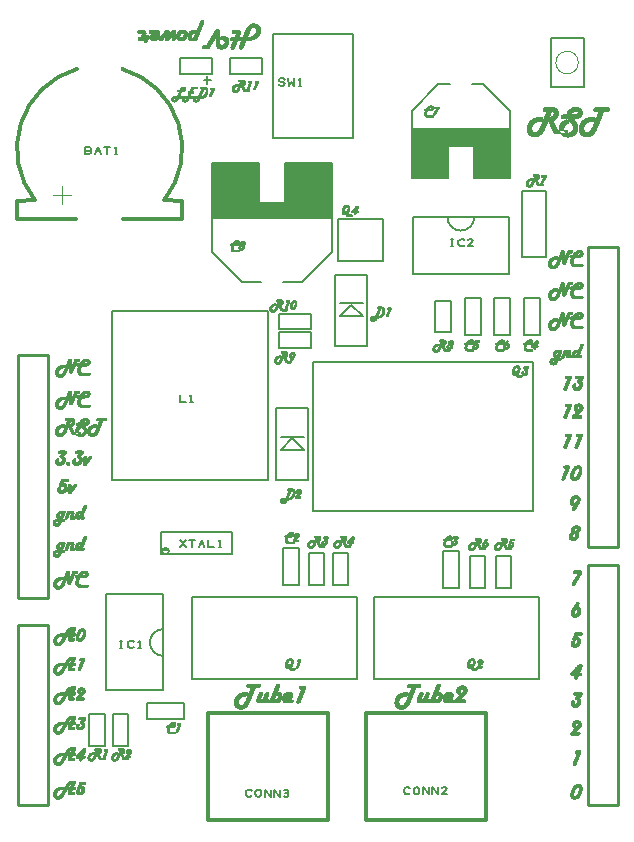
<source format=gto>
G04 EasyPC Gerber Version 20.0 Build 4102 *
G04 #@! TF.Part,Single*
G04 #@! TF.FileFunction,Legend,Top *
%FSLAX35Y35*%
%MOIN*%
%ADD75C,0.00000*%
%ADD150C,0.00394*%
%ADD10C,0.00500*%
%ADD151C,0.00512*%
%ADD146C,0.00787*%
%ADD11C,0.01000*%
%ADD152C,0.01200*%
X0Y0D02*
D02*
D10*
X114620Y264226D02*
X115014Y264030D01*
X115211Y263636*
X115014Y263242*
X114620Y263045*
X113242*
Y265407*
X114620*
X115014Y265211*
X115211Y264817*
X115014Y264423*
X114620Y264226*
X113242*
X116392Y263045D02*
X117376Y265407D01*
X118360Y263045*
X116785Y264030D02*
X117967D01*
X120526Y263045D02*
Y265407D01*
X119541D02*
X121510D01*
X123085Y263045D02*
X123872D01*
X123478D02*
Y265407D01*
X123085Y265014*
X114620Y76431D02*
Y65801D01*
X119738*
Y76431*
X114620*
X122271Y210718D02*
Y154408D01*
X174130*
Y210718*
X122271*
X122494Y76431D02*
Y65801D01*
X127612*
Y76431*
X122494*
X138439Y137061D02*
X162261D01*
Y129581*
X138439*
Y137061*
X138911Y130683D02*
G75*
G03X141116I1102D01*
G01*
G75*
G03X138911I-1102*
G01*
G36*
G75*
G03X141116I1102*
G01*
G75*
G03X138911I-1102*
G01*
G37*
X139278Y95750D02*
G75*
G02X134778Y100250J4500D01*
G01*
G75*
G02X139278Y104750I4500*
G01*
Y116250D02*
X120278D01*
Y84250*
X139278*
Y116250*
X144738Y182730D02*
Y180368D01*
X146707*
X148281D02*
X149069D01*
X148675D02*
Y182730D01*
X148281Y182337*
X146164Y80065D02*
Y74765D01*
X133864*
Y80065*
X146164*
X148754Y87967D02*
Y115467D01*
X203754*
Y87967*
X148754*
X155250Y287689D02*
X152750D01*
X154000Y288939D02*
Y286439D01*
X155453Y246793D02*
Y241794D01*
X195441*
Y246793*
X155453*
G36*
Y241794*
X195441*
Y246793*
X155453*
G37*
Y259913D02*
Y246168D01*
X171073*
Y259913*
X155453*
G36*
Y246168*
X171073*
Y259913*
X155453*
G37*
X155565Y294935D02*
X144935D01*
Y289817*
X155565*
Y294935*
X168754Y49266D02*
X168557Y49069D01*
X168163Y48872*
X167573*
X167179Y49069*
X166982Y49266*
X166785Y49659*
Y50447*
X166982Y50841*
X167179Y51037*
X167573Y51234*
X168163*
X168557Y51037*
X168754Y50841*
X169935Y49659D02*
Y50447D01*
X170132Y50841*
X170329Y51037*
X170722Y51234*
X171116*
X171510Y51037*
X171707Y50841*
X171904Y50447*
Y49659*
X171707Y49266*
X171510Y49069*
X171116Y48872*
X170722*
X170329Y49069*
X170132Y49266*
X169935Y49659*
X173085Y48872D02*
Y51234D01*
X175053Y48872*
Y51234*
X176234Y48872D02*
Y51234D01*
X178203Y48872*
Y51234*
X179581Y49069D02*
X179974Y48872D01*
X180368*
X180762Y49069*
X180959Y49463*
X180762Y49856*
X180368Y50053*
X179974*
X180368D02*
X180762Y50250D01*
X180959Y50644*
X180762Y51037*
X180368Y51234*
X179974*
X179581Y51037*
X171073Y259913D02*
X155453D01*
Y230548*
X165450Y220551*
X171698*
X172100Y294935D02*
X161470D01*
Y289817*
X172100*
Y294935*
X177809Y286470D02*
X178006Y286077D01*
X178400Y285880*
X179187*
X179581Y286077*
X179778Y286470*
X179581Y286864*
X179187Y287061*
X178400*
X178006Y287258*
X177809Y287652*
X178006Y288045*
X178400Y288242*
X179187*
X179581Y288045*
X179778Y287652*
X180959Y288242D02*
X181156Y285880D01*
X181943Y287061*
X182730Y285880*
X182927Y288242*
X184502Y285880D02*
X185289D01*
X184896D02*
Y288242D01*
X184502Y287848*
X178006Y198478D02*
X188636D01*
Y203596*
X178006*
Y198478*
X179096Y131597D02*
X184396D01*
Y119297*
X179096*
Y131597*
X179820Y259913D02*
Y246168D01*
X195441*
Y259913*
X179820*
G36*
Y246168*
X195441*
Y259913*
X179820*
G37*
X195441*
Y230548*
X185444Y220551*
X179196*
X187650Y154506D02*
Y178278D01*
X176989*
Y154506*
X187650*
X188636Y209896D02*
X178006D01*
Y204778*
X188636*
Y209896*
X189165Y144231D02*
Y193596D01*
X262484*
Y144231*
X189165*
X192967Y119344D02*
Y129974D01*
X187848*
Y119344*
X192967*
X200841D02*
Y129974D01*
X195722*
Y119344*
X200841*
X202612Y268360D02*
X175841D01*
Y303006*
X202612*
Y268360*
X207335Y198994D02*
Y222766D01*
X196674*
Y198994*
X207335*
X209384Y87967D02*
Y115467D01*
X264384*
Y87967*
X209384*
X212474Y241502D02*
X197474D01*
Y227502*
X212474*
Y241402*
X221510Y50053D02*
X221313Y49856D01*
X220919Y49659*
X220329*
X219935Y49856*
X219738Y50053*
X219541Y50447*
Y51234*
X219738Y51628*
X219935Y51825*
X220329Y52022*
X220919*
X221313Y51825*
X221510Y51628*
X222691Y50447D02*
Y51234D01*
X222888Y51628*
X223085Y51825*
X223478Y52022*
X223872*
X224266Y51825*
X224463Y51628*
X224659Y51234*
Y50447*
X224463Y50053*
X224266Y49856*
X223872Y49659*
X223478*
X223085Y49856*
X222888Y50053*
X222691Y50447*
X225841Y49659D02*
Y52022D01*
X227809Y49659*
Y52022*
X228990Y49659D02*
Y52022D01*
X230959Y49659*
Y52022*
X233715Y49659D02*
X232140D01*
X233518Y51037*
X233715Y51431*
X233518Y51825*
X233124Y52022*
X232533*
X232140Y51825*
X222439Y242033D02*
Y223033D01*
X254439*
Y242033*
X222439*
X229974Y214226D02*
Y203596D01*
X235093*
Y214226*
X229974*
X232639Y130809D02*
X237939D01*
Y118509*
X232639*
Y130809*
X234065Y255034D02*
Y267530D01*
X222194*
Y255034*
X234065*
G36*
Y267530*
X222194*
Y255034*
X234065*
G37*
X222194*
Y277527*
X230941Y286274*
X234690*
X235093Y232337D02*
X235880D01*
X235486D02*
Y234699D01*
X235093D02*
X235880D01*
X239620Y232730D02*
X239423Y232533D01*
X239030Y232337*
X238439*
X238045Y232533*
X237848Y232730*
X237652Y233124*
Y233911*
X237848Y234305*
X238045Y234502*
X238439Y234699*
X239030*
X239423Y234502*
X239620Y234305*
X242376Y232337D02*
X240801D01*
X242179Y233715*
X242376Y234108*
X242179Y234502*
X241785Y234699*
X241195*
X240801Y234502*
X239726Y215061D02*
X245026D01*
Y202761*
X239726*
Y215061*
X242813Y255034D02*
X254684D01*
Y277527*
X245937Y286274*
X242188*
X242939Y242033D02*
G75*
G02X238439Y237533I-4500D01*
G01*
G75*
G02X233939Y242033J4500*
G01*
X246510Y118557D02*
Y129187D01*
X241392*
Y118557*
X246510*
X249569Y215061D02*
X254869D01*
Y202761*
X249569*
Y215061*
X254684Y255034D02*
Y267530D01*
X242813*
Y255034*
X254684*
G36*
Y267530*
X242813*
Y255034*
X254684*
G37*
Y265656D02*
Y271279D01*
X222194*
Y265656*
X254684*
G36*
Y271279*
X222194*
Y265656*
X254684*
G37*
X255171Y118557D02*
Y129187D01*
X250053*
Y118557*
X255171*
X259411Y215061D02*
X264711D01*
Y202761*
X259411*
Y215061*
X266848Y228620D02*
Y250620D01*
X258848*
Y228620*
X266848*
X268361Y285486D02*
X268360Y301628D01*
X279384*
X279384Y285486*
X268361*
D02*
D11*
X90743Y106071D02*
Y46082D01*
X100743*
Y106071*
X90743*
Y196049D02*
Y115067D01*
X100743*
Y196049*
X90743*
X280683Y126071D02*
Y46071D01*
X290683*
Y126071*
X280683*
Y232022D02*
Y132022D01*
X290683*
Y232022*
X280683*
D02*
D75*
X107916Y51378D02*
X107007D01*
X105919Y49494*
X105824Y49332*
X105724Y49178*
X105620Y49037*
X105517Y48904*
X105409Y48784*
X105301Y48676*
X105193Y48577*
X105077Y48489*
X104965Y48411*
X104844Y48340*
X104728Y48282*
X104604Y48236*
X104479Y48199*
X104355Y48174*
X104226Y48157*
X104093Y48153*
X103935Y48161*
X103786Y48182*
X103641Y48220*
X103500Y48270*
X103367Y48336*
X103243Y48415*
X103122Y48510*
X103010Y48618*
X102906Y48739*
X102819Y48863*
X102740Y49000*
X102678Y49141*
X102632Y49286*
X102599Y49440*
X102578Y49602*
X102570Y49772*
X102574Y49909*
X102591Y50050*
X102620Y50183*
X102653Y50320*
X102703Y50453*
X102761Y50585*
X102828Y50718*
X102910Y50847*
X102998Y50976*
X103093Y51096*
X103197Y51212*
X103309Y51324*
X103429Y51428*
X103554Y51528*
X103691Y51619*
X103832Y51710*
X103944Y51768*
X104056Y51822*
X104172Y51876*
X104293Y51922*
X104417Y51963*
X104541Y52001*
X104670Y52034*
X104803Y52059*
X104940Y52084*
X105089Y52104*
X105251Y52121*
X105421Y52138*
X105604Y52146*
X105799Y52154*
X106002Y52163*
X106218*
X106463*
X106720Y52640*
X106791Y52760*
X106861Y52876*
X106932Y52989*
X107007Y53096*
X107086Y53196*
X107160Y53291*
X107243Y53383*
X107322Y53470*
X107409Y53549*
X107493Y53624*
X107580Y53694*
X107671Y53756*
X107762Y53819*
X107854Y53872*
X107949Y53922*
X108044Y53964*
X108177Y54018*
X108319Y54059*
X108468Y54097*
X108626Y54126*
X108796Y54151*
X108974Y54167*
X109161Y54176*
X109360Y54180*
X109460Y54176*
X109547Y54155*
X109622Y54126*
X109688Y54088*
X109738Y54039*
X109775Y53976*
X109796Y53910*
X109804Y53831*
X109800Y53794*
X109796Y53748*
X109783Y53702*
X109767Y53653*
X109734Y53578*
X109169Y52163*
X109418*
X109506*
X109593Y52158*
X109667Y52142*
X109730Y52117*
X109783Y52084*
X109825Y52038*
X109850Y51984*
X109870Y51918*
X109875Y51843*
X109870Y51797*
X109867Y51752*
X109854Y51706*
X109837Y51665*
X109817Y51623*
X109792Y51586*
X109759Y51548*
X109725Y51515*
X109684Y51482*
X109643Y51453*
X109601Y51432*
X109555Y51411*
X109509Y51399*
X109460Y51387*
X109406Y51378*
X109356*
X109265*
X108850*
X108489Y50478*
X109024*
X109107*
X109194Y50473*
X109269Y50457*
X109331Y50432*
X109385Y50399*
X109426Y50353*
X109452Y50299*
X109472Y50237*
X109476Y50162*
X109472Y50112*
X109468Y50067*
X109456Y50021*
X109439Y49980*
X109418Y49938*
X109393Y49901*
X109360Y49863*
X109327Y49830*
X109285Y49797*
X109244Y49768*
X109202Y49747*
X109157Y49726*
X109111Y49714*
X109061Y49702*
X109011Y49693*
X108957*
X108866*
X108165*
X108094Y49697*
X108028Y49702*
X107966Y49714*
X107907Y49730*
X107849Y49751*
X107800Y49776*
X107750Y49805*
X107700Y49838*
X107659Y49876*
X107621Y49917*
X107592Y49963*
X107567Y50009*
X107546Y50058*
X107534Y50108*
X107526Y50162*
X107522Y50220*
X107526Y50266*
X107530Y50320*
X107542Y50378*
X107555Y50436*
X107576Y50507*
X107596Y50577*
X107625Y50652*
X107659Y50735*
X107916Y51378*
X108239Y52163D02*
X108713Y53329D01*
X108630Y53320*
X108547Y53304*
X108468Y53287*
X108393Y53263*
X108322Y53229*
X108252Y53196*
X108190Y53154*
X108128Y53105*
X108065Y53051*
X108003Y52989*
X107937Y52914*
X107870Y52827*
X107804Y52731*
X107733Y52628*
X107659Y52511*
X107584Y52387*
X107447Y52163*
X108239*
X106011Y51378D02*
X105733D01*
X105504Y51374*
X105285Y51357*
X105081Y51328*
X104890Y51291*
X104707Y51241*
X104541Y51183*
X104384Y51113*
X104239Y51030*
X104156Y50971*
X104072Y50909*
X103998Y50847*
X103923Y50776*
X103857Y50706*
X103794Y50631*
X103732Y50552*
X103678Y50469*
X103633Y50386*
X103587Y50299*
X103554Y50216*
X103525Y50133*
X103500Y50046*
X103483Y49963*
X103475Y49876*
X103471Y49789*
X103475Y49714*
X103483Y49639*
X103500Y49569*
X103520Y49502*
X103550Y49436*
X103583Y49374*
X103624Y49311*
X103670Y49257*
X103724Y49203*
X103778Y49158*
X103832Y49120*
X103894Y49087*
X103956Y49062*
X104019Y49046*
X104089Y49037*
X104160Y49033*
X104218Y49037*
X104280Y49041*
X104338Y49058*
X104400Y49075*
X104459Y49095*
X104513Y49124*
X104570Y49158*
X104624Y49199*
X104678Y49241*
X104732Y49291*
X104786Y49344*
X104836Y49403*
X104890Y49469*
X104940Y49535*
X104985Y49610*
X105035Y49693*
X106011Y51378*
X111904Y52989D02*
X111655Y52387D01*
X111726Y52403*
X111788Y52411*
X111842Y52416*
X111896Y52420*
X112004Y52416*
X112104Y52399*
X112199Y52378*
X112286Y52345*
X112373Y52304*
X112452Y52250*
X112527Y52187*
X112593Y52117*
X112656Y52042*
X112709Y51955*
X112755Y51864*
X112793Y51768*
X112822Y51665*
X112842Y51557*
X112855Y51441*
X112859Y51320*
X112851Y51146*
X112830Y50976*
X112793Y50814*
X112743Y50660*
X112680Y50515*
X112602Y50374*
X112506Y50241*
X112402Y50117*
X112282Y50000*
X112157Y49901*
X112029Y49818*
X111888Y49747*
X111743Y49697*
X111593Y49656*
X111435Y49635*
X111269Y49627*
X111153Y49631*
X111037Y49643*
X110929Y49664*
X110825Y49697*
X110730Y49735*
X110639Y49784*
X110551Y49838*
X110468Y49905*
X110398Y49980*
X110331Y50054*
X110278Y50137*
X110236Y50224*
X110203Y50320*
X110178Y50415*
X110161Y50519*
X110157Y50627*
X110161Y50706*
X110165Y50780*
X110178Y50855*
X110194Y50922*
X110215Y50988*
X110240Y51050*
X110269Y51108*
X110302Y51162*
X110340Y51212*
X110381Y51254*
X110427Y51291*
X110472Y51320*
X110518Y51345*
X110572Y51361*
X110626Y51370*
X110680Y51374*
X110755Y51370*
X110825Y51349*
X110883Y51324*
X110937Y51283*
X110983Y51233*
X111012Y51179*
X111033Y51117*
X111037Y51046*
X111033Y50980*
X111016Y50901*
X110983Y50772*
X110975Y50714*
X110970Y50652*
X110975Y50594*
X110995Y50540*
X111024Y50490*
X111066Y50444*
X111120Y50407*
X111174Y50378*
X111236Y50361*
X111302Y50357*
X111377Y50361*
X111444Y50374*
X111514Y50399*
X111581Y50432*
X111643Y50473*
X111709Y50527*
X111767Y50590*
X111830Y50660*
X111883Y50735*
X111929Y50814*
X111971Y50893*
X112004Y50976*
X112029Y51063*
X112050Y51150*
X112058Y51241*
X112062Y51333*
X112058Y51420*
X112037Y51498*
X112004Y51569*
X111963Y51631*
X111909Y51681*
X111846Y51719*
X111776Y51739*
X111701Y51748*
X111643Y51743*
X111589Y51731*
X111531Y51710*
X111477Y51685*
X111257Y51565*
X111203Y51540*
X111149Y51519*
X111091Y51511*
X111033Y51507*
X110958Y51511*
X110887Y51532*
X110825Y51565*
X110767Y51611*
X110722Y51665*
X110688Y51727*
X110672Y51793*
X110663Y51868*
X110667Y51913*
X110676Y51963*
X110696Y52022*
X110717Y52088*
X111253Y53399*
X111274Y53449*
X111294Y53495*
X111319Y53536*
X111344Y53574*
X111365Y53607*
X111390Y53632*
X111415Y53657*
X111439Y53673*
X111469Y53686*
X111502Y53698*
X111539Y53707*
X111585Y53715*
X111635Y53723*
X111689Y53727*
X111746Y53731*
X111813*
X112913*
X113021Y53727*
X113108Y53715*
X113183Y53690*
X113241Y53661*
X113286Y53619*
X113320Y53570*
X113336Y53507*
X113344Y53433*
X113341Y53379*
X113336Y53333*
X113324Y53287*
X113307Y53246*
X113286Y53204*
X113261Y53167*
X113228Y53134*
X113195Y53105*
X113112Y53055*
X113013Y53018*
X112900Y52997*
X112772Y52989*
X111904*
X103707Y48203D02*
X104492D01*
X103446Y48296D02*
X104757D01*
X103281Y48390D02*
X104930D01*
X103156Y48484D02*
X105069D01*
X103052Y48578D02*
X105193D01*
X102964Y48671D02*
X105296D01*
X102888Y48765D02*
X105390D01*
X102822Y48859D02*
X105476D01*
X102768Y48952D02*
X105554D01*
X102720Y49046D02*
X104019D01*
X104296D02*
X105627D01*
X102678Y49140D02*
X103804D01*
X104539D02*
X105696D01*
X102649Y49233D02*
X103694D01*
X104669D02*
X105760D01*
X102624Y49327D02*
X103614D01*
X104769D02*
X105821D01*
X102603Y49421D02*
X103557D01*
X104851D02*
X105876D01*
X102590Y49515D02*
X103517D01*
X104924D02*
X105931D01*
X102578Y49608D02*
X103490D01*
X104984D02*
X105985D01*
X102574Y49702D02*
X103476D01*
X105041D02*
X106039D01*
X108026D02*
X109061D01*
X110813D02*
X111756D01*
X102571Y49796D02*
X103471D01*
X105095D02*
X106094D01*
X107766D02*
X109285D01*
X110620D02*
X111985D01*
X102574Y49889D02*
X103476D01*
X105149D02*
X106148D01*
X107646D02*
X109383D01*
X110487D02*
X112140D01*
X102583Y49983D02*
X103487D01*
X105203D02*
X106202D01*
X107581D02*
X109441D01*
X110394D02*
X112260D01*
X102597Y50077D02*
X103509D01*
X105257D02*
X106256D01*
X107542D02*
X109469D01*
X110317D02*
X112361D01*
X102617Y50170D02*
X103538D01*
X105312D02*
X106310D01*
X107525D02*
X109476D01*
X110261D02*
X112447D01*
X102640Y50264D02*
X103573D01*
X105366D02*
X106364D01*
X107526D02*
X109463D01*
X110222D02*
X112523D01*
X102667Y50358D02*
X103618D01*
X105420D02*
X106418D01*
X107538D02*
X109422D01*
X110193D02*
X111302D01*
X111316D02*
X112590D01*
X102702Y50452D02*
X103669D01*
X105474D02*
X106472D01*
X107559D02*
X109282D01*
X110172D02*
X111059D01*
X111610D02*
X112645D01*
X102743Y50545D02*
X103728D01*
X105529D02*
X106526D01*
X107587D02*
X108516D01*
X110160D02*
X110993D01*
X111726D02*
X112693D01*
X102788Y50639D02*
X103801D01*
X105583D02*
X106580D01*
X107620D02*
X108553D01*
X110158D02*
X110971D01*
X111811D02*
X112733D01*
X102837Y50733D02*
X103882D01*
X105637D02*
X106634D01*
X107658D02*
X108591D01*
X110163D02*
X110978D01*
X111882D02*
X112766D01*
X102897Y50826D02*
X103976D01*
X105691D02*
X106688D01*
X107695D02*
X108628D01*
X110173D02*
X110997D01*
X111936D02*
X112795D01*
X102960Y50920D02*
X104087D01*
X105746D02*
X106742D01*
X107733D02*
X108666D01*
X110194D02*
X111020D01*
X111982D02*
X112817D01*
X103028Y51014D02*
X104216D01*
X105800D02*
X106796D01*
X107770D02*
X108704D01*
X110225D02*
X111035D01*
X112015D02*
X112835D01*
X103103Y51107D02*
X104375D01*
X105854D02*
X106850D01*
X107807D02*
X108741D01*
X110269D02*
X111033D01*
X112039D02*
X112846D01*
X103187Y51201D02*
X104593D01*
X105908D02*
X106904D01*
X107845D02*
X108779D01*
X110331D02*
X111000D01*
X112054D02*
X112854D01*
X103280Y51295D02*
X104910D01*
X105962D02*
X106959D01*
X107882D02*
X108816D01*
X110433D02*
X110922D01*
X112060D02*
X112858D01*
X103383Y51389D02*
X109468D01*
X112059D02*
X112857D01*
X103497Y51482D02*
X109684D01*
X112041D02*
X112850D01*
X103626Y51576D02*
X109783D01*
X110811D02*
X111277D01*
X111999D02*
X112839D01*
X103769Y51670D02*
X109839D01*
X110719D02*
X111448D01*
X111921D02*
X112820D01*
X103935Y51763D02*
X109868D01*
X110679D02*
X112794D01*
X104131Y51857D02*
X109874D01*
X110665D02*
X112758D01*
X104379Y51951D02*
X109860D01*
X110674D02*
X112712D01*
X104727Y52044D02*
X109819D01*
X110704D02*
X112654D01*
X105430Y52138D02*
X109676D01*
X110738D02*
X112573D01*
X106500Y52232D02*
X107489D01*
X108267D02*
X109197D01*
X110776D02*
X112474D01*
X106551Y52326D02*
X107546D01*
X108306D02*
X109234D01*
X110815D02*
X112327D01*
X106602Y52419D02*
X107604D01*
X108344D02*
X109272D01*
X110853D02*
X111669D01*
X106652Y52513D02*
X107660D01*
X108381D02*
X109309D01*
X110891D02*
X111707D01*
X106703Y52607D02*
X107720D01*
X108420D02*
X109346D01*
X110929D02*
X111746D01*
X106756Y52700D02*
X107783D01*
X108457D02*
X109384D01*
X110967D02*
X111785D01*
X106811Y52794D02*
X107847D01*
X108496D02*
X109421D01*
X111006D02*
X111824D01*
X106869Y52888D02*
X107917D01*
X108533D02*
X109459D01*
X111044D02*
X111863D01*
X106928Y52981D02*
X107997D01*
X108572D02*
X109496D01*
X111082D02*
X111902D01*
X106992Y53075D02*
X108094D01*
X108610D02*
X109533D01*
X111120D02*
X113146D01*
X107064Y53169D02*
X108211D01*
X108648D02*
X109571D01*
X111159D02*
X113263D01*
X107138Y53263D02*
X108393D01*
X108686D02*
X109608D01*
X111197D02*
X113314D01*
X107219Y53356D02*
X109645D01*
X111235D02*
X113339D01*
X107304Y53450D02*
X109683D01*
X111274D02*
X113343D01*
X107404Y53544D02*
X109720D01*
X111324D02*
X113327D01*
X107509Y53637D02*
X109760D01*
X111395D02*
X113267D01*
X107634Y53731D02*
X109791D01*
X107773Y53825D02*
X109804D01*
X107941Y53919D02*
X109793D01*
X108164Y54012D02*
X109754D01*
X108517Y54106D02*
X109657D01*
X107916Y62625D02*
X107007D01*
X105919Y60740*
X105824Y60578*
X105724Y60425*
X105620Y60284*
X105517Y60151*
X105409Y60031*
X105301Y59923*
X105193Y59823*
X105077Y59736*
X104965Y59657*
X104844Y59587*
X104728Y59528*
X104604Y59483*
X104479Y59445*
X104355Y59420*
X104226Y59404*
X104093Y59400*
X103935Y59408*
X103786Y59429*
X103641Y59466*
X103500Y59516*
X103367Y59582*
X103243Y59661*
X103122Y59757*
X103010Y59865*
X102906Y59985*
X102819Y60109*
X102740Y60246*
X102678Y60387*
X102632Y60533*
X102599Y60686*
X102578Y60848*
X102570Y61019*
X102574Y61156*
X102591Y61296*
X102620Y61429*
X102653Y61566*
X102703Y61699*
X102761Y61832*
X102828Y61965*
X102910Y62093*
X102998Y62222*
X103093Y62343*
X103197Y62459*
X103309Y62570*
X103429Y62674*
X103554Y62774*
X103691Y62865*
X103832Y62957*
X103944Y63015*
X104056Y63069*
X104172Y63123*
X104293Y63169*
X104417Y63210*
X104541Y63247*
X104670Y63280*
X104803Y63305*
X104940Y63330*
X105089Y63351*
X105251Y63368*
X105421Y63384*
X105604Y63393*
X105799Y63401*
X106002Y63409*
X106218*
X106463*
X106720Y63886*
X106791Y64007*
X106861Y64123*
X106932Y64235*
X107007Y64343*
X107086Y64443*
X107160Y64538*
X107243Y64629*
X107322Y64717*
X107409Y64795*
X107493Y64870*
X107580Y64941*
X107671Y65003*
X107762Y65065*
X107854Y65119*
X107949Y65169*
X108044Y65210*
X108177Y65264*
X108319Y65306*
X108468Y65343*
X108626Y65372*
X108796Y65397*
X108974Y65414*
X109161Y65422*
X109360Y65426*
X109460Y65422*
X109547Y65401*
X109622Y65372*
X109688Y65335*
X109738Y65285*
X109775Y65223*
X109796Y65156*
X109804Y65078*
X109800Y65040*
X109796Y64994*
X109783Y64949*
X109767Y64899*
X109734Y64824*
X109169Y63409*
X109418*
X109506*
X109593Y63405*
X109667Y63388*
X109730Y63363*
X109783Y63330*
X109825Y63285*
X109850Y63231*
X109870Y63164*
X109875Y63089*
X109870Y63044*
X109867Y62998*
X109854Y62952*
X109837Y62911*
X109817Y62869*
X109792Y62832*
X109759Y62795*
X109725Y62761*
X109684Y62728*
X109643Y62699*
X109601Y62679*
X109555Y62658*
X109509Y62645*
X109460Y62633*
X109406Y62625*
X109356*
X109265*
X108850*
X108489Y61724*
X109024*
X109107*
X109194Y61720*
X109269Y61703*
X109331Y61678*
X109385Y61645*
X109426Y61600*
X109452Y61546*
X109472Y61483*
X109476Y61409*
X109472Y61359*
X109468Y61313*
X109456Y61267*
X109439Y61226*
X109418Y61184*
X109393Y61147*
X109360Y61110*
X109327Y61076*
X109285Y61043*
X109244Y61014*
X109202Y60994*
X109157Y60973*
X109111Y60960*
X109061Y60948*
X109011Y60939*
X108957*
X108866*
X108165*
X108094Y60944*
X108028Y60948*
X107966Y60960*
X107907Y60977*
X107849Y60998*
X107800Y61022*
X107750Y61052*
X107700Y61085*
X107659Y61122*
X107621Y61164*
X107592Y61209*
X107567Y61255*
X107546Y61305*
X107534Y61355*
X107526Y61409*
X107522Y61467*
X107526Y61512*
X107530Y61566*
X107542Y61624*
X107555Y61682*
X107576Y61753*
X107596Y61824*
X107625Y61898*
X107659Y61981*
X107916Y62625*
X108239Y63409D02*
X108713Y64575D01*
X108630Y64567*
X108547Y64550*
X108468Y64534*
X108393Y64509*
X108322Y64476*
X108252Y64443*
X108190Y64401*
X108128Y64351*
X108065Y64297*
X108003Y64235*
X107937Y64160*
X107870Y64073*
X107804Y63978*
X107733Y63874*
X107659Y63757*
X107584Y63633*
X107447Y63409*
X108239*
X106011Y62625D02*
X105733D01*
X105504Y62620*
X105285Y62604*
X105081Y62575*
X104890Y62537*
X104707Y62488*
X104541Y62430*
X104384Y62359*
X104239Y62276*
X104156Y62218*
X104072Y62156*
X103998Y62093*
X103923Y62023*
X103857Y61952*
X103794Y61878*
X103732Y61799*
X103678Y61716*
X103633Y61633*
X103587Y61546*
X103554Y61463*
X103525Y61380*
X103500Y61293*
X103483Y61209*
X103475Y61122*
X103471Y61035*
X103475Y60960*
X103483Y60885*
X103500Y60815*
X103520Y60749*
X103550Y60682*
X103583Y60620*
X103624Y60558*
X103670Y60504*
X103724Y60450*
X103778Y60404*
X103832Y60367*
X103894Y60333*
X103956Y60309*
X104019Y60292*
X104089Y60284*
X104160Y60280*
X104218Y60284*
X104280Y60288*
X104338Y60305*
X104400Y60321*
X104459Y60342*
X104513Y60371*
X104570Y60404*
X104624Y60446*
X104678Y60487*
X104732Y60537*
X104786Y60591*
X104836Y60649*
X104890Y60715*
X104940Y60782*
X104985Y60857*
X105035Y60939*
X106011Y62625*
X112510Y62508D02*
X112697D01*
X112793Y62504*
X112880Y62488*
X112950Y62467*
X113008Y62434*
X113054Y62392*
X113087Y62343*
X113104Y62280*
X113112Y62214*
X113108Y62164*
X113104Y62118*
X113091Y62072*
X113075Y62035*
X113054Y61998*
X113029Y61961*
X113000Y61927*
X112963Y61898*
X112884Y61848*
X112788Y61815*
X112680Y61794*
X112556Y61786*
X112216*
X112041Y61355*
X112004Y61263*
X111963Y61176*
X111917Y61102*
X111863Y61039*
X111809Y60985*
X111743Y60948*
X111676Y60919*
X111601Y60898*
X111522Y60894*
X111452Y60898*
X111390Y60915*
X111331Y60944*
X111282Y60985*
X111236Y61035*
X111207Y61089*
X111191Y61147*
X111182Y61209*
X111186Y61267*
X111203Y61342*
X111232Y61425*
X111269Y61529*
X111373Y61786*
X110696*
X110630*
X110564Y61794*
X110502Y61803*
X110448Y61819*
X110394Y61836*
X110344Y61861*
X110298Y61886*
X110257Y61919*
X110219Y61952*
X110186Y61990*
X110157Y62031*
X110136Y62077*
X110115Y62122*
X110103Y62176*
X110099Y62230*
X110095Y62284*
X110099Y62338*
X110103Y62392*
X110115Y62442*
X110132Y62492*
X110153Y62542*
X110178Y62587*
X110207Y62629*
X110240Y62674*
X110369Y62803*
X112004Y64559*
X112112Y64667*
X112216Y64762*
X112319Y64841*
X112415Y64907*
X112510Y64957*
X112602Y64994*
X112693Y65015*
X112780Y65024*
X112830Y65019*
X112880Y65015*
X112930Y65003*
X112975Y64990*
X113017Y64970*
X113058Y64944*
X113100Y64920*
X113137Y64887*
X113170Y64854*
X113199Y64816*
X113224Y64774*
X113241Y64733*
X113257Y64691*
X113270Y64646*
X113274Y64596*
X113278Y64546*
X113274Y64467*
X113253Y64372*
X113224Y64268*
X113178Y64152*
X112510Y62508*
X111672D02*
X112270Y63853D01*
X111062Y62508*
X111672*
X103707Y59449D02*
X104492D01*
X103446Y59543D02*
X104757D01*
X103281Y59637D02*
X104930D01*
X103156Y59730D02*
X105069D01*
X103052Y59824D02*
X105193D01*
X102964Y59918D02*
X105296D01*
X102888Y60011D02*
X105390D01*
X102822Y60105D02*
X105476D01*
X102768Y60199D02*
X105554D01*
X102720Y60293D02*
X104019D01*
X104296D02*
X105627D01*
X102678Y60386D02*
X103804D01*
X104539D02*
X105696D01*
X102649Y60480D02*
X103694D01*
X104669D02*
X105760D01*
X102624Y60574D02*
X103614D01*
X104769D02*
X105821D01*
X102603Y60667D02*
X103557D01*
X104851D02*
X105876D01*
X102590Y60761D02*
X103517D01*
X104924D02*
X105931D01*
X102578Y60855D02*
X103490D01*
X104984D02*
X105985D01*
X102574Y60948D02*
X103476D01*
X105041D02*
X106039D01*
X108026D02*
X109061D01*
X111326D02*
X111743D01*
X102571Y61042D02*
X103471D01*
X105095D02*
X106094D01*
X107766D02*
X109285D01*
X111232D02*
X111866D01*
X102574Y61136D02*
X103476D01*
X105149D02*
X106148D01*
X107646D02*
X109383D01*
X111194D02*
X111938D01*
X102583Y61230D02*
X103487D01*
X105203D02*
X106202D01*
X107581D02*
X109441D01*
X111183D02*
X111988D01*
X102597Y61323D02*
X103509D01*
X105257D02*
X106256D01*
X107542D02*
X109469D01*
X111198D02*
X112028D01*
X102617Y61417D02*
X103538D01*
X105312D02*
X106310D01*
X107525D02*
X109476D01*
X111229D02*
X112067D01*
X102640Y61511D02*
X103573D01*
X105366D02*
X106364D01*
X107526D02*
X109463D01*
X111263D02*
X112104D01*
X102667Y61604D02*
X103618D01*
X105420D02*
X106418D01*
X107538D02*
X109422D01*
X111300D02*
X112142D01*
X102702Y61698D02*
X103669D01*
X105474D02*
X106472D01*
X107559D02*
X109282D01*
X111338D02*
X112180D01*
X102743Y61792D02*
X103728D01*
X105529D02*
X106526D01*
X107587D02*
X108516D01*
X110586D02*
X112639D01*
X102788Y61885D02*
X103801D01*
X105583D02*
X106580D01*
X107620D02*
X108553D01*
X110298D02*
X112942D01*
X102837Y61979D02*
X103882D01*
X105637D02*
X106634D01*
X107658D02*
X108591D01*
X110196D02*
X113041D01*
X102897Y62073D02*
X103976D01*
X105691D02*
X106688D01*
X107695D02*
X108628D01*
X110138D02*
X113091D01*
X102960Y62167D02*
X104087D01*
X105746D02*
X106742D01*
X107733D02*
X108666D01*
X110106D02*
X113108D01*
X103028Y62260D02*
X104216D01*
X105800D02*
X106796D01*
X107770D02*
X108704D01*
X110096D02*
X113106D01*
X103103Y62354D02*
X104375D01*
X105854D02*
X106850D01*
X107807D02*
X108741D01*
X110100D02*
X113080D01*
X103187Y62448D02*
X104593D01*
X105908D02*
X106904D01*
X107845D02*
X108779D01*
X110117D02*
X112984D01*
X103280Y62541D02*
X104910D01*
X105962D02*
X106959D01*
X107882D02*
X108816D01*
X110152D02*
X111091D01*
X111687D02*
X112524D01*
X103383Y62635D02*
X109468D01*
X110211D02*
X111176D01*
X111728D02*
X112562D01*
X103497Y62729D02*
X109684D01*
X110294D02*
X111260D01*
X111770D02*
X112600D01*
X103626Y62822D02*
X109783D01*
X110387D02*
X111344D01*
X111812D02*
X112638D01*
X103769Y62916D02*
X109839D01*
X110474D02*
X111428D01*
X111853D02*
X112676D01*
X103935Y63010D02*
X109868D01*
X110561D02*
X111512D01*
X111895D02*
X112714D01*
X104131Y63104D02*
X109874D01*
X110648D02*
X111596D01*
X111937D02*
X112752D01*
X104379Y63197D02*
X109860D01*
X110736D02*
X111681D01*
X111978D02*
X112790D01*
X104727Y63291D02*
X109819D01*
X110823D02*
X111765D01*
X112020D02*
X112828D01*
X105430Y63385D02*
X109676D01*
X110910D02*
X111849D01*
X112061D02*
X112867D01*
X106500Y63478D02*
X107489D01*
X108267D02*
X109197D01*
X110998D02*
X111933D01*
X112103D02*
X112905D01*
X106551Y63572D02*
X107546D01*
X108306D02*
X109234D01*
X111085D02*
X112017D01*
X112145D02*
X112943D01*
X106602Y63666D02*
X107604D01*
X108344D02*
X109272D01*
X111172D02*
X112101D01*
X112186D02*
X112981D01*
X106652Y63759D02*
X107660D01*
X108381D02*
X109309D01*
X111259D02*
X112185D01*
X112228D02*
X113019D01*
X106703Y63853D02*
X107720D01*
X108420D02*
X109346D01*
X111347D02*
X113057D01*
X106756Y63947D02*
X107783D01*
X108457D02*
X109384D01*
X111434D02*
X113095D01*
X106811Y64041D02*
X107847D01*
X108496D02*
X109421D01*
X111521D02*
X113133D01*
X106869Y64134D02*
X107917D01*
X108533D02*
X109459D01*
X111609D02*
X113171D01*
X106928Y64228D02*
X107997D01*
X108572D02*
X109496D01*
X111696D02*
X113208D01*
X106992Y64322D02*
X108094D01*
X108610D02*
X109533D01*
X111783D02*
X113239D01*
X107064Y64415D02*
X108211D01*
X108648D02*
X109571D01*
X111870D02*
X113263D01*
X107138Y64509D02*
X108393D01*
X108686D02*
X109608D01*
X111958D02*
X113276D01*
X107219Y64603D02*
X109645D01*
X112048D02*
X113274D01*
X107304Y64696D02*
X109683D01*
X112144D02*
X113256D01*
X107404Y64790D02*
X109720D01*
X112252D02*
X113215D01*
X107509Y64884D02*
X109760D01*
X112381D02*
X113140D01*
X107634Y64978D02*
X109791D01*
X112560D02*
X113001D01*
X107773Y65071D02*
X109804D01*
X107941Y65165D02*
X109793D01*
X108164Y65259D02*
X109754D01*
X108517Y65352D02*
X109657D01*
X107916Y73032D02*
X107007D01*
X105919Y71147*
X105824Y70985*
X105724Y70832*
X105620Y70691*
X105517Y70558*
X105409Y70438*
X105301Y70330*
X105193Y70230*
X105077Y70143*
X104965Y70064*
X104844Y69994*
X104728Y69935*
X104604Y69890*
X104479Y69852*
X104355Y69828*
X104226Y69811*
X104093Y69807*
X103935Y69815*
X103786Y69836*
X103641Y69873*
X103500Y69923*
X103367Y69989*
X103243Y70069*
X103122Y70164*
X103010Y70272*
X102906Y70392*
X102819Y70517*
X102740Y70654*
X102678Y70794*
X102632Y70940*
X102599Y71093*
X102578Y71256*
X102570Y71426*
X102574Y71563*
X102591Y71704*
X102620Y71836*
X102653Y71973*
X102703Y72106*
X102761Y72239*
X102828Y72372*
X102910Y72500*
X102998Y72629*
X103093Y72750*
X103197Y72866*
X103309Y72978*
X103429Y73081*
X103554Y73181*
X103691Y73272*
X103832Y73364*
X103944Y73422*
X104056Y73476*
X104172Y73530*
X104293Y73576*
X104417Y73617*
X104541Y73654*
X104670Y73687*
X104803Y73712*
X104940Y73737*
X105089Y73758*
X105251Y73775*
X105421Y73791*
X105604Y73800*
X105799Y73808*
X106002Y73816*
X106218*
X106463*
X106720Y74293*
X106791Y74414*
X106861Y74530*
X106932Y74642*
X107007Y74750*
X107086Y74850*
X107160Y74945*
X107243Y75036*
X107322Y75124*
X107409Y75202*
X107493Y75277*
X107580Y75348*
X107671Y75410*
X107762Y75472*
X107854Y75526*
X107949Y75576*
X108044Y75617*
X108177Y75671*
X108319Y75713*
X108468Y75750*
X108626Y75779*
X108796Y75804*
X108974Y75821*
X109161Y75829*
X109360Y75833*
X109460Y75829*
X109547Y75808*
X109622Y75779*
X109688Y75742*
X109738Y75692*
X109775Y75630*
X109796Y75563*
X109804Y75485*
X109800Y75447*
X109796Y75402*
X109783Y75356*
X109767Y75306*
X109734Y75231*
X109169Y73816*
X109418*
X109506*
X109593Y73812*
X109667Y73795*
X109730Y73770*
X109783Y73737*
X109825Y73692*
X109850Y73638*
X109870Y73571*
X109875Y73496*
X109870Y73451*
X109867Y73405*
X109854Y73359*
X109837Y73318*
X109817Y73276*
X109792Y73239*
X109759Y73202*
X109725Y73169*
X109684Y73135*
X109643Y73106*
X109601Y73086*
X109555Y73065*
X109509Y73052*
X109460Y73040*
X109406Y73032*
X109356*
X109265*
X108850*
X108489Y72131*
X109024*
X109107*
X109194Y72127*
X109269Y72110*
X109331Y72085*
X109385Y72052*
X109426Y72007*
X109452Y71953*
X109472Y71890*
X109476Y71816*
X109472Y71766*
X109468Y71720*
X109456Y71674*
X109439Y71633*
X109418Y71591*
X109393Y71554*
X109360Y71517*
X109327Y71483*
X109285Y71450*
X109244Y71421*
X109202Y71401*
X109157Y71380*
X109111Y71367*
X109061Y71355*
X109011Y71346*
X108957*
X108866*
X108165*
X108094Y71351*
X108028Y71355*
X107966Y71367*
X107907Y71384*
X107849Y71405*
X107800Y71430*
X107750Y71459*
X107700Y71492*
X107659Y71529*
X107621Y71571*
X107592Y71617*
X107567Y71662*
X107546Y71712*
X107534Y71762*
X107526Y71816*
X107522Y71874*
X107526Y71919*
X107530Y71973*
X107542Y72031*
X107555Y72089*
X107576Y72160*
X107596Y72231*
X107625Y72306*
X107659Y72388*
X107916Y73032*
X108239Y73816D02*
X108713Y74982D01*
X108630Y74974*
X108547Y74957*
X108468Y74941*
X108393Y74916*
X108322Y74883*
X108252Y74850*
X108190Y74808*
X108128Y74758*
X108065Y74704*
X108003Y74642*
X107937Y74567*
X107870Y74480*
X107804Y74385*
X107733Y74281*
X107659Y74165*
X107584Y74040*
X107447Y73816*
X108239*
X106011Y73032D02*
X105733D01*
X105504Y73028*
X105285Y73011*
X105081Y72982*
X104890Y72944*
X104707Y72895*
X104541Y72837*
X104384Y72766*
X104239Y72683*
X104156Y72625*
X104072Y72563*
X103998Y72500*
X103923Y72430*
X103857Y72359*
X103794Y72285*
X103732Y72206*
X103678Y72123*
X103633Y72040*
X103587Y71953*
X103554Y71870*
X103525Y71787*
X103500Y71700*
X103483Y71617*
X103475Y71529*
X103471Y71442*
X103475Y71367*
X103483Y71293*
X103500Y71222*
X103520Y71156*
X103550Y71089*
X103583Y71027*
X103624Y70965*
X103670Y70911*
X103724Y70857*
X103778Y70811*
X103832Y70774*
X103894Y70741*
X103956Y70716*
X104019Y70699*
X104089Y70691*
X104160Y70687*
X104218Y70691*
X104280Y70695*
X104338Y70712*
X104400Y70728*
X104459Y70749*
X104513Y70778*
X104570Y70811*
X104624Y70853*
X104678Y70894*
X104732Y70944*
X104786Y70998*
X104836Y71056*
X104890Y71122*
X104940Y71189*
X104985Y71264*
X105035Y71346*
X106011Y73032*
X112386Y73812D02*
X112502Y73725D01*
X112606Y73625*
X112693Y73521*
X112763Y73409*
X112817Y73289*
X112855Y73160*
X112880Y73028*
X112888Y72882*
X112884Y72766*
X112871Y72654*
X112851Y72542*
X112826Y72434*
X112788Y72322*
X112743Y72214*
X112693Y72106*
X112631Y71998*
X112577Y71911*
X112519Y71832*
X112456Y71754*
X112390Y71687*
X112319Y71620*
X112249Y71563*
X112174Y71509*
X112095Y71459*
X112012Y71417*
X111929Y71380*
X111842Y71351*
X111751Y71326*
X111655Y71305*
X111560Y71293*
X111456Y71284*
X111352Y71280*
X111220Y71284*
X111095Y71297*
X110975Y71322*
X110863Y71355*
X110755Y71392*
X110655Y71446*
X110559Y71504*
X110472Y71571*
X110398Y71650*
X110327Y71733*
X110269Y71820*
X110223Y71911*
X110186Y72011*
X110161Y72119*
X110144Y72231*
X110141Y72347*
X110144Y72430*
X110153Y72509*
X110165Y72583*
X110182Y72658*
X110207Y72729*
X110236Y72795*
X110269Y72857*
X110311Y72920*
X110352Y72974*
X110398Y73023*
X110443Y73065*
X110493Y73098*
X110547Y73123*
X110601Y73140*
X110655Y73152*
X110713Y73156*
X110780Y73148*
X110846Y73131*
X110904Y73102*
X110954Y73061*
X111000Y73007*
X111033Y72953*
X111049Y72895*
X111057Y72828*
X111054Y72787*
X111045Y72733*
X111029Y72662*
X111004Y72579*
X110983Y72513*
X110970Y72455*
X110962Y72409*
X110958Y72372*
X110966Y72297*
X110987Y72226*
X111020Y72164*
X111070Y72115*
X111128Y72069*
X111194Y72040*
X111269Y72019*
X111352Y72015*
X111423Y72019*
X111489Y72031*
X111552Y72052*
X111614Y72081*
X111676Y72119*
X111738Y72164*
X111792Y72218*
X111850Y72280*
X111900Y72347*
X111946Y72417*
X111983Y72488*
X112017Y72563*
X112041Y72637*
X112058Y72716*
X112066Y72795*
X112070Y72874*
X112066Y72969*
X112045Y73057*
X112012Y73135*
X111971Y73210*
X111913Y73272*
X111846Y73326*
X111763Y73372*
X111668Y73409*
X111606Y73434*
X111547Y73467*
X111502Y73501*
X111465Y73538*
X111431Y73580*
X111410Y73625*
X111398Y73671*
X111394Y73725*
X111402Y73795*
X111419Y73862*
X111452Y73924*
X111498Y73986*
X111564Y74057*
X112116Y74667*
X111369*
X111269Y74671*
X111186Y74683*
X111111Y74708*
X111054Y74737*
X111008Y74779*
X110975Y74829*
X110958Y74891*
X110950Y74957*
X110954Y75003*
X110958Y75044*
X110970Y75082*
X110983Y75124*
X111004Y75161*
X111029Y75194*
X111057Y75227*
X111087Y75261*
X111161Y75315*
X111240Y75352*
X111331Y75377*
X111427Y75385*
X111506*
X112776*
X112896Y75377*
X113004Y75360*
X113096Y75331*
X113166Y75285*
X113224Y75231*
X113266Y75165*
X113291Y75082*
X113299Y74991*
X113291Y74899*
X113266Y74817*
X113228Y74737*
X113170Y74667*
X112386Y73812*
X103707Y69856D02*
X104492D01*
X103446Y69950D02*
X104757D01*
X103281Y70044D02*
X104930D01*
X103156Y70137D02*
X105069D01*
X103052Y70231D02*
X105193D01*
X102964Y70325D02*
X105296D01*
X102888Y70419D02*
X105390D01*
X102822Y70512D02*
X105476D01*
X102768Y70606D02*
X105554D01*
X102720Y70700D02*
X104019D01*
X104296D02*
X105627D01*
X102678Y70793D02*
X103804D01*
X104539D02*
X105696D01*
X102649Y70887D02*
X103694D01*
X104669D02*
X105760D01*
X102624Y70981D02*
X103614D01*
X104769D02*
X105821D01*
X102603Y71074D02*
X103557D01*
X104851D02*
X105876D01*
X102590Y71168D02*
X103517D01*
X104924D02*
X105931D01*
X102578Y71262D02*
X103490D01*
X104984D02*
X105985D01*
X102574Y71356D02*
X103476D01*
X105041D02*
X106039D01*
X108026D02*
X109061D01*
X110861D02*
X111856D01*
X102571Y71449D02*
X103471D01*
X105095D02*
X106094D01*
X107766D02*
X109285D01*
X110650D02*
X112076D01*
X102574Y71543D02*
X103476D01*
X105149D02*
X106148D01*
X107646D02*
X109383D01*
X110509D02*
X112222D01*
X102583Y71637D02*
X103487D01*
X105203D02*
X106202D01*
X107581D02*
X109441D01*
X110410D02*
X112336D01*
X102597Y71730D02*
X103509D01*
X105257D02*
X106256D01*
X107542D02*
X109469D01*
X110329D02*
X112433D01*
X102617Y71824D02*
X103538D01*
X105312D02*
X106310D01*
X107525D02*
X109476D01*
X110267D02*
X112512D01*
X102640Y71918D02*
X103573D01*
X105366D02*
X106364D01*
X107526D02*
X109463D01*
X110221D02*
X112581D01*
X102667Y72011D02*
X103618D01*
X105420D02*
X106418D01*
X107538D02*
X109422D01*
X110186D02*
X112638D01*
X102702Y72105D02*
X103669D01*
X105474D02*
X106472D01*
X107559D02*
X109282D01*
X110164D02*
X111082D01*
X111654D02*
X112693D01*
X102743Y72199D02*
X103728D01*
X105529D02*
X106526D01*
X107587D02*
X108516D01*
X110149D02*
X111002D01*
X111773D02*
X112735D01*
X102788Y72293D02*
X103801D01*
X105583D02*
X106580D01*
X107620D02*
X108553D01*
X110143D02*
X110968D01*
X111859D02*
X112776D01*
X102837Y72386D02*
X103882D01*
X105637D02*
X106634D01*
X107658D02*
X108591D01*
X110143D02*
X110959D01*
X111926D02*
X112810D01*
X102897Y72480D02*
X103976D01*
X105691D02*
X106688D01*
X107695D02*
X108628D01*
X110150D02*
X110976D01*
X111979D02*
X112836D01*
X102960Y72574D02*
X104087D01*
X105746D02*
X106742D01*
X107733D02*
X108666D01*
X110164D02*
X111002D01*
X112020D02*
X112857D01*
X103028Y72667D02*
X104216D01*
X105800D02*
X106796D01*
X107770D02*
X108704D01*
X110185D02*
X111030D01*
X112048D02*
X112873D01*
X103103Y72761D02*
X104375D01*
X105854D02*
X106850D01*
X107807D02*
X108741D01*
X110221D02*
X111050D01*
X112063D02*
X112883D01*
X103187Y72855D02*
X104593D01*
X105908D02*
X106904D01*
X107845D02*
X108779D01*
X110267D02*
X111054D01*
X112069D02*
X112887D01*
X103280Y72948D02*
X104910D01*
X105962D02*
X106959D01*
X107882D02*
X108816D01*
X110333D02*
X111034D01*
X112067D02*
X112884D01*
X103383Y73042D02*
X109468D01*
X110419D02*
X110970D01*
X112049D02*
X112877D01*
X103497Y73136D02*
X109684D01*
X110589D02*
X110829D01*
X112012D02*
X112859D01*
X103626Y73230D02*
X109783D01*
X111953D02*
X112835D01*
X103769Y73323D02*
X109839D01*
X111850D02*
X112802D01*
X103935Y73417D02*
X109868D01*
X111649D02*
X112759D01*
X104131Y73511D02*
X109874D01*
X111492D02*
X112700D01*
X104379Y73604D02*
X109860D01*
X111420D02*
X112623D01*
X104727Y73698D02*
X109819D01*
X111396D02*
X112530D01*
X105430Y73792D02*
X109676D01*
X111402D02*
X112413D01*
X106500Y73885D02*
X107489D01*
X108267D02*
X109197D01*
X111431D02*
X112454D01*
X106551Y73979D02*
X107546D01*
X108306D02*
X109234D01*
X111493D02*
X112539D01*
X106602Y74073D02*
X107604D01*
X108344D02*
X109272D01*
X111579D02*
X112625D01*
X106652Y74167D02*
X107660D01*
X108381D02*
X109309D01*
X111663D02*
X112711D01*
X106703Y74260D02*
X107720D01*
X108420D02*
X109346D01*
X111748D02*
X112797D01*
X106756Y74354D02*
X107783D01*
X108457D02*
X109384D01*
X111833D02*
X112883D01*
X106811Y74448D02*
X107847D01*
X108496D02*
X109421D01*
X111918D02*
X112969D01*
X106869Y74541D02*
X107917D01*
X108533D02*
X109459D01*
X112002D02*
X113055D01*
X106928Y74635D02*
X107997D01*
X108572D02*
X109496D01*
X112087D02*
X113141D01*
X106992Y74729D02*
X108094D01*
X108610D02*
X109533D01*
X111071D02*
X113221D01*
X107064Y74822D02*
X108211D01*
X108648D02*
X109571D01*
X110979D02*
X113267D01*
X107138Y74916D02*
X108393D01*
X108686D02*
X109608D01*
X110955D02*
X113292D01*
X107219Y75010D02*
X109645D01*
X110955D02*
X113297D01*
X107304Y75104D02*
X109683D01*
X110977D02*
X113284D01*
X107404Y75197D02*
X109720D01*
X111031D02*
X113246D01*
X107509Y75291D02*
X109760D01*
X111129D02*
X113157D01*
X107634Y75385D02*
X109791D01*
X107773Y75478D02*
X109804D01*
X107941Y75572D02*
X109793D01*
X108164Y75666D02*
X109754D01*
X108517Y75759D02*
X109657D01*
X107916Y82874D02*
X107007D01*
X105919Y80990*
X105824Y80828*
X105724Y80674*
X105620Y80533*
X105517Y80400*
X105409Y80280*
X105301Y80172*
X105193Y80073*
X105077Y79985*
X104965Y79907*
X104844Y79836*
X104728Y79778*
X104604Y79732*
X104479Y79695*
X104355Y79670*
X104226Y79654*
X104093Y79649*
X103935Y79657*
X103786Y79678*
X103641Y79716*
X103500Y79766*
X103367Y79832*
X103243Y79911*
X103122Y80006*
X103010Y80114*
X102906Y80235*
X102819Y80359*
X102740Y80496*
X102678Y80637*
X102632Y80782*
X102599Y80936*
X102578Y81098*
X102570Y81268*
X102574Y81405*
X102591Y81546*
X102620Y81679*
X102653Y81816*
X102703Y81949*
X102761Y82081*
X102828Y82214*
X102910Y82343*
X102998Y82472*
X103093Y82592*
X103197Y82708*
X103309Y82820*
X103429Y82924*
X103554Y83024*
X103691Y83115*
X103832Y83206*
X103944Y83264*
X104056Y83318*
X104172Y83372*
X104293Y83418*
X104417Y83459*
X104541Y83497*
X104670Y83530*
X104803Y83555*
X104940Y83580*
X105089Y83600*
X105251Y83617*
X105421Y83634*
X105604Y83642*
X105799Y83650*
X106002Y83659*
X106218*
X106463*
X106720Y84136*
X106791Y84256*
X106861Y84372*
X106932Y84485*
X107007Y84593*
X107086Y84692*
X107160Y84787*
X107243Y84879*
X107322Y84966*
X107409Y85045*
X107493Y85120*
X107580Y85190*
X107671Y85252*
X107762Y85315*
X107854Y85369*
X107949Y85419*
X108044Y85460*
X108177Y85514*
X108319Y85556*
X108468Y85593*
X108626Y85622*
X108796Y85647*
X108974Y85663*
X109161Y85672*
X109360Y85676*
X109460Y85672*
X109547Y85651*
X109622Y85622*
X109688Y85584*
X109738Y85535*
X109775Y85472*
X109796Y85406*
X109804Y85327*
X109800Y85290*
X109796Y85244*
X109783Y85198*
X109767Y85149*
X109734Y85074*
X109169Y83659*
X109418*
X109506*
X109593Y83654*
X109667Y83638*
X109730Y83613*
X109783Y83580*
X109825Y83534*
X109850Y83480*
X109870Y83414*
X109875Y83339*
X109870Y83293*
X109867Y83248*
X109854Y83202*
X109837Y83161*
X109817Y83119*
X109792Y83082*
X109759Y83044*
X109725Y83011*
X109684Y82978*
X109643Y82949*
X109601Y82928*
X109555Y82907*
X109509Y82895*
X109460Y82883*
X109406Y82874*
X109356*
X109265*
X108850*
X108489Y81974*
X109024*
X109107*
X109194Y81969*
X109269Y81953*
X109331Y81928*
X109385Y81895*
X109426Y81849*
X109452Y81795*
X109472Y81733*
X109476Y81658*
X109472Y81608*
X109468Y81563*
X109456Y81517*
X109439Y81476*
X109418Y81434*
X109393Y81397*
X109360Y81359*
X109327Y81326*
X109285Y81293*
X109244Y81264*
X109202Y81243*
X109157Y81222*
X109111Y81210*
X109061Y81198*
X109011Y81189*
X108957*
X108866*
X108165*
X108094Y81193*
X108028Y81198*
X107966Y81210*
X107907Y81226*
X107849Y81247*
X107800Y81272*
X107750Y81301*
X107700Y81334*
X107659Y81372*
X107621Y81413*
X107592Y81459*
X107567Y81505*
X107546Y81554*
X107534Y81604*
X107526Y81658*
X107522Y81716*
X107526Y81762*
X107530Y81816*
X107542Y81874*
X107555Y81932*
X107576Y82003*
X107596Y82073*
X107625Y82148*
X107659Y82231*
X107916Y82874*
X108239Y83659D02*
X108713Y84825D01*
X108630Y84817*
X108547Y84800*
X108468Y84783*
X108393Y84759*
X108322Y84725*
X108252Y84692*
X108190Y84650*
X108128Y84601*
X108065Y84547*
X108003Y84485*
X107937Y84410*
X107870Y84323*
X107804Y84227*
X107733Y84124*
X107659Y84007*
X107584Y83883*
X107447Y83659*
X108239*
X106011Y82874D02*
X105733D01*
X105504Y82870*
X105285Y82854*
X105081Y82824*
X104890Y82787*
X104707Y82737*
X104541Y82679*
X104384Y82609*
X104239Y82526*
X104156Y82467*
X104072Y82405*
X103998Y82343*
X103923Y82272*
X103857Y82202*
X103794Y82127*
X103732Y82048*
X103678Y81965*
X103633Y81882*
X103587Y81795*
X103554Y81712*
X103525Y81629*
X103500Y81542*
X103483Y81459*
X103475Y81372*
X103471Y81285*
X103475Y81210*
X103483Y81135*
X103500Y81065*
X103520Y80998*
X103550Y80932*
X103583Y80870*
X103624Y80807*
X103670Y80754*
X103724Y80699*
X103778Y80654*
X103832Y80617*
X103894Y80583*
X103956Y80558*
X104019Y80542*
X104089Y80533*
X104160Y80529*
X104218Y80533*
X104280Y80537*
X104338Y80554*
X104400Y80571*
X104459Y80591*
X104513Y80620*
X104570Y80654*
X104624Y80695*
X104678Y80737*
X104732Y80787*
X104786Y80841*
X104836Y80899*
X104890Y80965*
X104940Y81031*
X104985Y81106*
X105035Y81189*
X106011Y82874*
X111311Y81911D02*
X112286D01*
X112381Y81907*
X112469Y81891*
X112539Y81870*
X112597Y81837*
X112643Y81795*
X112676Y81745*
X112693Y81683*
X112701Y81617*
X112697Y81567*
X112693Y81521*
X112680Y81476*
X112664Y81438*
X112643Y81401*
X112618Y81363*
X112589Y81330*
X112552Y81301*
X112473Y81252*
X112378Y81218*
X112270Y81198*
X112145Y81189*
X110514*
X110419Y81193*
X110335Y81214*
X110257Y81247*
X110194Y81289*
X110141Y81347*
X110103Y81409*
X110082Y81484*
X110074Y81563*
X110078Y81608*
X110087Y81654*
X110099Y81696*
X110115Y81741*
X110136Y81783*
X110165Y81828*
X110198Y81870*
X110240Y81911*
X112079Y83808*
X112116Y83850*
X112149Y83887*
X112174Y83928*
X112199Y83970*
X112216Y84016*
X112228Y84057*
X112232Y84098*
X112236Y84144*
X112228Y84219*
X112207Y84294*
X112170Y84360*
X112116Y84418*
X112050Y84468*
X111979Y84506*
X111904Y84526*
X111821Y84534*
X111738Y84526*
X111655Y84506*
X111585Y84468*
X111519Y84414*
X111465Y84352*
X111427Y84285*
X111402Y84211*
X111394Y84128*
X111398Y84061*
X111415Y83991*
X111444Y83920*
X111481Y83841*
X111514Y83775*
X111535Y83708*
X111552Y83650*
X111556Y83596*
X111547Y83518*
X111531Y83443*
X111498Y83381*
X111452Y83322*
X111394Y83277*
X111331Y83244*
X111257Y83227*
X111178Y83219*
X111116Y83223*
X111057Y83235*
X111004Y83252*
X110946Y83277*
X110896Y83314*
X110846Y83356*
X110800Y83406*
X110755Y83459*
X110713Y83522*
X110680Y83588*
X110647Y83659*
X110626Y83729*
X110605Y83804*
X110593Y83887*
X110585Y83970*
X110580Y84053*
X110585Y84181*
X110605Y84302*
X110634Y84418*
X110672Y84530*
X110726Y84634*
X110788Y84738*
X110867Y84833*
X110950Y84920*
X111045Y85004*
X111149Y85074*
X111257Y85136*
X111369Y85186*
X111485Y85223*
X111609Y85252*
X111738Y85269*
X111871Y85273*
X112000Y85269*
X112120Y85252*
X112241Y85228*
X112348Y85194*
X112452Y85153*
X112552Y85099*
X112643Y85037*
X112730Y84962*
X112809Y84883*
X112880Y84796*
X112938Y84705*
X112983Y84605*
X113021Y84501*
X113046Y84393*
X113062Y84281*
X113067Y84161*
X113062Y84049*
X113046Y83937*
X113017Y83829*
X112979Y83725*
X112930Y83626*
X112867Y83526*
X112797Y83435*
X112714Y83343*
X111311Y81911*
X103707Y79699D02*
X104492D01*
X103446Y79793D02*
X104757D01*
X103281Y79886D02*
X104930D01*
X103156Y79980D02*
X105069D01*
X103052Y80074D02*
X105193D01*
X102964Y80167D02*
X105296D01*
X102888Y80261D02*
X105390D01*
X102822Y80355D02*
X105476D01*
X102768Y80448D02*
X105554D01*
X102720Y80542D02*
X104019D01*
X104296D02*
X105627D01*
X102678Y80636D02*
X103804D01*
X104539D02*
X105696D01*
X102649Y80730D02*
X103694D01*
X104669D02*
X105760D01*
X102624Y80823D02*
X103614D01*
X104769D02*
X105821D01*
X102603Y80917D02*
X103557D01*
X104851D02*
X105876D01*
X102590Y81011D02*
X103517D01*
X104924D02*
X105931D01*
X102578Y81104D02*
X103490D01*
X104984D02*
X105985D01*
X102574Y81198D02*
X103476D01*
X105041D02*
X106039D01*
X108026D02*
X109061D01*
X110400D02*
X112270D01*
X102571Y81292D02*
X103471D01*
X105095D02*
X106094D01*
X107766D02*
X109285D01*
X110192D02*
X112537D01*
X102574Y81385D02*
X103476D01*
X105149D02*
X106148D01*
X107646D02*
X109383D01*
X110117D02*
X112633D01*
X102583Y81479D02*
X103487D01*
X105203D02*
X106202D01*
X107581D02*
X109441D01*
X110083D02*
X112681D01*
X102597Y81573D02*
X103509D01*
X105257D02*
X106256D01*
X107542D02*
X109469D01*
X110075D02*
X112697D01*
X102617Y81667D02*
X103538D01*
X105312D02*
X106310D01*
X107525D02*
X109476D01*
X110090D02*
X112695D01*
X102640Y81760D02*
X103573D01*
X105366D02*
X106364D01*
X107526D02*
X109463D01*
X110125D02*
X112667D01*
X102667Y81854D02*
X103618D01*
X105420D02*
X106418D01*
X107538D02*
X109422D01*
X110186D02*
X112567D01*
X102702Y81948D02*
X103669D01*
X105474D02*
X106472D01*
X107559D02*
X109282D01*
X110275D02*
X111346D01*
X102743Y82041D02*
X103728D01*
X105529D02*
X106526D01*
X107587D02*
X108516D01*
X110366D02*
X111438D01*
X102788Y82135D02*
X103801D01*
X105583D02*
X106580D01*
X107620D02*
X108553D01*
X110457D02*
X111530D01*
X102837Y82229D02*
X103882D01*
X105637D02*
X106634D01*
X107658D02*
X108591D01*
X110548D02*
X111622D01*
X102897Y82322D02*
X103976D01*
X105691D02*
X106688D01*
X107695D02*
X108628D01*
X110639D02*
X111713D01*
X102960Y82416D02*
X104087D01*
X105746D02*
X106742D01*
X107733D02*
X108666D01*
X110730D02*
X111805D01*
X103028Y82510D02*
X104216D01*
X105800D02*
X106796D01*
X107770D02*
X108704D01*
X110820D02*
X111897D01*
X103103Y82604D02*
X104375D01*
X105854D02*
X106850D01*
X107807D02*
X108741D01*
X110911D02*
X111989D01*
X103187Y82697D02*
X104593D01*
X105908D02*
X106904D01*
X107845D02*
X108779D01*
X111002D02*
X112081D01*
X103280Y82791D02*
X104910D01*
X105962D02*
X106959D01*
X107882D02*
X108816D01*
X111093D02*
X112172D01*
X103383Y82885D02*
X109468D01*
X111184D02*
X112264D01*
X103497Y82978D02*
X109684D01*
X111274D02*
X112356D01*
X103626Y83072D02*
X109783D01*
X111365D02*
X112448D01*
X103769Y83166D02*
X109839D01*
X111456D02*
X112540D01*
X103935Y83259D02*
X109868D01*
X110986D02*
X111361D01*
X111547D02*
X112631D01*
X104131Y83353D02*
X109874D01*
X110849D02*
X111476D01*
X111638D02*
X112723D01*
X104379Y83447D02*
X109860D01*
X110765D02*
X111531D01*
X111729D02*
X112806D01*
X104727Y83541D02*
X109819D01*
X110704D02*
X111550D01*
X111820D02*
X112876D01*
X105430Y83634D02*
X109676D01*
X110658D02*
X111553D01*
X111910D02*
X112934D01*
X106500Y83728D02*
X107489D01*
X108267D02*
X109197D01*
X110626D02*
X111529D01*
X112001D02*
X112980D01*
X106551Y83822D02*
X107546D01*
X108306D02*
X109234D01*
X110602D02*
X111491D01*
X112091D02*
X113014D01*
X106602Y83915D02*
X107604D01*
X108344D02*
X109272D01*
X110590D02*
X111446D01*
X112166D02*
X113040D01*
X106652Y84009D02*
X107660D01*
X108381D02*
X109309D01*
X110583D02*
X111410D01*
X112213D02*
X113056D01*
X106703Y84103D02*
X107720D01*
X108420D02*
X109346D01*
X110582D02*
X111395D01*
X112233D02*
X113064D01*
X106756Y84196D02*
X107783D01*
X108457D02*
X109384D01*
X110587D02*
X111400D01*
X112230D02*
X113065D01*
X106811Y84290D02*
X107847D01*
X108496D02*
X109421D01*
X110603D02*
X111430D01*
X112208D02*
X113061D01*
X106869Y84384D02*
X107917D01*
X108533D02*
X109459D01*
X110626D02*
X111493D01*
X112148D02*
X113047D01*
X106928Y84478D02*
X107997D01*
X108572D02*
X109496D01*
X110654D02*
X111602D01*
X112032D02*
X113026D01*
X106992Y84571D02*
X108094D01*
X108610D02*
X109533D01*
X110693D02*
X112996D01*
X107064Y84665D02*
X108211D01*
X108648D02*
X109571D01*
X110744D02*
X112956D01*
X107138Y84759D02*
X108393D01*
X108686D02*
X109608D01*
X110805D02*
X112903D01*
X107219Y84852D02*
X109645D01*
X110885D02*
X112834D01*
X107304Y84946D02*
X109683D01*
X110979D02*
X112746D01*
X107404Y85040D02*
X109720D01*
X111098D02*
X112638D01*
X107509Y85133D02*
X109760D01*
X111252D02*
X112488D01*
X107634Y85227D02*
X109791D01*
X111502D02*
X112241D01*
X107773Y85321D02*
X109804D01*
X107941Y85415D02*
X109793D01*
X108164Y85508D02*
X109754D01*
X108517Y85602D02*
X109657D01*
X107916Y92717D02*
X107007D01*
X105919Y90832*
X105824Y90670*
X105724Y90517*
X105620Y90376*
X105517Y90243*
X105409Y90123*
X105301Y90015*
X105193Y89915*
X105077Y89828*
X104965Y89749*
X104844Y89679*
X104728Y89620*
X104604Y89575*
X104479Y89537*
X104355Y89513*
X104226Y89496*
X104093Y89492*
X103935Y89500*
X103786Y89521*
X103641Y89558*
X103500Y89608*
X103367Y89674*
X103243Y89754*
X103122Y89849*
X103010Y89957*
X102906Y90077*
X102819Y90202*
X102740Y90339*
X102678Y90480*
X102632Y90625*
X102599Y90778*
X102578Y90941*
X102570Y91111*
X102574Y91248*
X102591Y91389*
X102620Y91521*
X102653Y91658*
X102703Y91791*
X102761Y91924*
X102828Y92057*
X102910Y92185*
X102998Y92314*
X103093Y92435*
X103197Y92551*
X103309Y92663*
X103429Y92767*
X103554Y92866*
X103691Y92957*
X103832Y93049*
X103944Y93107*
X104056Y93161*
X104172Y93215*
X104293Y93261*
X104417Y93302*
X104541Y93339*
X104670Y93372*
X104803Y93397*
X104940Y93422*
X105089Y93443*
X105251Y93460*
X105421Y93476*
X105604Y93485*
X105799Y93493*
X106002Y93501*
X106218*
X106463*
X106720Y93978*
X106791Y94099*
X106861Y94215*
X106932Y94327*
X107007Y94435*
X107086Y94535*
X107160Y94630*
X107243Y94721*
X107322Y94809*
X107409Y94887*
X107493Y94962*
X107580Y95033*
X107671Y95095*
X107762Y95157*
X107854Y95211*
X107949Y95261*
X108044Y95302*
X108177Y95356*
X108319Y95398*
X108468Y95435*
X108626Y95464*
X108796Y95489*
X108974Y95506*
X109161Y95514*
X109360Y95518*
X109460Y95514*
X109547Y95493*
X109622Y95464*
X109688Y95427*
X109738Y95377*
X109775Y95315*
X109796Y95248*
X109804Y95170*
X109800Y95132*
X109796Y95087*
X109783Y95041*
X109767Y94991*
X109734Y94917*
X109169Y93501*
X109418*
X109506*
X109593Y93497*
X109667Y93480*
X109730Y93456*
X109783Y93422*
X109825Y93377*
X109850Y93323*
X109870Y93256*
X109875Y93181*
X109870Y93136*
X109867Y93090*
X109854Y93044*
X109837Y93003*
X109817Y92961*
X109792Y92924*
X109759Y92887*
X109725Y92854*
X109684Y92820*
X109643Y92791*
X109601Y92771*
X109555Y92750*
X109509Y92737*
X109460Y92725*
X109406Y92717*
X109356*
X109265*
X108850*
X108489Y91816*
X109024*
X109107*
X109194Y91812*
X109269Y91795*
X109331Y91770*
X109385Y91737*
X109426Y91692*
X109452Y91638*
X109472Y91575*
X109476Y91501*
X109472Y91451*
X109468Y91405*
X109456Y91359*
X109439Y91318*
X109418Y91276*
X109393Y91239*
X109360Y91202*
X109327Y91169*
X109285Y91135*
X109244Y91106*
X109202Y91086*
X109157Y91065*
X109111Y91052*
X109061Y91040*
X109011Y91031*
X108957*
X108866*
X108165*
X108094Y91036*
X108028Y91040*
X107966Y91052*
X107907Y91069*
X107849Y91090*
X107800Y91115*
X107750Y91144*
X107700Y91177*
X107659Y91214*
X107621Y91256*
X107592Y91302*
X107567Y91347*
X107546Y91397*
X107534Y91447*
X107526Y91501*
X107522Y91559*
X107526Y91604*
X107530Y91658*
X107542Y91717*
X107555Y91774*
X107576Y91845*
X107596Y91916*
X107625Y91991*
X107659Y92073*
X107916Y92717*
X108239Y93501D02*
X108713Y94667D01*
X108630Y94659*
X108547Y94643*
X108468Y94626*
X108393Y94601*
X108322Y94568*
X108252Y94535*
X108190Y94493*
X108128Y94443*
X108065Y94389*
X108003Y94327*
X107937Y94252*
X107870Y94165*
X107804Y94070*
X107733Y93966*
X107659Y93850*
X107584Y93725*
X107447Y93501*
X108239*
X106011Y92717D02*
X105733D01*
X105504Y92713*
X105285Y92696*
X105081Y92667*
X104890Y92630*
X104707Y92580*
X104541Y92522*
X104384Y92451*
X104239Y92368*
X104156Y92310*
X104072Y92248*
X103998Y92185*
X103923Y92115*
X103857Y92044*
X103794Y91970*
X103732Y91891*
X103678Y91808*
X103633Y91725*
X103587Y91638*
X103554Y91555*
X103525Y91472*
X103500Y91385*
X103483Y91302*
X103475Y91214*
X103471Y91127*
X103475Y91052*
X103483Y90978*
X103500Y90907*
X103520Y90841*
X103550Y90774*
X103583Y90712*
X103624Y90650*
X103670Y90596*
X103724Y90542*
X103778Y90496*
X103832Y90459*
X103894Y90426*
X103956Y90401*
X104019Y90384*
X104089Y90376*
X104160Y90372*
X104218Y90376*
X104280Y90380*
X104338Y90397*
X104400Y90413*
X104459Y90434*
X104513Y90463*
X104570Y90496*
X104624Y90538*
X104678Y90579*
X104732Y90629*
X104786Y90683*
X104836Y90741*
X104890Y90807*
X104940Y90874*
X104985Y90949*
X105035Y91031*
X106011Y92717*
X111954Y94339D02*
X111726D01*
X111626Y94344*
X111543Y94356*
X111473Y94381*
X111410Y94414*
X111365Y94456*
X111331Y94510*
X111315Y94568*
X111307Y94638*
X111311Y94688*
X111315Y94734*
X111328Y94780*
X111344Y94821*
X111365Y94858*
X111390Y94892*
X111419Y94925*
X111456Y94958*
X111535Y95008*
X111630Y95041*
X111743Y95062*
X111867Y95070*
X112527*
X112618Y95066*
X112697Y95049*
X112768Y95024*
X112822Y94991*
X112867Y94946*
X112896Y94892*
X112917Y94825*
X112921Y94750*
X112917Y94705*
X112909Y94655*
X112892Y94597*
X112867Y94539*
X111609Y91443*
X111564Y91335*
X111510Y91243*
X111452Y91165*
X111390Y91098*
X111323Y91048*
X111248Y91015*
X111174Y90994*
X111095Y90986*
X111029Y90990*
X110962Y91007*
X110908Y91036*
X110854Y91077*
X110813Y91127*
X110784Y91177*
X110763Y91235*
X110759Y91297*
X110763Y91347*
X110771Y91405*
X110788Y91463*
X110809Y91526*
X110846Y91613*
X111954Y94339*
X103707Y89541D02*
X104492D01*
X103446Y89635D02*
X104757D01*
X103281Y89729D02*
X104930D01*
X103156Y89822D02*
X105069D01*
X103052Y89916D02*
X105193D01*
X102964Y90010D02*
X105296D01*
X102888Y90104D02*
X105390D01*
X102822Y90197D02*
X105476D01*
X102768Y90291D02*
X105554D01*
X102720Y90385D02*
X104019D01*
X104296D02*
X105627D01*
X102678Y90478D02*
X103804D01*
X104539D02*
X105696D01*
X102649Y90572D02*
X103694D01*
X104669D02*
X105760D01*
X102624Y90666D02*
X103614D01*
X104769D02*
X105821D01*
X102603Y90759D02*
X103557D01*
X104851D02*
X105876D01*
X102590Y90853D02*
X103517D01*
X104924D02*
X105931D01*
X102578Y90947D02*
X103490D01*
X104984D02*
X105985D01*
X102574Y91041D02*
X103476D01*
X105041D02*
X106039D01*
X108026D02*
X109061D01*
X110902D02*
X111306D01*
X102571Y91134D02*
X103471D01*
X105095D02*
X106094D01*
X107766D02*
X109285D01*
X110809D02*
X111424D01*
X102574Y91228D02*
X103476D01*
X105149D02*
X106148D01*
X107646D02*
X109383D01*
X110765D02*
X111498D01*
X102583Y91322D02*
X103487D01*
X105203D02*
X106202D01*
X107581D02*
X109441D01*
X110761D02*
X111556D01*
X102597Y91415D02*
X103509D01*
X105257D02*
X106256D01*
X107542D02*
X109469D01*
X110774D02*
X111598D01*
X102617Y91509D02*
X103538D01*
X105312D02*
X106310D01*
X107525D02*
X109476D01*
X110803D02*
X111637D01*
X102640Y91603D02*
X103573D01*
X105366D02*
X106364D01*
X107526D02*
X109463D01*
X110842D02*
X111674D01*
X102667Y91696D02*
X103618D01*
X105420D02*
X106418D01*
X107538D02*
X109422D01*
X110880D02*
X111713D01*
X102702Y91790D02*
X103669D01*
X105474D02*
X106472D01*
X107559D02*
X109282D01*
X110918D02*
X111751D01*
X102743Y91884D02*
X103728D01*
X105529D02*
X106526D01*
X107587D02*
X108516D01*
X110956D02*
X111789D01*
X102788Y91978D02*
X103801D01*
X105583D02*
X106580D01*
X107620D02*
X108553D01*
X110994D02*
X111827D01*
X102837Y92071D02*
X103882D01*
X105637D02*
X106634D01*
X107658D02*
X108591D01*
X111032D02*
X111865D01*
X102897Y92165D02*
X103976D01*
X105691D02*
X106688D01*
X107695D02*
X108628D01*
X111070D02*
X111903D01*
X102960Y92259D02*
X104087D01*
X105746D02*
X106742D01*
X107733D02*
X108666D01*
X111109D02*
X111941D01*
X103028Y92352D02*
X104216D01*
X105800D02*
X106796D01*
X107770D02*
X108704D01*
X111146D02*
X111979D01*
X103103Y92446D02*
X104375D01*
X105854D02*
X106850D01*
X107807D02*
X108741D01*
X111185D02*
X112017D01*
X103187Y92540D02*
X104593D01*
X105908D02*
X106904D01*
X107845D02*
X108779D01*
X111223D02*
X112055D01*
X103280Y92633D02*
X104910D01*
X105962D02*
X106959D01*
X107882D02*
X108816D01*
X111261D02*
X112093D01*
X103383Y92727D02*
X109468D01*
X111299D02*
X112131D01*
X103497Y92821D02*
X109684D01*
X111337D02*
X112169D01*
X103626Y92915D02*
X109783D01*
X111375D02*
X112207D01*
X103769Y93008D02*
X109839D01*
X111413D02*
X112246D01*
X103935Y93102D02*
X109868D01*
X111451D02*
X112283D01*
X104131Y93196D02*
X109874D01*
X111489D02*
X112322D01*
X104379Y93289D02*
X109860D01*
X111527D02*
X112360D01*
X104727Y93383D02*
X109819D01*
X111565D02*
X112398D01*
X105430Y93477D02*
X109676D01*
X111604D02*
X112436D01*
X106500Y93570D02*
X107489D01*
X108267D02*
X109197D01*
X111642D02*
X112474D01*
X106551Y93664D02*
X107546D01*
X108306D02*
X109234D01*
X111680D02*
X112512D01*
X106602Y93758D02*
X107604D01*
X108344D02*
X109272D01*
X111718D02*
X112550D01*
X106652Y93852D02*
X107660D01*
X108381D02*
X109309D01*
X111756D02*
X112588D01*
X106703Y93945D02*
X107720D01*
X108420D02*
X109346D01*
X111794D02*
X112626D01*
X106756Y94039D02*
X107783D01*
X108457D02*
X109384D01*
X111832D02*
X112664D01*
X106811Y94133D02*
X107847D01*
X108496D02*
X109421D01*
X111870D02*
X112702D01*
X106869Y94226D02*
X107917D01*
X108533D02*
X109459D01*
X111908D02*
X112741D01*
X106928Y94320D02*
X107997D01*
X108572D02*
X109496D01*
X111946D02*
X112779D01*
X106992Y94414D02*
X108094D01*
X108610D02*
X109533D01*
X111411D02*
X112817D01*
X107064Y94507D02*
X108211D01*
X108648D02*
X109571D01*
X111333D02*
X112855D01*
X107138Y94601D02*
X108393D01*
X108686D02*
X109608D01*
X111311D02*
X112893D01*
X107219Y94695D02*
X109645D01*
X111311D02*
X112915D01*
X107304Y94789D02*
X109683D01*
X111331D02*
X112919D01*
X107404Y94882D02*
X109720D01*
X111383D02*
X112899D01*
X107509Y94976D02*
X109760D01*
X111485D02*
X112837D01*
X107634Y95070D02*
X109791D01*
X107773Y95163D02*
X109804D01*
X107941Y95257D02*
X109793D01*
X108164Y95351D02*
X109754D01*
X108517Y95444D02*
X109657D01*
X107916Y102559D02*
X107007D01*
X105919Y100675*
X105824Y100513*
X105724Y100359*
X105620Y100219*
X105517Y100085*
X105409Y99965*
X105301Y99857*
X105193Y99758*
X105077Y99670*
X104965Y99592*
X104844Y99521*
X104728Y99463*
X104604Y99417*
X104479Y99380*
X104355Y99355*
X104226Y99339*
X104093Y99334*
X103935Y99343*
X103786Y99363*
X103641Y99401*
X103500Y99451*
X103367Y99517*
X103243Y99596*
X103122Y99691*
X103010Y99799*
X102906Y99920*
X102819Y100044*
X102740Y100181*
X102678Y100322*
X102632Y100467*
X102599Y100621*
X102578Y100783*
X102570Y100953*
X102574Y101090*
X102591Y101231*
X102620Y101364*
X102653Y101501*
X102703Y101634*
X102761Y101767*
X102828Y101899*
X102910Y102028*
X102998Y102157*
X103093Y102277*
X103197Y102393*
X103309Y102505*
X103429Y102609*
X103554Y102709*
X103691Y102800*
X103832Y102891*
X103944Y102949*
X104056Y103003*
X104172Y103057*
X104293Y103103*
X104417Y103144*
X104541Y103182*
X104670Y103215*
X104803Y103240*
X104940Y103265*
X105089Y103285*
X105251Y103302*
X105421Y103319*
X105604Y103327*
X105799Y103335*
X106002Y103344*
X106218*
X106463*
X106720Y103821*
X106791Y103941*
X106861Y104057*
X106932Y104170*
X107007Y104278*
X107086Y104377*
X107160Y104472*
X107243Y104564*
X107322Y104651*
X107409Y104730*
X107493Y104805*
X107580Y104875*
X107671Y104937*
X107762Y105000*
X107854Y105054*
X107949Y105104*
X108044Y105145*
X108177Y105199*
X108319Y105241*
X108468Y105278*
X108626Y105307*
X108796Y105332*
X108974Y105348*
X109161Y105357*
X109360Y105361*
X109460Y105357*
X109547Y105336*
X109622Y105307*
X109688Y105269*
X109738Y105220*
X109775Y105157*
X109796Y105091*
X109804Y105012*
X109800Y104975*
X109796Y104929*
X109783Y104883*
X109767Y104834*
X109734Y104759*
X109169Y103344*
X109418*
X109506*
X109593Y103339*
X109667Y103323*
X109730Y103298*
X109783Y103265*
X109825Y103219*
X109850Y103165*
X109870Y103099*
X109875Y103024*
X109870Y102978*
X109867Y102933*
X109854Y102887*
X109837Y102846*
X109817Y102804*
X109792Y102767*
X109759Y102730*
X109725Y102696*
X109684Y102663*
X109643Y102634*
X109601Y102613*
X109555Y102593*
X109509Y102580*
X109460Y102568*
X109406Y102559*
X109356*
X109265*
X108850*
X108489Y101659*
X109024*
X109107*
X109194Y101654*
X109269Y101638*
X109331Y101613*
X109385Y101580*
X109426Y101534*
X109452Y101480*
X109472Y101418*
X109476Y101343*
X109472Y101293*
X109468Y101248*
X109456Y101202*
X109439Y101161*
X109418Y101119*
X109393Y101082*
X109360Y101044*
X109327Y101011*
X109285Y100978*
X109244Y100949*
X109202Y100928*
X109157Y100907*
X109111Y100895*
X109061Y100883*
X109011Y100874*
X108957*
X108866*
X108165*
X108094Y100878*
X108028Y100883*
X107966Y100895*
X107907Y100911*
X107849Y100932*
X107800Y100957*
X107750Y100986*
X107700Y101019*
X107659Y101057*
X107621Y101098*
X107592Y101144*
X107567Y101190*
X107546Y101239*
X107534Y101289*
X107526Y101343*
X107522Y101401*
X107526Y101447*
X107530Y101501*
X107542Y101559*
X107555Y101617*
X107576Y101688*
X107596Y101758*
X107625Y101833*
X107659Y101916*
X107916Y102559*
X108239Y103344D02*
X108713Y104510D01*
X108630Y104502*
X108547Y104485*
X108468Y104469*
X108393Y104444*
X108322Y104410*
X108252Y104377*
X108190Y104335*
X108128Y104286*
X108065Y104232*
X108003Y104170*
X107937Y104095*
X107870Y104008*
X107804Y103912*
X107733Y103809*
X107659Y103692*
X107584Y103568*
X107447Y103344*
X108239*
X106011Y102559D02*
X105733D01*
X105504Y102555*
X105285Y102539*
X105081Y102509*
X104890Y102472*
X104707Y102422*
X104541Y102364*
X104384Y102294*
X104239Y102211*
X104156Y102152*
X104072Y102090*
X103998Y102028*
X103923Y101957*
X103857Y101887*
X103794Y101812*
X103732Y101733*
X103678Y101650*
X103633Y101567*
X103587Y101480*
X103554Y101397*
X103525Y101314*
X103500Y101227*
X103483Y101144*
X103475Y101057*
X103471Y100970*
X103475Y100895*
X103483Y100820*
X103500Y100750*
X103520Y100683*
X103550Y100617*
X103583Y100555*
X103624Y100493*
X103670Y100439*
X103724Y100384*
X103778Y100339*
X103832Y100302*
X103894Y100268*
X103956Y100243*
X104019Y100227*
X104089Y100219*
X104160Y100214*
X104218Y100219*
X104280Y100222*
X104338Y100239*
X104400Y100256*
X104459Y100276*
X104513Y100306*
X104570Y100339*
X104624Y100380*
X104678Y100422*
X104732Y100472*
X104786Y100526*
X104836Y100584*
X104890Y100650*
X104940Y100717*
X104985Y100791*
X105035Y100874*
X106011Y102559*
X112224Y104958D02*
X112340Y104954D01*
X112452Y104937*
X112556Y104913*
X112656Y104875*
X112751Y104825*
X112838Y104767*
X112917Y104701*
X112992Y104622*
X113058Y104535*
X113116Y104439*
X113166Y104340*
X113207Y104228*
X113237Y104111*
X113261Y103991*
X113274Y103858*
X113278Y103721*
X113274Y103547*
X113261Y103369*
X113237Y103190*
X113204Y103012*
X113162Y102833*
X113112Y102655*
X113054Y102476*
X112983Y102294*
X112909Y102119*
X112826Y101953*
X112743Y101800*
X112652Y101654*
X112556Y101522*
X112456Y101401*
X112353Y101285*
X112244Y101185*
X112133Y101094*
X112012Y101019*
X111892Y100953*
X111763Y100899*
X111635Y100857*
X111493Y100828*
X111352Y100808*
X111203Y100804*
X111078Y100808*
X110958Y100824*
X110846Y100845*
X110742Y100883*
X110643Y100924*
X110551Y100978*
X110464Y101040*
X110389Y101115*
X110319Y101194*
X110257Y101285*
X110207Y101381*
X110165Y101480*
X110132Y101592*
X110111Y101708*
X110095Y101833*
X110091Y101961*
X110095Y102132*
X110111Y102302*
X110132Y102476*
X110169Y102650*
X110211Y102829*
X110265Y103007*
X110327Y103186*
X110398Y103369*
X110481Y103543*
X110564Y103713*
X110655Y103871*
X110746Y104020*
X110846Y104161*
X110950Y104290*
X111062Y104410*
X111174Y104522*
X111298Y104622*
X111419Y104713*
X111547Y104788*
X111676Y104850*
X111809Y104896*
X111946Y104929*
X112083Y104950*
X112224Y104958*
X112141Y104253D02*
X112091Y104248D01*
X112041Y104240*
X111991Y104228*
X111946Y104207*
X111896Y104182*
X111846Y104153*
X111796Y104116*
X111746Y104074*
X111697Y104028*
X111647Y103974*
X111597Y103920*
X111552Y103854*
X111502Y103788*
X111452Y103713*
X111402Y103630*
X111352Y103547*
X111257Y103360*
X111170Y103169*
X111091Y102970*
X111020Y102767*
X110962Y102563*
X110921Y102377*
X110896Y102206*
X110887Y102057*
X110896Y101945*
X110917Y101841*
X110950Y101754*
X111000Y101675*
X111024Y101642*
X111057Y101613*
X111091Y101588*
X111124Y101572*
X111161Y101555*
X111203Y101543*
X111244Y101534*
X111290*
X111336Y101538*
X111385Y101543*
X111431Y101555*
X111481Y101572*
X111527Y101592*
X111572Y101617*
X111622Y101650*
X111668Y101683*
X111713Y101725*
X111759Y101767*
X111800Y101816*
X111846Y101870*
X111892Y101928*
X111933Y101995*
X111979Y102061*
X112020Y102136*
X112120Y102319*
X112211Y102518*
X112294Y102725*
X112365Y102949*
X112398Y103061*
X112427Y103169*
X112448Y103273*
X112469Y103373*
X112481Y103472*
X112494Y103564*
X112502Y103655*
Y103742*
X112498Y103858*
X112481Y103966*
X112452Y104054*
X112411Y104124*
X112361Y104182*
X112298Y104219*
X112224Y104244*
X112141Y104253*
X103707Y99384D02*
X104492D01*
X103446Y99478D02*
X104757D01*
X103281Y99571D02*
X104930D01*
X103156Y99665D02*
X105069D01*
X103052Y99759D02*
X105193D01*
X102964Y99852D02*
X105296D01*
X102888Y99946D02*
X105390D01*
X102822Y100040D02*
X105476D01*
X102768Y100133D02*
X105554D01*
X102720Y100227D02*
X104019D01*
X104296D02*
X105627D01*
X102678Y100321D02*
X103804D01*
X104539D02*
X105696D01*
X102649Y100415D02*
X103694D01*
X104669D02*
X105760D01*
X102624Y100508D02*
X103614D01*
X104769D02*
X105821D01*
X102603Y100602D02*
X103557D01*
X104851D02*
X105876D01*
X102590Y100696D02*
X103517D01*
X104924D02*
X105931D01*
X102578Y100789D02*
X103490D01*
X104984D02*
X105985D01*
X102574Y100883D02*
X103476D01*
X105041D02*
X106039D01*
X108026D02*
X109061D01*
X110741D02*
X111714D01*
X102571Y100977D02*
X103471D01*
X105095D02*
X106094D01*
X107766D02*
X109285D01*
X110553D02*
X111935D01*
X102574Y101070D02*
X103476D01*
X105149D02*
X106148D01*
X107646D02*
X109383D01*
X110434D02*
X112094D01*
X102583Y101164D02*
X103487D01*
X105203D02*
X106202D01*
X107581D02*
X109441D01*
X110345D02*
X112219D01*
X102597Y101258D02*
X103509D01*
X105257D02*
X106256D01*
X107542D02*
X109469D01*
X110275D02*
X112323D01*
X102617Y101352D02*
X103538D01*
X105312D02*
X106310D01*
X107525D02*
X109476D01*
X110222D02*
X112412D01*
X102640Y101445D02*
X103573D01*
X105366D02*
X106364D01*
X107526D02*
X109463D01*
X110180D02*
X112493D01*
X102667Y101539D02*
X103618D01*
X105420D02*
X106418D01*
X107538D02*
X109422D01*
X110148D02*
X111220D01*
X111345D02*
X112569D01*
X102702Y101633D02*
X103669D01*
X105474D02*
X106472D01*
X107559D02*
X109282D01*
X110125D02*
X111035D01*
X111596D02*
X112636D01*
X102743Y101726D02*
X103728D01*
X105529D02*
X106526D01*
X107587D02*
X108516D01*
X110109D02*
X110967D01*
X111715D02*
X112697D01*
X102788Y101820D02*
X103801D01*
X105583D02*
X106580D01*
X107620D02*
X108553D01*
X110096D02*
X110924D01*
X111804D02*
X112754D01*
X102837Y101914D02*
X103882D01*
X105637D02*
X106634D01*
X107658D02*
X108591D01*
X110092D02*
X110902D01*
X111880D02*
X112804D01*
X102897Y102007D02*
X103976D01*
X105691D02*
X106688D01*
X107695D02*
X108628D01*
X110092D02*
X110891D01*
X111942D02*
X112853D01*
X102960Y102101D02*
X104087D01*
X105746D02*
X106742D01*
X107733D02*
X108666D01*
X110094D02*
X110890D01*
X112001D02*
X112900D01*
X103028Y102195D02*
X104216D01*
X105800D02*
X106796D01*
X107770D02*
X108704D01*
X110101D02*
X110895D01*
X112053D02*
X112941D01*
X103103Y102289D02*
X104375D01*
X105854D02*
X106850D01*
X107807D02*
X108741D01*
X110110D02*
X110908D01*
X112104D02*
X112981D01*
X103187Y102382D02*
X104593D01*
X105908D02*
X106904D01*
X107845D02*
X108779D01*
X110121D02*
X110922D01*
X112149D02*
X113018D01*
X103280Y102476D02*
X104910D01*
X105962D02*
X106959D01*
X107882D02*
X108816D01*
X110132D02*
X110943D01*
X112192D02*
X113054D01*
X103383Y102570D02*
X109468D01*
X110152D02*
X110964D01*
X112232D02*
X113084D01*
X103497Y102663D02*
X109684D01*
X110172D02*
X110991D01*
X112270D02*
X113115D01*
X103626Y102757D02*
X109783D01*
X110194D02*
X111018D01*
X112304D02*
X113141D01*
X103769Y102851D02*
X109839D01*
X110218D02*
X111050D01*
X112334D02*
X113166D01*
X103935Y102944D02*
X109868D01*
X110246D02*
X111082D01*
X112363D02*
X113188D01*
X104131Y103038D02*
X109874D01*
X110276D02*
X111118D01*
X112391D02*
X113208D01*
X104379Y103132D02*
X109860D01*
X110308D02*
X111155D01*
X112417D02*
X113226D01*
X104727Y103226D02*
X109819D01*
X110343D02*
X111195D01*
X112439D02*
X113242D01*
X105430Y103319D02*
X109676D01*
X110379D02*
X111238D01*
X112458D02*
X113255D01*
X106500Y103413D02*
X107489D01*
X108267D02*
X109197D01*
X110419D02*
X111284D01*
X112474D02*
X113265D01*
X106551Y103507D02*
X107546D01*
X108306D02*
X109234D01*
X110463D02*
X111332D01*
X112486D02*
X113271D01*
X106602Y103600D02*
X107604D01*
X108344D02*
X109272D01*
X110509D02*
X111384D01*
X112497D02*
X113275D01*
X106652Y103694D02*
X107660D01*
X108381D02*
X109309D01*
X110555D02*
X111441D01*
X112502D02*
X113277D01*
X106703Y103788D02*
X107720D01*
X108420D02*
X109346D01*
X110607D02*
X111502D01*
X112500D02*
X113276D01*
X106756Y103881D02*
X107783D01*
X108457D02*
X109384D01*
X110662D02*
X111570D01*
X112494D02*
X113272D01*
X106811Y103975D02*
X107847D01*
X108496D02*
X109421D01*
X110719D02*
X111647D01*
X112478D02*
X113263D01*
X106869Y104069D02*
X107917D01*
X108533D02*
X109459D01*
X110781D02*
X111741D01*
X112443D02*
X113245D01*
X106928Y104163D02*
X107997D01*
X108572D02*
X109496D01*
X110847D02*
X111863D01*
X112378D02*
X113224D01*
X106992Y104256D02*
X108094D01*
X108610D02*
X109533D01*
X110922D02*
X113197D01*
X107064Y104350D02*
X108211D01*
X108648D02*
X109571D01*
X111006D02*
X113161D01*
X107138Y104444D02*
X108393D01*
X108686D02*
X109608D01*
X111095D02*
X113113D01*
X107219Y104537D02*
X109645D01*
X111193D02*
X113056D01*
X107304Y104631D02*
X109683D01*
X111310D02*
X112983D01*
X107404Y104725D02*
X109720D01*
X111439D02*
X112889D01*
X107509Y104819D02*
X109760D01*
X111610D02*
X112761D01*
X107634Y104912D02*
X109791D01*
X111876D02*
X112556D01*
X107773Y105006D02*
X109804D01*
X107941Y105100D02*
X109793D01*
X108164Y105193D02*
X109754D01*
X108517Y105287D02*
X109657D01*
X109651Y123373D02*
X108322Y120098D01*
X108260Y119945*
X108223Y119870*
X108177Y119804*
X108128Y119750*
X108074Y119704*
X108011Y119671*
X107945Y119646*
X107874Y119630*
X107795Y119625*
X107733*
X107679Y119634*
X107625Y119646*
X107576Y119659*
X107534Y119680*
X107496Y119704*
X107459Y119733*
X107430Y119767*
X107405Y119804*
X107380Y119850*
X107359Y119904*
X107343Y119966*
X107326Y120032*
X107314Y120111*
X107302Y120194*
X107293Y120281*
X107144Y122265*
X106455Y120568*
X106405Y120443*
X106355Y120323*
X106306Y120211*
X106260Y120098*
X106214Y119995*
X106172Y119895*
X106131Y119804*
X106090Y119713*
X106052Y119630*
X106015Y119551*
X105982Y119476*
X105944Y119409*
X105915Y119343*
X105882Y119285*
X105853Y119231*
X105824Y119185*
X105712Y119007*
X105579Y118841*
X105430Y118687*
X105264Y118546*
X105139Y118459*
X105006Y118380*
X104869Y118310*
X104728Y118256*
X104583Y118214*
X104433Y118185*
X104276Y118165*
X104118Y118160*
X103948Y118169*
X103790Y118185*
X103637Y118222*
X103491Y118268*
X103359Y118330*
X103230Y118405*
X103109Y118493*
X102998Y118592*
X102898Y118708*
X102811Y118828*
X102736Y118957*
X102678Y119094*
X102632Y119239*
X102599Y119389*
X102578Y119551*
X102570Y119721*
X102574Y119837*
X102583Y119949*
X102595Y120061*
X102611Y120169*
X102637Y120277*
X102666Y120385*
X102699Y120489*
X102740Y120588*
X102786Y120692*
X102836Y120787*
X102890Y120887*
X102952Y120978*
X103019Y121074*
X103089Y121165*
X103164Y121252*
X103246Y121344*
X103342Y121431*
X103442Y121518*
X103545Y121601*
X103657Y121680*
X103774Y121750*
X103894Y121821*
X104023Y121883*
X104156Y121941*
X104293Y121995*
X104430Y122045*
X104562Y122082*
X104699Y122116*
X104832Y122141*
X104965Y122157*
X105094Y122170*
X105226Y122174*
X105355Y122165*
X105475Y122144*
X105575Y122111*
X105662Y122062*
X105700Y122028*
X105733Y122000*
X105762Y121962*
X105783Y121925*
X105803Y121887*
X105816Y121846*
X105820Y121800*
X105824Y121755*
X105816Y121659*
X105791Y121580*
X105754Y121514*
X105695Y121456*
X105662Y121435*
X105620Y121410*
X105575Y121393*
X105525Y121377*
X105471Y121360*
X105409Y121348*
X105343Y121339*
X105272Y121331*
X105114Y121315*
X104961Y121290*
X104820Y121261*
X104683Y121223*
X104554Y121186*
X104433Y121136*
X104322Y121086*
X104218Y121028*
X104139Y120978*
X104060Y120920*
X103989Y120862*
X103919Y120800*
X103857Y120730*
X103798Y120659*
X103741Y120584*
X103691Y120505*
X103645Y120426*
X103608Y120343*
X103570Y120260*
X103545Y120178*
X103525Y120090*
X103508Y120007*
X103500Y119920*
X103496Y119833*
X103500Y119742*
X103508Y119654*
X103525Y119576*
X103545Y119497*
X103570Y119426*
X103604Y119360*
X103641Y119298*
X103687Y119244*
X103736Y119194*
X103794Y119148*
X103853Y119111*
X103915Y119081*
X103985Y119057*
X104060Y119040*
X104135Y119032*
X104218Y119028*
X104313Y119032*
X104409Y119048*
X104500Y119078*
X104587Y119115*
X104670Y119161*
X104753Y119219*
X104832Y119289*
X104907Y119368*
X104981Y119463*
X105060Y119571*
X105135Y119700*
X105218Y119841*
X105297Y119999*
X105380Y120173*
X105467Y120364*
X105554Y120568*
X106853Y123772*
X106899Y123875*
X106953Y123963*
X107011Y124033*
X107073Y124095*
X107140Y124141*
X107215Y124174*
X107297Y124195*
X107380Y124203*
X107480Y124195*
X107563Y124174*
X107638Y124133*
X107700Y124079*
X107750Y124012*
X107787Y123930*
X107816Y123830*
X107829Y123713*
X107999Y121526*
X108891Y123713*
X108945Y123846*
X108978Y123917*
X109020Y123979*
X109065Y124033*
X109119Y124075*
X109178Y124112*
X109244Y124133*
X109315Y124149*
X109393Y124154*
X109530Y124157*
X110203*
X110311Y124154*
X110402Y124137*
X110481Y124112*
X110547Y124079*
X110597Y124037*
X110630Y123983*
X110651Y123921*
X110659Y123850*
X110655Y123793*
X110651Y123743*
X110639Y123693*
X110618Y123647*
X110597Y123606*
X110568Y123568*
X110535Y123531*
X110497Y123498*
X110410Y123444*
X110306Y123402*
X110186Y123381*
X110049Y123373*
X109651*
X111286Y121917D02*
X111182Y121721D01*
X111091Y121530*
X111016Y121339*
X110954Y121157*
X110904Y120974*
X110871Y120796*
X110850Y120622*
X110842Y120451*
X110846Y120339*
X110854Y120231*
X110871Y120132*
X110896Y120041*
X110929Y119961*
X110966Y119887*
X111008Y119820*
X111062Y119767*
X111120Y119717*
X111186Y119675*
X111265Y119638*
X111352Y119609*
X111448Y119588*
X111552Y119571*
X111664Y119563*
X111788Y119559*
X113614*
X113722Y119555*
X113813Y119538*
X113893Y119517*
X113959Y119480*
X114009Y119439*
X114042Y119385*
X114063Y119322*
X114071Y119252*
X114067Y119198*
X114063Y119144*
X114050Y119098*
X114029Y119053*
X114009Y119007*
X113980Y118970*
X113950Y118932*
X113913Y118899*
X113822Y118845*
X113718Y118808*
X113598Y118783*
X113461Y118774*
X111556*
X111439*
X111328Y118783*
X111224Y118791*
X111124Y118808*
X111033Y118824*
X110946Y118849*
X110867Y118874*
X110792Y118907*
X110696Y118953*
X110605Y119011*
X110518Y119073*
X110439Y119140*
X110360Y119215*
X110294Y119293*
X110228Y119381*
X110169Y119472*
X110115Y119571*
X110070Y119671*
X110028Y119775*
X109999Y119883*
X109974Y119995*
X109954Y120107*
X109945Y120223*
X109941Y120343*
X109950Y120513*
X109966Y120688*
X109999Y120875*
X110041Y121066*
X110099Y121269*
X110165Y121476*
X110248Y121692*
X110340Y121917*
X110157*
X110074*
X109987Y121920*
X109912Y121937*
X109850Y121962*
X109796Y121995*
X109754Y122041*
X109730Y122095*
X109709Y122157*
X109705Y122232*
X109709Y122278*
X109713Y122327*
X109725Y122369*
X109742Y122415*
X109763Y122452*
X109788Y122493*
X109821Y122531*
X109854Y122564*
X109896Y122597*
X109937Y122622*
X109978Y122647*
X110024Y122668*
X110070Y122680*
X110120Y122693*
X110169Y122697*
X110223Y122701*
X110311*
X110788*
X110867Y122825*
X110950Y122946*
X111041Y123066*
X111137Y123187*
X111240Y123303*
X111348Y123419*
X111465Y123535*
X111585Y123651*
X111664Y123722*
X111746Y123788*
X111826Y123846*
X111909Y123904*
X111991Y123954*
X112079Y124004*
X112162Y124046*
X112249Y124083*
X112336Y124116*
X112423Y124145*
X112510Y124170*
X112597Y124191*
X112689Y124207*
X112780Y124220*
X112871Y124224*
X112963Y124228*
X113083Y124224*
X113195Y124207*
X113303Y124187*
X113407Y124154*
X113506Y124112*
X113598Y124058*
X113685Y124000*
X113768Y123930*
X113843Y123850*
X113909Y123767*
X113963Y123680*
X114009Y123589*
X114042Y123489*
X114067Y123386*
X114083Y123278*
X114087Y123166*
X114083Y123083*
X114079Y123004*
X114067Y122929*
X114050Y122854*
X114029Y122784*
X114000Y122713*
X113971Y122647*
X113934Y122580*
X113893Y122518*
X113847Y122460*
X113797Y122402*
X113743Y122348*
X113681Y122294*
X113619Y122244*
X113548Y122199*
X113473Y122153*
X113361Y122099*
X113232Y122049*
X113091Y122008*
X112930Y121974*
X112755Y121950*
X112569Y121929*
X112365Y121920*
X112141Y121917*
X111286*
X111776Y122701D02*
X112411D01*
X112510*
X112606Y122709*
X112693Y122717*
X112772Y122730*
X112846Y122743*
X112913Y122763*
X112975Y122784*
X113029Y122809*
X113075Y122838*
X113116Y122871*
X113154Y122908*
X113183Y122946*
X113204Y122991*
X113220Y123037*
X113228Y123087*
X113232Y123141*
X113224Y123203*
X113207Y123265*
X113174Y123319*
X113124Y123365*
X113070Y123402*
X113004Y123431*
X112933Y123448*
X112855Y123452*
X112788Y123448*
X112726Y123440*
X112660Y123423*
X112589Y123402*
X112523Y123373*
X112452Y123336*
X112381Y123294*
X112307Y123249*
X112236Y123195*
X112166Y123137*
X112095Y123074*
X112029Y123008*
X111963Y122937*
X111900Y122863*
X111834Y122784*
X111776Y122701*
X103831Y118181D02*
X104400D01*
X103478Y118274D02*
X104777D01*
X103294Y118368D02*
X104983D01*
X103152Y118462D02*
X105143D01*
X103039Y118556D02*
X105274D01*
X102949Y118649D02*
X105385D01*
X102873Y118743D02*
X105483D01*
X102806Y118837D02*
X105575D01*
X110990D02*
X113798D01*
X102752Y118930D02*
X105650D01*
X110744D02*
X113948D01*
X102708Y119024D02*
X105722D01*
X110587D02*
X114016D01*
X102670Y119118D02*
X103842D01*
X104592D02*
X105781D01*
X110465D02*
X114056D01*
X102641Y119211D02*
X103719D01*
X104743D02*
X105841D01*
X110363D02*
X114068D01*
X102618Y119305D02*
X103637D01*
X104847D02*
X105894D01*
X110285D02*
X114065D01*
X102598Y119399D02*
X103584D01*
X104931D02*
X105940D01*
X110216D02*
X114033D01*
X102586Y119493D02*
X103547D01*
X105003D02*
X105989D01*
X110158D02*
X113937D01*
X102577Y119586D02*
X103522D01*
X105069D02*
X106032D01*
X110109D02*
X111460D01*
X102572Y119680D02*
X103506D01*
X105123D02*
X106075D01*
X107533D02*
X108028D01*
X110066D02*
X111179D01*
X102572Y119774D02*
X103498D01*
X105178D02*
X106117D01*
X107426D02*
X108149D01*
X110029D02*
X111055D01*
X102577Y119867D02*
X103497D01*
X105231D02*
X106160D01*
X107374D02*
X108221D01*
X110004D02*
X110978D01*
X102584Y119961D02*
X103504D01*
X105278D02*
X106200D01*
X107344D02*
X108267D01*
X109982D02*
X110929D01*
X102594Y120055D02*
X103518D01*
X105324D02*
X106241D01*
X107323D02*
X108305D01*
X109963D02*
X110892D01*
X102608Y120148D02*
X103539D01*
X105368D02*
X106280D01*
X107309D02*
X108343D01*
X109950D02*
X110868D01*
X102628Y120242D02*
X103565D01*
X105411D02*
X106319D01*
X107297D02*
X108381D01*
X109944D02*
X110854D01*
X102652Y120336D02*
X103604D01*
X105454D02*
X106361D01*
X107289D02*
X108419D01*
X109942D02*
X110846D01*
X102680Y120430D02*
X103647D01*
X105495D02*
X106400D01*
X107282D02*
X108457D01*
X109946D02*
X110843D01*
X102713Y120523D02*
X103702D01*
X105535D02*
X106437D01*
X107275D02*
X108495D01*
X109950D02*
X110845D01*
X102753Y120617D02*
X103766D01*
X105574D02*
X106475D01*
X107268D02*
X108533D01*
X109959D02*
X110850D01*
X102796Y120711D02*
X103841D01*
X105612D02*
X106513D01*
X107261D02*
X108571D01*
X109970D02*
X110861D01*
X102845Y120804D02*
X103924D01*
X105650D02*
X106551D01*
X107254D02*
X108609D01*
X109987D02*
X110872D01*
X102897Y120898D02*
X104033D01*
X105688D02*
X106589D01*
X107247D02*
X108647D01*
X110004D02*
X110890D01*
X102961Y120992D02*
X104160D01*
X105726D02*
X106627D01*
X107240D02*
X108685D01*
X110025D02*
X110909D01*
X103027Y121085D02*
X104322D01*
X105764D02*
X106665D01*
X107233D02*
X108723D01*
X110046D02*
X110934D01*
X103101Y121179D02*
X104538D01*
X105802D02*
X106703D01*
X107226D02*
X108761D01*
X110073D02*
X110961D01*
X103182Y121273D02*
X104879D01*
X105840D02*
X106741D01*
X107219D02*
X108799D01*
X110100D02*
X110993D01*
X103272Y121367D02*
X105492D01*
X105878D02*
X106779D01*
X107211D02*
X108837D01*
X110130D02*
X111027D01*
X103376Y121460D02*
X105700D01*
X105916D02*
X106817D01*
X107204D02*
X108875D01*
X110160D02*
X111063D01*
X103487Y121554D02*
X105776D01*
X105954D02*
X106855D01*
X107197D02*
X107997D01*
X108010D02*
X108913D01*
X110195D02*
X111102D01*
X103612Y121648D02*
X105812D01*
X105992D02*
X106893D01*
X107190D02*
X107989D01*
X108048D02*
X108951D01*
X110231D02*
X111147D01*
X103759Y121741D02*
X105823D01*
X106030D02*
X106931D01*
X107183D02*
X107982D01*
X108087D02*
X108989D01*
X110269D02*
X111193D01*
X103924Y121835D02*
X105817D01*
X106068D02*
X106969D01*
X107176D02*
X107975D01*
X108125D02*
X109027D01*
X110307D02*
X111243D01*
X104127Y121929D02*
X105780D01*
X106106D02*
X107007D01*
X107169D02*
X107968D01*
X108163D02*
X109065D01*
X109950D02*
X112569D01*
X104368Y122022D02*
X105706D01*
X106144D02*
X107045D01*
X107162D02*
X107960D01*
X108201D02*
X109103D01*
X109771D02*
X113141D01*
X104701Y122116D02*
X105561D01*
X106182D02*
X107083D01*
X107155D02*
X107953D01*
X108239D02*
X109141D01*
X109722D02*
X113396D01*
X106220Y122210D02*
X107121D01*
X107148D02*
X107946D01*
X108278D02*
X109179D01*
X109706D02*
X113565D01*
X106258Y122304D02*
X107938D01*
X108316D02*
X109217D01*
X109711D02*
X113692D01*
X106296Y122397D02*
X107931D01*
X108354D02*
X109255D01*
X109736D02*
X113792D01*
X106334Y122491D02*
X107924D01*
X108392D02*
X109293D01*
X109786D02*
X113871D01*
X106372Y122585D02*
X107917D01*
X108430D02*
X109331D01*
X109880D02*
X113936D01*
X106410Y122678D02*
X107909D01*
X108469D02*
X109369D01*
X110063D02*
X113985D01*
X106448Y122772D02*
X107902D01*
X108507D02*
X109407D01*
X110833D02*
X111826D01*
X112940D02*
X114024D01*
X106486Y122866D02*
X107894D01*
X108545D02*
X109445D01*
X110894D02*
X111903D01*
X113110D02*
X114052D01*
X106524Y122959D02*
X107887D01*
X108583D02*
X109483D01*
X110960D02*
X111983D01*
X113189D02*
X114072D01*
X106562Y123053D02*
X107880D01*
X108622D02*
X109521D01*
X111031D02*
X112074D01*
X113223D02*
X114082D01*
X106600Y123147D02*
X107873D01*
X108660D02*
X109559D01*
X111105D02*
X112178D01*
X113231D02*
X114087D01*
X106638Y123241D02*
X107865D01*
X108698D02*
X109597D01*
X111185D02*
X112296D01*
X113214D02*
X114085D01*
X106676Y123334D02*
X107858D01*
X108736D02*
X109635D01*
X111269D02*
X112452D01*
X113158D02*
X114074D01*
X106714Y123428D02*
X107851D01*
X108774D02*
X110370D01*
X111357D02*
X112680D01*
X113011D02*
X114056D01*
X106752Y123522D02*
X107844D01*
X108813D02*
X110524D01*
X111451D02*
X114031D01*
X106790Y123615D02*
X107836D01*
X108851D02*
X110602D01*
X111548D02*
X113996D01*
X106828Y123709D02*
X107829D01*
X108889D02*
X110643D01*
X111650D02*
X113945D01*
X106867Y123803D02*
X107819D01*
X108928D02*
X110656D01*
X111766D02*
X113881D01*
X106912Y123896D02*
X107797D01*
X108969D02*
X110654D01*
X111897D02*
X113799D01*
X106976Y123990D02*
X107759D01*
X109029D02*
X110626D01*
X112054D02*
X113696D01*
X107062Y124084D02*
X107694D01*
X109133D02*
X110537D01*
X112251D02*
X113554D01*
X107227Y124178D02*
X107550D01*
X112541D02*
X113331D01*
X105843Y162395D02*
X105980Y162293D01*
X106102Y162176*
X106205Y162054*
X106288Y161922*
X106351Y161780*
X106395Y161629*
X106424Y161472*
X106434Y161302*
X106429Y161165*
X106415Y161033*
X106390Y160901*
X106361Y160774*
X106317Y160643*
X106263Y160516*
X106205Y160389*
X106131Y160262*
X106068Y160159*
X106000Y160067*
X105926Y159974*
X105848Y159895*
X105765Y159817*
X105682Y159749*
X105594Y159685*
X105502Y159627*
X105404Y159578*
X105306Y159534*
X105204Y159500*
X105096Y159470*
X104984Y159446*
X104872Y159431*
X104750Y159422*
X104628Y159417*
X104471Y159422*
X104325Y159437*
X104183Y159466*
X104051Y159505*
X103924Y159549*
X103807Y159612*
X103695Y159681*
X103592Y159759*
X103504Y159852*
X103421Y159949*
X103353Y160052*
X103299Y160159*
X103256Y160276*
X103226Y160403*
X103207Y160535*
X103202Y160672*
X103207Y160769*
X103216Y160862*
X103231Y160950*
X103250Y161038*
X103280Y161121*
X103314Y161199*
X103353Y161272*
X103402Y161346*
X103451Y161409*
X103504Y161468*
X103558Y161517*
X103617Y161556*
X103680Y161585*
X103744Y161604*
X103807Y161619*
X103876Y161624*
X103954Y161614*
X104032Y161594*
X104100Y161561*
X104159Y161512*
X104213Y161448*
X104252Y161385*
X104271Y161317*
X104281Y161238*
X104276Y161189*
X104266Y161126*
X104246Y161043*
X104217Y160945*
X104193Y160867*
X104178Y160799*
X104169Y160745*
X104164Y160701*
X104173Y160613*
X104198Y160530*
X104237Y160457*
X104295Y160398*
X104364Y160344*
X104442Y160311*
X104530Y160286*
X104628Y160281*
X104711Y160286*
X104789Y160301*
X104862Y160325*
X104935Y160359*
X105008Y160403*
X105081Y160457*
X105145Y160520*
X105213Y160594*
X105272Y160672*
X105326Y160755*
X105370Y160838*
X105409Y160926*
X105438Y161014*
X105457Y161106*
X105467Y161199*
X105472Y161292*
X105467Y161404*
X105443Y161507*
X105404Y161600*
X105355Y161687*
X105287Y161761*
X105209Y161824*
X105111Y161878*
X104998Y161922*
X104925Y161951*
X104857Y161990*
X104803Y162029*
X104759Y162073*
X104720Y162122*
X104696Y162176*
X104681Y162230*
X104676Y162293*
X104686Y162376*
X104706Y162454*
X104744Y162527*
X104798Y162600*
X104876Y162683*
X105526Y163401*
X104647*
X104530Y163406*
X104432Y163421*
X104344Y163450*
X104276Y163484*
X104222Y163533*
X104183Y163592*
X104164Y163665*
X104154Y163743*
X104159Y163797*
X104164Y163846*
X104178Y163890*
X104193Y163939*
X104217Y163982*
X104246Y164021*
X104281Y164061*
X104315Y164100*
X104403Y164163*
X104496Y164207*
X104603Y164236*
X104715Y164246*
X104808*
X106302*
X106444Y164236*
X106571Y164217*
X106678Y164183*
X106761Y164129*
X106830Y164065*
X106878Y163987*
X106908Y163890*
X106917Y163782*
X106908Y163675*
X106878Y163577*
X106835Y163484*
X106766Y163401*
X105843Y162395*
X107435Y160472D02*
X107489Y160467D01*
X107543Y160462*
X107591Y160447*
X107640Y160433*
X107684Y160408*
X107733Y160384*
X107772Y160350*
X107816Y160311*
X107850Y160271*
X107884Y160228*
X107909Y160183*
X107933Y160140*
X107948Y160091*
X107963Y160042*
X107972Y159988*
Y159935*
Y159881*
X107963Y159827*
X107948Y159773*
X107933Y159724*
X107909Y159681*
X107884Y159632*
X107850Y159593*
X107816Y159549*
X107772Y159515*
X107733Y159480*
X107684Y159456*
X107640Y159431*
X107591Y159417*
X107543Y159402*
X107489Y159393*
X107435*
X107381*
X107328Y159402*
X107274Y159417*
X107225Y159431*
X107181Y159456*
X107137Y159480*
X107093Y159515*
X107054Y159549*
X107015Y159593*
X106981Y159632*
X106957Y159681*
X106932Y159724*
X106917Y159773*
X106903Y159827*
X106898Y159881*
X106893Y159935*
X106898Y159988*
X106903Y160042*
X106917Y160091*
X106932Y160140*
X106957Y160183*
X106981Y160228*
X107015Y160271*
X107054Y160311*
X107093Y160350*
X107137Y160384*
X107181Y160408*
X107225Y160433*
X107274Y160447*
X107328Y160462*
X107381Y160467*
X107435Y160472*
X111517Y162395D02*
X111654Y162293D01*
X111776Y162176*
X111878Y162054*
X111961Y161922*
X112025Y161780*
X112069Y161629*
X112098Y161472*
X112108Y161302*
X112103Y161165*
X112089Y161033*
X112064Y160901*
X112035Y160774*
X111991Y160643*
X111937Y160516*
X111878Y160389*
X111805Y160262*
X111742Y160159*
X111673Y160067*
X111600Y159974*
X111522Y159895*
X111439Y159817*
X111356Y159749*
X111268Y159685*
X111175Y159627*
X111078Y159578*
X110980Y159534*
X110878Y159500*
X110770Y159470*
X110658Y159446*
X110545Y159431*
X110423Y159422*
X110301Y159417*
X110145Y159422*
X109998Y159437*
X109857Y159466*
X109725Y159505*
X109598Y159549*
X109481Y159612*
X109369Y159681*
X109266Y159759*
X109178Y159852*
X109095Y159949*
X109027Y160052*
X108973Y160159*
X108929Y160276*
X108900Y160403*
X108880Y160535*
X108876Y160672*
X108880Y160769*
X108890Y160862*
X108905Y160950*
X108924Y161038*
X108954Y161121*
X108988Y161199*
X109027Y161272*
X109076Y161346*
X109124Y161409*
X109178Y161468*
X109232Y161517*
X109291Y161556*
X109354Y161585*
X109417Y161604*
X109481Y161619*
X109549Y161624*
X109628Y161614*
X109706Y161594*
X109774Y161561*
X109833Y161512*
X109886Y161448*
X109925Y161385*
X109945Y161317*
X109955Y161238*
X109950Y161189*
X109940Y161126*
X109920Y161043*
X109891Y160945*
X109867Y160867*
X109852Y160799*
X109842Y160745*
X109837Y160701*
X109847Y160613*
X109872Y160530*
X109911Y160457*
X109969Y160398*
X110038Y160344*
X110116Y160311*
X110204Y160286*
X110301Y160281*
X110384Y160286*
X110463Y160301*
X110536Y160325*
X110609Y160359*
X110682Y160403*
X110756Y160457*
X110819Y160520*
X110887Y160594*
X110946Y160672*
X111000Y160755*
X111043Y160838*
X111083Y160926*
X111112Y161014*
X111131Y161106*
X111141Y161199*
X111146Y161292*
X111141Y161404*
X111117Y161507*
X111078Y161600*
X111029Y161687*
X110961Y161761*
X110882Y161824*
X110785Y161878*
X110672Y161922*
X110599Y161951*
X110531Y161990*
X110477Y162029*
X110433Y162073*
X110394Y162122*
X110370Y162176*
X110355Y162230*
X110350Y162293*
X110360Y162376*
X110380Y162454*
X110419Y162527*
X110472Y162600*
X110550Y162683*
X111200Y163401*
X110321*
X110204Y163406*
X110106Y163421*
X110018Y163450*
X109950Y163484*
X109896Y163533*
X109857Y163592*
X109837Y163665*
X109828Y163743*
X109833Y163797*
X109837Y163846*
X109852Y163890*
X109867Y163939*
X109891Y163982*
X109920Y164021*
X109955Y164061*
X109989Y164100*
X110077Y164163*
X110169Y164207*
X110277Y164236*
X110389Y164246*
X110482*
X111976*
X112118Y164236*
X112244Y164217*
X112352Y164183*
X112435Y164129*
X112504Y164065*
X112552Y163987*
X112581Y163890*
X112591Y163782*
X112581Y163675*
X112552Y163577*
X112508Y163484*
X112440Y163401*
X111517Y162395*
X113324Y160857D02*
X114222Y162078D01*
X114291Y162181*
X114349Y162259*
X114408Y162322*
X114466Y162381*
X114530Y162425*
X114593Y162464*
X114657Y162488*
X114725Y162503*
X114793Y162508*
X114881Y162498*
X114959Y162478*
X115033Y162444*
X115091Y162395*
X115145Y162332*
X115179Y162264*
X115204Y162185*
X115209Y162102*
X115204Y162054*
X115194Y162000*
X115174Y161941*
X115150Y161883*
X115116Y161819*
X115077Y161751*
X115033Y161678*
X114974Y161604*
X113543Y159754*
X113485Y159681*
X113417Y159617*
X113353Y159563*
X113285Y159519*
X113211Y159485*
X113138Y159461*
X113060Y159446*
X112977Y159441*
X112914Y159446*
X112850Y159451*
X112787Y159466*
X112733Y159490*
X112679Y159515*
X112630Y159549*
X112587Y159588*
X112547Y159632*
X112508Y159681*
X112474Y159734*
X112450Y159798*
X112425Y159861*
X112411Y159925*
X112396Y159998*
X112391Y160076*
X112386Y160154*
Y160218*
X112391Y160267*
X112528Y161809*
X112552Y161961*
X112587Y162088*
X112635Y162195*
X112699Y162288*
X112733Y162327*
X112772Y162361*
X112816Y162391*
X112865Y162410*
X112914Y162430*
X112963Y162444*
X113021Y162449*
X113080Y162454*
X113163Y162449*
X113241Y162430*
X113304Y162400*
X113353Y162361*
X113392Y162307*
X113421Y162244*
X113441Y162171*
X113446Y162083*
Y162049*
X113441Y162010*
X113436Y161956*
X113431Y161897*
X113324Y160857*
X104615Y159417D02*
X104628D01*
X107273D02*
X107591D01*
X110288D02*
X110301D01*
X104033Y159511D02*
X105237D01*
X107098D02*
X107768D01*
X109707D02*
X110911D01*
X112687D02*
X113267D01*
X103821Y159605D02*
X105457D01*
X107005D02*
X107860D01*
X109495D02*
X111131D01*
X112572D02*
X113402D01*
X103672Y159698D02*
X105612D01*
X106947D02*
X107919D01*
X109345D02*
X111286D01*
X112497D02*
X113499D01*
X103561Y159792D02*
X105735D01*
X106912D02*
X107953D01*
X109235D02*
X111408D01*
X112452D02*
X113573D01*
X103475Y159886D02*
X105838D01*
X106898D02*
X107972D01*
X109149D02*
X111512D01*
X112420D02*
X113645D01*
X103401Y159980D02*
X105931D01*
X106897D02*
X107972D01*
X109075D02*
X111605D01*
X112400D02*
X113718D01*
X103342Y160073D02*
X106005D01*
X106912D02*
X107953D01*
X109016D02*
X111678D01*
X112391D02*
X113790D01*
X103296Y160167D02*
X106072D01*
X106948D02*
X107918D01*
X108970D02*
X111746D01*
X112386D02*
X113863D01*
X103261Y160261D02*
X106131D01*
X107007D02*
X107858D01*
X108935D02*
X111805D01*
X112391D02*
X113935D01*
X103237Y160354D02*
X104351D01*
X104924D02*
X106185D01*
X107099D02*
X107767D01*
X108911D02*
X110025D01*
X110598D02*
X111859D01*
X112399D02*
X114007D01*
X103219Y160448D02*
X104246D01*
X105069D02*
X106232D01*
X107277D02*
X107591D01*
X108893D02*
X109920D01*
X110743D02*
X111906D01*
X112407D02*
X114080D01*
X103206Y160542D02*
X104194D01*
X105165D02*
X106274D01*
X108880D02*
X109868D01*
X110839D02*
X111948D01*
X112415D02*
X114152D01*
X103203Y160635D02*
X104171D01*
X105245D02*
X106314D01*
X108877D02*
X109845D01*
X110919D02*
X111988D01*
X112424D02*
X114225D01*
X103205Y160729D02*
X104167D01*
X105309D02*
X106346D01*
X108878D02*
X109841D01*
X110983D02*
X112020D01*
X112432D02*
X114297D01*
X103212Y160823D02*
X104183D01*
X105362D02*
X106372D01*
X108886D02*
X109857D01*
X111035D02*
X112046D01*
X112440D02*
X114370D01*
X103226Y160917D02*
X104208D01*
X105405D02*
X106393D01*
X108899D02*
X109882D01*
X111079D02*
X112067D01*
X112449D02*
X113330D01*
X113367D02*
X114442D01*
X103244Y161010D02*
X104237D01*
X105437D02*
X106410D01*
X108918D02*
X109911D01*
X111111D02*
X112084D01*
X112457D02*
X113339D01*
X113436D02*
X114515D01*
X103274Y161104D02*
X104261D01*
X105457D02*
X106422D01*
X108948D02*
X109935D01*
X111131D02*
X112096D01*
X112465D02*
X113349D01*
X113505D02*
X114587D01*
X103313Y161198D02*
X104277D01*
X105467D02*
X106430D01*
X108987D02*
X109950D01*
X111141D02*
X112104D01*
X112474D02*
X113359D01*
X113574D02*
X114659D01*
X103366Y161291D02*
X104274D01*
X105472D02*
X106434D01*
X109039D02*
X109948D01*
X111146D02*
X112107D01*
X112482D02*
X113369D01*
X113643D02*
X114732D01*
X103432Y161385D02*
X104252D01*
X105468D02*
X106430D01*
X109106D02*
X109925D01*
X111142D02*
X112103D01*
X112490D02*
X113378D01*
X113712D02*
X114804D01*
X103517Y161479D02*
X104187D01*
X105450D02*
X106423D01*
X109191D02*
X109861D01*
X111123D02*
X112097D01*
X112498D02*
X113388D01*
X113781D02*
X114877D01*
X103653Y161572D02*
X104076D01*
X105415D02*
X106406D01*
X109327D02*
X109750D01*
X111089D02*
X112080D01*
X112507D02*
X113398D01*
X113850D02*
X114949D01*
X105367Y161666D02*
X106384D01*
X111041D02*
X112058D01*
X112515D02*
X113407D01*
X113919D02*
X115024D01*
X105287Y161760D02*
X106357D01*
X110961D02*
X112031D01*
X112524D02*
X113417D01*
X113988D02*
X115082D01*
X105155Y161854D02*
X106319D01*
X110829D02*
X111992D01*
X112535D02*
X113427D01*
X114057D02*
X115134D01*
X104935Y161947D02*
X106272D01*
X110609D02*
X111945D01*
X112550D02*
X113435D01*
X114126D02*
X115176D01*
X104791Y162041D02*
X106213D01*
X110465D02*
X111886D01*
X112574D02*
X113445D01*
X114195D02*
X115201D01*
X104714Y162135D02*
X106137D01*
X110388D02*
X111810D01*
X112608D02*
X113443D01*
X114260D02*
X115207D01*
X104681Y162228D02*
X106047D01*
X110355D02*
X111721D01*
X112658D02*
X113426D01*
X114326D02*
X115190D01*
X104680Y162322D02*
X105941D01*
X110354D02*
X111615D01*
X112729D02*
X113381D01*
X114408D02*
X115150D01*
X104696Y162416D02*
X105862D01*
X110370D02*
X111536D01*
X112879D02*
X113271D01*
X114517D02*
X115067D01*
X104735Y162509D02*
X105948D01*
X110409D02*
X111622D01*
X104801Y162603D02*
X106034D01*
X110475D02*
X111708D01*
X104889Y162697D02*
X106120D01*
X110563D02*
X111794D01*
X104973Y162791D02*
X106206D01*
X110647D02*
X111880D01*
X105058Y162884D02*
X106292D01*
X110732D02*
X111966D01*
X105143Y162978D02*
X106378D01*
X110817D02*
X112052D01*
X105228Y163072D02*
X106464D01*
X110902D02*
X112138D01*
X105313Y163165D02*
X106550D01*
X110986D02*
X112224D01*
X105397Y163259D02*
X106636D01*
X111071D02*
X112310D01*
X105482Y163353D02*
X106722D01*
X111156D02*
X112396D01*
X104355Y163446D02*
X106804D01*
X110029D02*
X112477D01*
X104217Y163540D02*
X106861D01*
X109891D02*
X112535D01*
X104172Y163634D02*
X106896D01*
X109846D02*
X112569D01*
X104156Y163728D02*
X106913D01*
X109830D02*
X112586D01*
X104161Y163821D02*
X106914D01*
X109835D02*
X112588D01*
X104186Y163915D02*
X106900D01*
X109859D02*
X112574D01*
X104237Y164009D02*
X106865D01*
X109911D02*
X112539D01*
X104319Y164102D02*
X106790D01*
X109993D02*
X112463D01*
X104472Y164196D02*
X106636D01*
X110146D02*
X112310D01*
X105486Y131083D02*
X105880D01*
X105980Y131079*
X106063Y131067*
X106137Y131042*
X106196Y131009*
X106241Y130971*
X106274Y130921*
X106291Y130859*
X106299Y130793*
X106295Y130743*
X106291Y130697*
X106279Y130656*
X106262Y130614*
X106241Y130577*
X106217Y130540*
X106187Y130511*
X106150Y130477*
X106071Y130428*
X105976Y130394*
X105864Y130374*
X105743Y130365*
X105195*
X105058Y130025*
X104992Y129880*
X104926Y129739*
X104855Y129610*
X104776Y129489*
X104697Y129378*
X104614Y129278*
X104531Y129187*
X104440Y129104*
X104344Y129033*
X104249Y128971*
X104150Y128917*
X104046Y128871*
X103938Y128838*
X103826Y128817*
X103709Y128800*
X103589Y128796*
X103465Y128800*
X103348Y128817*
X103236Y128842*
X103128Y128875*
X103025Y128917*
X102925Y128971*
X102834Y129037*
X102747Y129108*
X102668Y129191*
X102602Y129274*
X102543Y129365*
X102493Y129461*
X102456Y129560*
X102431Y129664*
X102415Y129776*
X102411Y129892*
X102415Y129967*
X102423Y130041*
X102435Y130116*
X102452Y130187*
X102473Y130257*
X102502Y130328*
X102535Y130394*
X102572Y130465*
X102664Y130589*
X102767Y130706*
X102883Y130805*
X103017Y130888*
X103108Y130934*
X103207Y130975*
X103311Y131009*
X103427Y131033*
X103548Y131054*
X103676Y131071*
X103809Y131079*
X103954Y131083*
X104660*
X104764Y131341*
X104660Y131287*
X104560Y131245*
X104465Y131224*
X104369Y131216*
X104287Y131220*
X104204Y131233*
X104124Y131249*
X104054Y131278*
X103983Y131311*
X103917Y131353*
X103855Y131403*
X103801Y131457*
X103747Y131523*
X103706Y131590*
X103668Y131660*
X103635Y131739*
X103610Y131822*
X103593Y131905*
X103585Y131996*
X103581Y132092*
X103589Y132250*
X103610Y132399*
X103643Y132548*
X103693Y132694*
X103755Y132831*
X103830Y132968*
X103921Y133100*
X104025Y133229*
X104137Y133349*
X104253Y133449*
X104374Y133536*
X104498Y133607*
X104622Y133665*
X104751Y133702*
X104884Y133727*
X105021Y133735*
X105121Y133731*
X105212Y133719*
X105295Y133698*
X105374Y133669*
X105448Y133631*
X105515Y133586*
X105573Y133532*
X105627Y133474*
X105669Y133532*
X105714Y133586*
X105760Y133631*
X105814Y133669*
X105872Y133698*
X105930Y133719*
X105996Y133731*
X106063Y133735*
X106129Y133731*
X106191Y133711*
X106245Y133685*
X106299Y133644*
X106341Y133598*
X106370Y133544*
X106391Y133486*
X106395Y133428*
X106391Y133370*
X106374Y133295*
X106345Y133213*
X106308Y133113*
X105486Y131083*
X105058Y132071D02*
X105324Y132719D01*
X105341Y132760*
X105349Y132793*
X105357Y132856*
X105353Y132901*
X105337Y132943*
X105307Y132984*
X105270Y133017*
X105224Y133046*
X105170Y133067*
X105112Y133080*
X105050Y133084*
X104992Y133080*
X104934Y133067*
X104876Y133046*
X104818Y133017*
X104764Y132976*
X104706Y132930*
X104652Y132876*
X104598Y132814*
X104548Y132743*
X104502Y132677*
X104465Y132606*
X104436Y132536*
X104411Y132461*
X104394Y132391*
X104386Y132316*
X104382Y132241*
X104386Y132158*
X104403Y132092*
X104428Y132030*
X104461Y131984*
X104506Y131946*
X104565Y131917*
X104631Y131901*
X104706Y131897*
X104772Y131901*
X104830Y131909*
X104884Y131922*
X104934Y131938*
X104976Y131963*
X105009Y131992*
X105038Y132030*
X105058Y132071*
X104369Y130365D02*
X103801D01*
X103726Y130361*
X103660Y130357*
X103598Y130349*
X103535Y130332*
X103481Y130315*
X103431Y130295*
X103386Y130270*
X103340Y130241*
X103303Y130207*
X103270Y130170*
X103241Y130133*
X103220Y130091*
X103203Y130046*
X103191Y129996*
X103182Y129946*
X103178Y129888*
X103187Y129813*
X103207Y129747*
X103241Y129685*
X103291Y129626*
X103348Y129581*
X103415Y129543*
X103485Y129527*
X103564Y129519*
X103622Y129523*
X103680Y129531*
X103734Y129543*
X103789Y129564*
X103838Y129593*
X103888Y129622*
X103934Y129660*
X103979Y129706*
X104025Y129755*
X104070Y129817*
X104116Y129884*
X104166Y129963*
X104216Y130050*
X104266Y130145*
X104315Y130253*
X104369Y130365*
X108914Y131893D02*
X109308D01*
X109408Y131889*
X109491Y131876*
X109566Y131851*
X109624Y131818*
X109670Y131776*
X109703Y131727*
X109719Y131669*
X109728Y131598*
X109724Y131552*
X109719Y131502*
X109707Y131461*
X109690Y131419*
X109670Y131382*
X109644Y131349*
X109616Y131316*
X109578Y131287*
X109499Y131237*
X109404Y131204*
X109296Y131183*
X109172Y131174*
X108487*
X108391Y131183*
X108300Y131204*
X108221Y131241*
X108150Y131295*
X108117Y131328*
X108088Y131361*
X108067Y131394*
X108047Y131432*
X108034Y131473*
X108022Y131515*
X108018Y131556*
X108013Y131602*
X108018Y131664*
X108039Y131743*
X108063Y131830*
X108105Y131938*
X108391Y132652*
X108412Y132706*
X108428Y132756*
X108437Y132797*
X108441Y132835*
X108437Y132872*
X108428Y132909*
X108408Y132939*
X108379Y132968*
X108341Y132993*
X108300Y133013*
X108254Y133022*
X108204Y133026*
X108121Y133017*
X108043Y132993*
X107968Y132955*
X107902Y132897*
X107835Y132826*
X107773Y132739*
X107715Y132635*
X107661Y132515*
X107270Y131561*
X107225Y131461*
X107175Y131374*
X107117Y131299*
X107055Y131237*
X106988Y131191*
X106914Y131154*
X106839Y131137*
X106752Y131129*
X106685Y131133*
X106623Y131150*
X106565Y131179*
X106515Y131216*
X106470Y131257*
X106441Y131307*
X106424Y131365*
X106416Y131424*
X106420Y131473*
X106428Y131528*
X106444Y131581*
X106470Y131644*
X106503Y131735*
X107167Y133370*
X107204Y133445*
X107241Y133511*
X107287Y133565*
X107341Y133611*
X107399Y133644*
X107461Y133669*
X107528Y133685*
X107603Y133690*
X107665Y133685*
X107723Y133677*
X107773Y133657*
X107822Y133631*
X107864Y133603*
X107902Y133565*
X107935Y133520*
X107964Y133466*
X108051Y133528*
X108138Y133582*
X108225Y133631*
X108308Y133669*
X108391Y133698*
X108474Y133719*
X108557Y133731*
X108636Y133735*
X108711Y133731*
X108785Y133723*
X108852Y133711*
X108918Y133690*
X108981Y133665*
X109039Y133636*
X109093Y133598*
X109146Y133557*
X109192Y133511*
X109234Y133461*
X109267Y133412*
X109296Y133358*
X109317Y133300*
X109333Y133237*
X109342Y133175*
X109346Y133109*
X109342Y133030*
X109329Y132951*
X109304Y132864*
X109275Y132777*
X108914Y131893*
X112110D02*
X112483D01*
X112579Y131889*
X112666Y131876*
X112737Y131851*
X112795Y131818*
X112841Y131776*
X112874Y131727*
X112890Y131669*
X112898Y131598*
X112894Y131552*
X112890Y131502*
X112878Y131461*
X112861Y131419*
X112841Y131382*
X112815Y131349*
X112787Y131316*
X112753Y131287*
X112670Y131237*
X112575Y131204*
X112467Y131183*
X112346Y131174*
X111902*
X111840Y131179*
X111782Y131187*
X111728Y131204*
X111678Y131229*
X111633Y131257*
X111595Y131291*
X111558Y131337*
X111525Y131386*
X111475Y131337*
X111421Y131291*
X111363Y131257*
X111309Y131229*
X111251Y131204*
X111193Y131187*
X111135Y131179*
X111076Y131174*
X110657*
X110570Y131179*
X110487Y131191*
X110404Y131208*
X110330Y131237*
X110259Y131270*
X110193Y131316*
X110130Y131365*
X110076Y131424*
X110022Y131490*
X109981Y131561*
X109943Y131635*
X109910Y131714*
X109885Y131801*
X109869Y131893*
X109860Y131988*
X109856Y132088*
X109865Y132245*
X109885Y132399*
X109919Y132544*
X109964Y132689*
X110026Y132831*
X110101Y132968*
X110188Y133100*
X110288Y133229*
X110400Y133345*
X110512Y133449*
X110628Y133536*
X110748Y133607*
X110869Y133665*
X110998Y133702*
X111126Y133727*
X111259Y133735*
X111359Y133731*
X111450Y133719*
X111537Y133694*
X111616Y133665*
X111695Y133623*
X111765Y133574*
X111832Y133515*
X111894Y133449*
X112629Y135246*
X112674Y135354*
X112728Y135450*
X112787Y135528*
X112853Y135591*
X112919Y135641*
X112990Y135678*
X113069Y135698*
X113148Y135707*
X113218Y135703*
X113280Y135682*
X113339Y135657*
X113388Y135615*
X113434Y135570*
X113463Y135516*
X113484Y135458*
X113488Y135396*
X113484Y135342*
X113476Y135288*
X113459Y135225*
X113438Y135163*
X113401Y135076*
X112110Y131893*
X110906Y131876D02*
X111031D01*
X111085Y131880*
X111135Y131889*
X111176Y131901*
X111218Y131922*
X111251Y131946*
X111284Y131976*
X111309Y132013*
X111330Y132054*
X111574Y132665*
X111595Y132715*
X111608Y132764*
X111616Y132802*
X111620Y132835*
X111616Y132880*
X111600Y132926*
X111574Y132968*
X111537Y133001*
X111491Y133034*
X111442Y133055*
X111388Y133067*
X111330Y133071*
X111263Y133067*
X111201Y133055*
X111139Y133030*
X111081Y133001*
X111022Y132959*
X110965Y132909*
X110906Y132851*
X110848Y132785*
X110798Y132715*
X110753Y132640*
X110715Y132565*
X110682Y132486*
X110661Y132411*
X110641Y132333*
X110632Y132250*
X110628Y132167*
X110632Y132100*
X110645Y132042*
X110666Y131988*
X110699Y131951*
X110736Y131917*
X110786Y131893*
X110840Y131880*
X110906Y131876*
X103240Y128841D02*
X103948D01*
X102992Y128935D02*
X104182D01*
X102846Y129028D02*
X104337D01*
X102733Y129122D02*
X104461D01*
X102648Y129216D02*
X104558D01*
X102579Y129309D02*
X104641D01*
X102523Y129403D02*
X104715D01*
X102480Y129497D02*
X104781D01*
X102449Y129591D02*
X103336D01*
X103833D02*
X104843D01*
X102428Y129684D02*
X103241D01*
X103958D02*
X104896D01*
X102415Y129778D02*
X103198D01*
X104042D02*
X104944D01*
X102411Y129872D02*
X103180D01*
X104108D02*
X104989D01*
X102415Y129965D02*
X103185D01*
X104168D02*
X105031D01*
X102426Y130059D02*
X103208D01*
X104220D02*
X105072D01*
X102444Y130153D02*
X103256D01*
X104269D02*
X105110D01*
X102470Y130246D02*
X103349D01*
X104312D02*
X105148D01*
X102508Y130340D02*
X103566D01*
X104357D02*
X105185D01*
X102556Y130434D02*
X106081D01*
X102619Y130528D02*
X106204D01*
X102692Y130621D02*
X106265D01*
X102778Y130715D02*
X106293D01*
X102889Y130809D02*
X106297D01*
X103045Y130902D02*
X106280D01*
X103272Y130996D02*
X106211D01*
X104662Y131090D02*
X105488D01*
X104700Y131183D02*
X105526D01*
X106559D02*
X106972D01*
X108390D02*
X109296D01*
X110539D02*
X111168D01*
X111807D02*
X112467D01*
X104056Y131277D02*
X104637D01*
X104738D02*
X105564D01*
X106458D02*
X107095D01*
X108174D02*
X109563D01*
X110249D02*
X111397D01*
X111611D02*
X112737D01*
X103895Y131371D02*
X105602D01*
X106423D02*
X107173D01*
X108082D02*
X109661D01*
X110125D02*
X111509D01*
X111535D02*
X112832D01*
X103794Y131465D02*
X105640D01*
X106419D02*
X107226D01*
X108037D02*
X109708D01*
X110043D02*
X112879D01*
X103725Y131558D02*
X105678D01*
X106437D02*
X107269D01*
X108018D02*
X109724D01*
X109982D02*
X112895D01*
X103672Y131652D02*
X105716D01*
X106473D02*
X107308D01*
X108017D02*
X109721D01*
X109936D02*
X112892D01*
X103633Y131746D02*
X105754D01*
X106507D02*
X107346D01*
X108039D02*
X109690D01*
X109901D02*
X112861D01*
X103606Y131839D02*
X105792D01*
X106545D02*
X107384D01*
X108067D02*
X109586D01*
X109878D02*
X112757D01*
X103591Y131933D02*
X104533D01*
X104919D02*
X105830D01*
X106583D02*
X107423D01*
X108103D02*
X108931D01*
X109865D02*
X110719D01*
X111233D02*
X112126D01*
X103583Y132027D02*
X104430D01*
X105036D02*
X105868D01*
X106621D02*
X107461D01*
X108140D02*
X108969D01*
X109859D02*
X110651D01*
X111316D02*
X112164D01*
X103582Y132120D02*
X104396D01*
X105078D02*
X105906D01*
X106659D02*
X107499D01*
X108178D02*
X109007D01*
X109858D02*
X110631D01*
X111356D02*
X112202D01*
X103587Y132214D02*
X104383D01*
X105117D02*
X105944D01*
X106697D02*
X107537D01*
X108215D02*
X109046D01*
X109863D02*
X110631D01*
X111394D02*
X112240D01*
X103597Y132308D02*
X104386D01*
X105156D02*
X105982D01*
X106735D02*
X107576D01*
X108253D02*
X109084D01*
X109873D02*
X110638D01*
X111431D02*
X112278D01*
X103611Y132402D02*
X104397D01*
X105194D02*
X106020D01*
X106774D02*
X107614D01*
X108291D02*
X109122D01*
X109886D02*
X110659D01*
X111469D02*
X112316D01*
X103631Y132495D02*
X104422D01*
X105232D02*
X106057D01*
X106811D02*
X107652D01*
X108328D02*
X109160D01*
X109907D02*
X110686D01*
X111506D02*
X112354D01*
X103657Y132589D02*
X104458D01*
X105271D02*
X106096D01*
X106850D02*
X107694D01*
X108366D02*
X109198D01*
X109933D02*
X110727D01*
X111544D02*
X112392D01*
X103689Y132683D02*
X104506D01*
X105309D02*
X106133D01*
X106888D02*
X107741D01*
X108403D02*
X109237D01*
X109962D02*
X110779D01*
X111582D02*
X112430D01*
X103730Y132776D02*
X104571D01*
X105344D02*
X106172D01*
X106926D02*
X107799D01*
X108433D02*
X109275D01*
X110002D02*
X110842D01*
X111611D02*
X112468D01*
X103777Y132870D02*
X104646D01*
X105356D02*
X106209D01*
X106964D02*
X107876D01*
X108437D02*
X109306D01*
X110048D02*
X110925D01*
X111617D02*
X112506D01*
X103828Y132964D02*
X104748D01*
X105322D02*
X106247D01*
X107002D02*
X107985D01*
X108383D02*
X109331D01*
X110099D02*
X111029D01*
X111577D02*
X112544D01*
X103892Y133057D02*
X104907D01*
X105196D02*
X106285D01*
X107040D02*
X109343D01*
X110160D02*
X111215D01*
X111430D02*
X112582D01*
X103962Y133151D02*
X106322D01*
X107078D02*
X109343D01*
X110228D02*
X112620D01*
X104039Y133245D02*
X106356D01*
X107116D02*
X109331D01*
X110303D02*
X112658D01*
X104127Y133339D02*
X106383D01*
X107154D02*
X109303D01*
X110394D02*
X112696D01*
X104234Y133432D02*
X106394D01*
X107198D02*
X109253D01*
X110494D02*
X112734D01*
X104359Y133526D02*
X105579D01*
X105664D02*
X106377D01*
X107254D02*
X107930D01*
X108048D02*
X109178D01*
X110615D02*
X111820D01*
X111926D02*
X112772D01*
X104526Y133620D02*
X105466D01*
X105748D02*
X106322D01*
X107356D02*
X107840D01*
X108204D02*
X109062D01*
X110775D02*
X111700D01*
X111964D02*
X112810D01*
X104810Y133713D02*
X105234D01*
X105915D02*
X106183D01*
X108452D02*
X108837D01*
X111055D02*
X111469D01*
X112002D02*
X112848D01*
X112041Y133807D02*
X112886D01*
X112079Y133901D02*
X112924D01*
X112117Y133994D02*
X112962D01*
X112156Y134088D02*
X113000D01*
X112194Y134182D02*
X113038D01*
X112232Y134276D02*
X113076D01*
X112270Y134369D02*
X113114D01*
X112309Y134463D02*
X113152D01*
X112347Y134557D02*
X113190D01*
X112385Y134650D02*
X113228D01*
X112424Y134744D02*
X113266D01*
X112462Y134838D02*
X113304D01*
X112500Y134931D02*
X113342D01*
X112539Y135025D02*
X113380D01*
X112577Y135119D02*
X113419D01*
X112615Y135213D02*
X113454D01*
X112654Y135306D02*
X113478D01*
X112700Y135400D02*
X113487D01*
X112761Y135494D02*
X113471D01*
X112849Y135587D02*
X113416D01*
X113002Y135681D02*
X113280D01*
X105486Y141448D02*
X105880D01*
X105980Y141444*
X106063Y141431*
X106137Y141406*
X106196Y141373*
X106241Y141336*
X106274Y141286*
X106291Y141224*
X106299Y141157*
X106295Y141107*
X106291Y141062*
X106279Y141020*
X106262Y140979*
X106241Y140941*
X106217Y140904*
X106187Y140875*
X106150Y140842*
X106071Y140792*
X105976Y140759*
X105864Y140738*
X105743Y140730*
X105195*
X105058Y140389*
X104992Y140244*
X104926Y140103*
X104855Y139974*
X104776Y139854*
X104697Y139742*
X104614Y139643*
X104531Y139551*
X104440Y139468*
X104344Y139398*
X104249Y139335*
X104150Y139281*
X104046Y139236*
X103938Y139202*
X103826Y139182*
X103709Y139165*
X103589Y139161*
X103465Y139165*
X103348Y139182*
X103236Y139207*
X103128Y139240*
X103025Y139281*
X102925Y139335*
X102834Y139402*
X102747Y139472*
X102668Y139555*
X102602Y139638*
X102543Y139730*
X102493Y139825*
X102456Y139925*
X102431Y140028*
X102415Y140141*
X102411Y140257*
X102415Y140331*
X102423Y140406*
X102435Y140481*
X102452Y140551*
X102473Y140622*
X102502Y140693*
X102535Y140759*
X102572Y140830*
X102664Y140954*
X102767Y141070*
X102883Y141170*
X103017Y141253*
X103108Y141298*
X103207Y141340*
X103311Y141373*
X103427Y141398*
X103548Y141419*
X103676Y141435*
X103809Y141444*
X103954Y141448*
X104660*
X104764Y141705*
X104660Y141651*
X104560Y141610*
X104465Y141589*
X104369Y141581*
X104287Y141585*
X104204Y141597*
X104124Y141614*
X104054Y141643*
X103983Y141676*
X103917Y141718*
X103855Y141767*
X103801Y141821*
X103747Y141888*
X103706Y141954*
X103668Y142025*
X103635Y142104*
X103610Y142187*
X103593Y142270*
X103585Y142361*
X103581Y142456*
X103589Y142614*
X103610Y142763*
X103643Y142913*
X103693Y143058*
X103755Y143195*
X103830Y143332*
X103921Y143465*
X104025Y143594*
X104137Y143714*
X104253Y143813*
X104374Y143901*
X104498Y143971*
X104622Y144030*
X104751Y144067*
X104884Y144092*
X105021Y144100*
X105121Y144096*
X105212Y144083*
X105295Y144063*
X105374Y144033*
X105448Y143996*
X105515Y143950*
X105573Y143896*
X105627Y143839*
X105669Y143896*
X105714Y143950*
X105760Y143996*
X105814Y144033*
X105872Y144063*
X105930Y144083*
X105996Y144096*
X106063Y144100*
X106129Y144096*
X106191Y144075*
X106245Y144050*
X106299Y144009*
X106341Y143963*
X106370Y143909*
X106391Y143851*
X106395Y143793*
X106391Y143735*
X106374Y143660*
X106345Y143577*
X106308Y143478*
X105486Y141448*
X105058Y142436D02*
X105324Y143083D01*
X105341Y143124*
X105349Y143158*
X105357Y143220*
X105353Y143266*
X105337Y143307*
X105307Y143349*
X105270Y143382*
X105224Y143411*
X105170Y143432*
X105112Y143444*
X105050Y143448*
X104992Y143444*
X104934Y143432*
X104876Y143411*
X104818Y143382*
X104764Y143341*
X104706Y143295*
X104652Y143241*
X104598Y143179*
X104548Y143108*
X104502Y143042*
X104465Y142971*
X104436Y142900*
X104411Y142826*
X104394Y142755*
X104386Y142681*
X104382Y142606*
X104386Y142523*
X104403Y142456*
X104428Y142394*
X104461Y142348*
X104506Y142311*
X104565Y142282*
X104631Y142265*
X104706Y142261*
X104772Y142265*
X104830Y142274*
X104884Y142286*
X104934Y142303*
X104976Y142328*
X105009Y142357*
X105038Y142394*
X105058Y142436*
X104369Y140730D02*
X103801D01*
X103726Y140726*
X103660Y140722*
X103598Y140713*
X103535Y140696*
X103481Y140680*
X103431Y140659*
X103386Y140634*
X103340Y140606*
X103303Y140572*
X103270Y140535*
X103241Y140497*
X103220Y140456*
X103203Y140410*
X103191Y140361*
X103182Y140311*
X103178Y140252*
X103187Y140178*
X103207Y140111*
X103241Y140049*
X103291Y139991*
X103348Y139945*
X103415Y139908*
X103485Y139891*
X103564Y139883*
X103622Y139887*
X103680Y139896*
X103734Y139908*
X103789Y139929*
X103838Y139958*
X103888Y139987*
X103934Y140024*
X103979Y140070*
X104025Y140120*
X104070Y140182*
X104116Y140248*
X104166Y140327*
X104216Y140415*
X104266Y140510*
X104315Y140618*
X104369Y140730*
X108914Y142257D02*
X109308D01*
X109408Y142253*
X109491Y142241*
X109566Y142216*
X109624Y142182*
X109670Y142141*
X109703Y142091*
X109719Y142033*
X109728Y141963*
X109724Y141917*
X109719Y141867*
X109707Y141826*
X109690Y141784*
X109670Y141747*
X109644Y141713*
X109616Y141680*
X109578Y141651*
X109499Y141602*
X109404Y141568*
X109296Y141548*
X109172Y141539*
X108487*
X108391Y141548*
X108300Y141568*
X108221Y141606*
X108150Y141659*
X108117Y141693*
X108088Y141726*
X108067Y141759*
X108047Y141796*
X108034Y141838*
X108022Y141880*
X108018Y141921*
X108013Y141967*
X108018Y142029*
X108039Y142108*
X108063Y142195*
X108105Y142303*
X108391Y143017*
X108412Y143070*
X108428Y143120*
X108437Y143162*
X108441Y143199*
X108437Y143237*
X108428Y143274*
X108408Y143303*
X108379Y143332*
X108341Y143357*
X108300Y143378*
X108254Y143386*
X108204Y143390*
X108121Y143382*
X108043Y143357*
X107968Y143320*
X107902Y143261*
X107835Y143191*
X107773Y143104*
X107715Y143000*
X107661Y142880*
X107270Y141925*
X107225Y141826*
X107175Y141738*
X107117Y141664*
X107055Y141602*
X106988Y141556*
X106914Y141519*
X106839Y141502*
X106752Y141493*
X106685Y141498*
X106623Y141514*
X106565Y141543*
X106515Y141581*
X106470Y141622*
X106441Y141672*
X106424Y141730*
X106416Y141788*
X106420Y141838*
X106428Y141892*
X106444Y141946*
X106470Y142008*
X106503Y142100*
X107167Y143735*
X107204Y143809*
X107241Y143876*
X107287Y143930*
X107341Y143976*
X107399Y144009*
X107461Y144033*
X107528Y144050*
X107603Y144054*
X107665Y144050*
X107723Y144042*
X107773Y144021*
X107822Y143996*
X107864Y143967*
X107902Y143930*
X107935Y143884*
X107964Y143830*
X108051Y143893*
X108138Y143946*
X108225Y143996*
X108308Y144033*
X108391Y144063*
X108474Y144083*
X108557Y144096*
X108636Y144100*
X108711Y144096*
X108785Y144087*
X108852Y144075*
X108918Y144054*
X108981Y144030*
X109039Y144000*
X109093Y143963*
X109146Y143922*
X109192Y143876*
X109234Y143826*
X109267Y143776*
X109296Y143722*
X109317Y143664*
X109333Y143602*
X109342Y143540*
X109346Y143473*
X109342Y143394*
X109329Y143315*
X109304Y143228*
X109275Y143141*
X108914Y142257*
X112110D02*
X112483D01*
X112579Y142253*
X112666Y142241*
X112737Y142216*
X112795Y142182*
X112841Y142141*
X112874Y142091*
X112890Y142033*
X112898Y141963*
X112894Y141917*
X112890Y141867*
X112878Y141826*
X112861Y141784*
X112841Y141747*
X112815Y141713*
X112787Y141680*
X112753Y141651*
X112670Y141602*
X112575Y141568*
X112467Y141548*
X112346Y141539*
X111902*
X111840Y141543*
X111782Y141552*
X111728Y141568*
X111678Y141593*
X111633Y141622*
X111595Y141656*
X111558Y141701*
X111525Y141751*
X111475Y141701*
X111421Y141656*
X111363Y141622*
X111309Y141593*
X111251Y141568*
X111193Y141552*
X111135Y141543*
X111076Y141539*
X110657*
X110570Y141543*
X110487Y141556*
X110404Y141572*
X110330Y141602*
X110259Y141635*
X110193Y141680*
X110130Y141730*
X110076Y141788*
X110022Y141855*
X109981Y141925*
X109943Y142000*
X109910Y142079*
X109885Y142166*
X109869Y142257*
X109860Y142353*
X109856Y142452*
X109865Y142610*
X109885Y142763*
X109919Y142909*
X109964Y143054*
X110026Y143195*
X110101Y143332*
X110188Y143465*
X110288Y143594*
X110400Y143710*
X110512Y143813*
X110628Y143901*
X110748Y143971*
X110869Y144030*
X110998Y144067*
X111126Y144092*
X111259Y144100*
X111359Y144096*
X111450Y144083*
X111537Y144058*
X111616Y144030*
X111695Y143988*
X111765Y143938*
X111832Y143880*
X111894Y143813*
X112629Y145611*
X112674Y145719*
X112728Y145814*
X112787Y145893*
X112853Y145955*
X112919Y146005*
X112990Y146043*
X113069Y146063*
X113148Y146071*
X113218Y146067*
X113280Y146046*
X113339Y146022*
X113388Y145980*
X113434Y145934*
X113463Y145880*
X113484Y145822*
X113488Y145760*
X113484Y145706*
X113476Y145652*
X113459Y145590*
X113438Y145528*
X113401Y145441*
X112110Y142257*
X110906Y142241D02*
X111031D01*
X111085Y142245*
X111135Y142253*
X111176Y142265*
X111218Y142286*
X111251Y142311*
X111284Y142340*
X111309Y142378*
X111330Y142419*
X111574Y143029*
X111595Y143079*
X111608Y143129*
X111616Y143166*
X111620Y143199*
X111616Y143245*
X111600Y143291*
X111574Y143332*
X111537Y143365*
X111491Y143398*
X111442Y143419*
X111388Y143432*
X111330Y143436*
X111263Y143432*
X111201Y143419*
X111139Y143394*
X111081Y143365*
X111022Y143324*
X110965Y143274*
X110906Y143216*
X110848Y143150*
X110798Y143079*
X110753Y143004*
X110715Y142930*
X110682Y142851*
X110661Y142776*
X110641Y142697*
X110632Y142614*
X110628Y142531*
X110632Y142465*
X110645Y142407*
X110666Y142353*
X110699Y142315*
X110736Y142282*
X110786Y142257*
X110840Y142245*
X110906Y142241*
X103240Y139206D02*
X103948D01*
X102992Y139299D02*
X104182D01*
X102846Y139393D02*
X104337D01*
X102733Y139487D02*
X104461D01*
X102648Y139580D02*
X104558D01*
X102579Y139674D02*
X104641D01*
X102523Y139768D02*
X104715D01*
X102480Y139861D02*
X104781D01*
X102449Y139955D02*
X103336D01*
X103833D02*
X104843D01*
X102428Y140049D02*
X103241D01*
X103958D02*
X104896D01*
X102415Y140143D02*
X103198D01*
X104042D02*
X104944D01*
X102411Y140236D02*
X103180D01*
X104108D02*
X104989D01*
X102415Y140330D02*
X103185D01*
X104168D02*
X105031D01*
X102426Y140424D02*
X103208D01*
X104220D02*
X105072D01*
X102444Y140517D02*
X103256D01*
X104269D02*
X105110D01*
X102470Y140611D02*
X103349D01*
X104312D02*
X105148D01*
X102508Y140705D02*
X103566D01*
X104357D02*
X105185D01*
X102556Y140798D02*
X106081D01*
X102619Y140892D02*
X106204D01*
X102692Y140986D02*
X106265D01*
X102778Y141080D02*
X106293D01*
X102889Y141173D02*
X106297D01*
X103045Y141267D02*
X106280D01*
X103272Y141361D02*
X106211D01*
X104662Y141454D02*
X105488D01*
X104700Y141548D02*
X105526D01*
X106559D02*
X106972D01*
X108390D02*
X109296D01*
X110539D02*
X111168D01*
X111807D02*
X112467D01*
X104056Y141642D02*
X104637D01*
X104738D02*
X105564D01*
X106458D02*
X107095D01*
X108174D02*
X109563D01*
X110249D02*
X111397D01*
X111611D02*
X112737D01*
X103895Y141735D02*
X105602D01*
X106423D02*
X107173D01*
X108082D02*
X109661D01*
X110125D02*
X111509D01*
X111535D02*
X112832D01*
X103794Y141829D02*
X105640D01*
X106419D02*
X107226D01*
X108037D02*
X109708D01*
X110043D02*
X112879D01*
X103725Y141923D02*
X105678D01*
X106437D02*
X107269D01*
X108018D02*
X109724D01*
X109982D02*
X112895D01*
X103672Y142017D02*
X105716D01*
X106473D02*
X107308D01*
X108017D02*
X109721D01*
X109936D02*
X112892D01*
X103633Y142110D02*
X105754D01*
X106507D02*
X107346D01*
X108039D02*
X109690D01*
X109901D02*
X112861D01*
X103606Y142204D02*
X105792D01*
X106545D02*
X107384D01*
X108067D02*
X109586D01*
X109878D02*
X112757D01*
X103591Y142298D02*
X104533D01*
X104919D02*
X105830D01*
X106583D02*
X107423D01*
X108103D02*
X108931D01*
X109865D02*
X110719D01*
X111233D02*
X112126D01*
X103583Y142391D02*
X104430D01*
X105036D02*
X105868D01*
X106621D02*
X107461D01*
X108140D02*
X108969D01*
X109859D02*
X110651D01*
X111316D02*
X112164D01*
X103582Y142485D02*
X104396D01*
X105078D02*
X105906D01*
X106659D02*
X107499D01*
X108178D02*
X109007D01*
X109858D02*
X110631D01*
X111356D02*
X112202D01*
X103587Y142579D02*
X104383D01*
X105117D02*
X105944D01*
X106697D02*
X107537D01*
X108215D02*
X109046D01*
X109863D02*
X110631D01*
X111394D02*
X112240D01*
X103597Y142672D02*
X104386D01*
X105156D02*
X105982D01*
X106735D02*
X107576D01*
X108253D02*
X109084D01*
X109873D02*
X110638D01*
X111431D02*
X112278D01*
X103611Y142766D02*
X104397D01*
X105194D02*
X106020D01*
X106774D02*
X107614D01*
X108291D02*
X109122D01*
X109886D02*
X110659D01*
X111469D02*
X112316D01*
X103631Y142860D02*
X104422D01*
X105232D02*
X106057D01*
X106811D02*
X107652D01*
X108328D02*
X109160D01*
X109907D02*
X110686D01*
X111506D02*
X112354D01*
X103657Y142954D02*
X104458D01*
X105271D02*
X106096D01*
X106850D02*
X107694D01*
X108366D02*
X109198D01*
X109933D02*
X110727D01*
X111544D02*
X112392D01*
X103689Y143047D02*
X104506D01*
X105309D02*
X106133D01*
X106888D02*
X107741D01*
X108403D02*
X109237D01*
X109962D02*
X110779D01*
X111582D02*
X112430D01*
X103730Y143141D02*
X104571D01*
X105344D02*
X106172D01*
X106926D02*
X107799D01*
X108433D02*
X109275D01*
X110002D02*
X110842D01*
X111611D02*
X112468D01*
X103777Y143235D02*
X104646D01*
X105356D02*
X106209D01*
X106964D02*
X107876D01*
X108437D02*
X109306D01*
X110048D02*
X110925D01*
X111617D02*
X112506D01*
X103828Y143328D02*
X104748D01*
X105322D02*
X106247D01*
X107002D02*
X107985D01*
X108383D02*
X109331D01*
X110099D02*
X111029D01*
X111577D02*
X112544D01*
X103892Y143422D02*
X104907D01*
X105196D02*
X106285D01*
X107040D02*
X109343D01*
X110160D02*
X111215D01*
X111430D02*
X112582D01*
X103962Y143516D02*
X106322D01*
X107078D02*
X109343D01*
X110228D02*
X112620D01*
X104039Y143609D02*
X106356D01*
X107116D02*
X109331D01*
X110303D02*
X112658D01*
X104127Y143703D02*
X106383D01*
X107154D02*
X109303D01*
X110394D02*
X112696D01*
X104234Y143797D02*
X106394D01*
X107198D02*
X109253D01*
X110494D02*
X112734D01*
X104359Y143891D02*
X105579D01*
X105664D02*
X106377D01*
X107254D02*
X107930D01*
X108048D02*
X109178D01*
X110615D02*
X111820D01*
X111926D02*
X112772D01*
X104526Y143984D02*
X105466D01*
X105748D02*
X106322D01*
X107356D02*
X107840D01*
X108204D02*
X109062D01*
X110775D02*
X111700D01*
X111964D02*
X112810D01*
X104810Y144078D02*
X105234D01*
X105915D02*
X106183D01*
X108452D02*
X108837D01*
X111055D02*
X111469D01*
X112002D02*
X112848D01*
X112041Y144172D02*
X112886D01*
X112079Y144265D02*
X112924D01*
X112117Y144359D02*
X112962D01*
X112156Y144453D02*
X113000D01*
X112194Y144546D02*
X113038D01*
X112232Y144640D02*
X113076D01*
X112270Y144734D02*
X113114D01*
X112309Y144828D02*
X113152D01*
X112347Y144921D02*
X113190D01*
X112385Y145015D02*
X113228D01*
X112424Y145109D02*
X113266D01*
X112462Y145202D02*
X113304D01*
X112500Y145296D02*
X113342D01*
X112539Y145390D02*
X113380D01*
X112577Y145483D02*
X113419D01*
X112615Y145577D02*
X113454D01*
X112654Y145671D02*
X113478D01*
X112700Y145765D02*
X113487D01*
X112761Y145858D02*
X113471D01*
X112849Y145952D02*
X113416D01*
X113002Y146046D02*
X113280D01*
X105902Y154000D02*
X105609Y153292D01*
X105692Y153311*
X105765Y153321*
X105828Y153326*
X105892Y153331*
X106019Y153326*
X106136Y153307*
X106248Y153282*
X106351Y153243*
X106454Y153194*
X106546Y153131*
X106634Y153057*
X106712Y152974*
X106785Y152887*
X106849Y152784*
X106903Y152677*
X106946Y152565*
X106981Y152443*
X107005Y152315*
X107020Y152179*
X107025Y152037*
X107015Y151832*
X106991Y151632*
X106946Y151441*
X106888Y151261*
X106815Y151090*
X106722Y150924*
X106610Y150768*
X106488Y150621*
X106346Y150484*
X106200Y150367*
X106048Y150270*
X105882Y150187*
X105711Y150128*
X105535Y150079*
X105350Y150055*
X105155Y150045*
X105018Y150050*
X104881Y150065*
X104754Y150089*
X104632Y150128*
X104520Y150172*
X104413Y150230*
X104310Y150294*
X104212Y150372*
X104129Y150460*
X104051Y150548*
X103988Y150646*
X103939Y150748*
X103900Y150860*
X103870Y150972*
X103851Y151095*
X103846Y151222*
X103851Y151315*
X103856Y151402*
X103870Y151490*
X103890Y151569*
X103915Y151646*
X103944Y151720*
X103978Y151788*
X104017Y151852*
X104061Y151910*
X104110Y151959*
X104163Y152003*
X104217Y152037*
X104271Y152067*
X104334Y152086*
X104398Y152096*
X104461Y152100*
X104549Y152096*
X104632Y152071*
X104700Y152042*
X104764Y151993*
X104818Y151935*
X104852Y151871*
X104876Y151798*
X104881Y151715*
X104876Y151637*
X104857Y151544*
X104818Y151393*
X104808Y151324*
X104803Y151251*
X104808Y151183*
X104832Y151119*
X104867Y151061*
X104915Y151007*
X104979Y150963*
X105042Y150929*
X105116Y150909*
X105194Y150904*
X105281Y150909*
X105360Y150924*
X105443Y150953*
X105521Y150992*
X105594Y151041*
X105672Y151104*
X105741Y151178*
X105814Y151261*
X105877Y151348*
X105931Y151441*
X105980Y151534*
X106019Y151632*
X106048Y151734*
X106072Y151837*
X106082Y151944*
X106087Y152052*
X106082Y152154*
X106058Y152247*
X106019Y152330*
X105970Y152403*
X105907Y152462*
X105833Y152506*
X105750Y152530*
X105663Y152540*
X105594Y152535*
X105531Y152520*
X105462Y152496*
X105399Y152467*
X105140Y152325*
X105076Y152296*
X105013Y152272*
X104944Y152262*
X104876Y152257*
X104789Y152262*
X104706Y152286*
X104632Y152325*
X104564Y152379*
X104510Y152443*
X104471Y152516*
X104452Y152594*
X104442Y152681*
X104446Y152735*
X104456Y152794*
X104481Y152862*
X104505Y152941*
X105135Y154483*
X105159Y154542*
X105184Y154596*
X105213Y154644*
X105243Y154689*
X105267Y154728*
X105296Y154757*
X105326Y154786*
X105355Y154806*
X105389Y154820*
X105428Y154835*
X105472Y154845*
X105526Y154854*
X105584Y154864*
X105648Y154869*
X105716Y154874*
X105794*
X107088*
X107215Y154869*
X107318Y154854*
X107406Y154825*
X107474Y154791*
X107528Y154742*
X107567Y154683*
X107586Y154610*
X107596Y154522*
X107591Y154459*
X107586Y154405*
X107572Y154352*
X107552Y154303*
X107528Y154254*
X107498Y154210*
X107459Y154171*
X107420Y154137*
X107322Y154078*
X107206Y154034*
X107074Y154010*
X106922Y154000*
X105902*
X108275Y151485D02*
X109173Y152706D01*
X109241Y152809*
X109300Y152887*
X109359Y152950*
X109417Y153009*
X109481Y153053*
X109544Y153092*
X109608Y153116*
X109676Y153131*
X109744Y153136*
X109832Y153126*
X109911Y153106*
X109984Y153072*
X110042Y153023*
X110096Y152960*
X110130Y152892*
X110155Y152813*
X110159Y152730*
X110155Y152681*
X110145Y152628*
X110125Y152569*
X110101Y152511*
X110067Y152447*
X110028Y152379*
X109984Y152306*
X109925Y152232*
X108494Y150382*
X108436Y150309*
X108367Y150245*
X108304Y150191*
X108236Y150147*
X108163Y150113*
X108089Y150089*
X108011Y150074*
X107928Y150069*
X107865Y150074*
X107801Y150079*
X107738Y150094*
X107684Y150118*
X107630Y150143*
X107581Y150177*
X107537Y150216*
X107498Y150260*
X107459Y150309*
X107425Y150362*
X107401Y150426*
X107376Y150489*
X107362Y150553*
X107347Y150626*
X107342Y150704*
X107337Y150782*
Y150846*
X107342Y150894*
X107479Y152437*
X107503Y152589*
X107537Y152716*
X107586Y152823*
X107650Y152916*
X107684Y152955*
X107723Y152989*
X107767Y153019*
X107816Y153038*
X107865Y153057*
X107913Y153072*
X107972Y153077*
X108031Y153082*
X108114Y153077*
X108192Y153057*
X108255Y153028*
X108304Y152989*
X108343Y152935*
X108372Y152872*
X108392Y152799*
X108397Y152711*
Y152677*
X108392Y152638*
X108387Y152584*
X108382Y152525*
X108275Y151485*
X105143Y150045D02*
X105155D01*
X104604Y150139D02*
X105744D01*
X107638D02*
X108218D01*
X104409Y150233D02*
X105974D01*
X107522D02*
X108352D01*
X104269Y150326D02*
X106136D01*
X107448D02*
X108450D01*
X104167Y150420D02*
X106266D01*
X107403D02*
X108524D01*
X104081Y150514D02*
X106377D01*
X107371D02*
X108596D01*
X104013Y150607D02*
X106474D01*
X107351D02*
X108669D01*
X103961Y150701D02*
X106554D01*
X107342D02*
X108741D01*
X103922Y150795D02*
X106630D01*
X107337D02*
X108814D01*
X103892Y150889D02*
X106697D01*
X107342D02*
X108886D01*
X103869Y150982D02*
X104951D01*
X105501D02*
X106755D01*
X107350D02*
X108959D01*
X103854Y151076D02*
X104857D01*
X105637D02*
X106807D01*
X107358D02*
X109031D01*
X103848Y151170D02*
X104813D01*
X105733D02*
X106849D01*
X107367D02*
X109104D01*
X103848Y151263D02*
X104804D01*
X105816D02*
X106889D01*
X107375D02*
X109176D01*
X103853Y151357D02*
X104813D01*
X105882D02*
X106919D01*
X107383D02*
X109248D01*
X103864Y151451D02*
X104833D01*
X105936D02*
X106949D01*
X107391D02*
X109321D01*
X103884Y151544D02*
X104857D01*
X105984D02*
X106970D01*
X107400D02*
X108281D01*
X108318D02*
X109393D01*
X103912Y151638D02*
X104876D01*
X106021D02*
X106991D01*
X107408D02*
X108291D01*
X108387D02*
X109466D01*
X103950Y151732D02*
X104880D01*
X106047D02*
X107003D01*
X107416D02*
X108300D01*
X108456D02*
X109538D01*
X104001Y151826D02*
X104867D01*
X106070D02*
X107014D01*
X107424D02*
X108310D01*
X108525D02*
X109611D01*
X104070Y151919D02*
X104826D01*
X106080D02*
X107019D01*
X107433D02*
X108320D01*
X108594D02*
X109683D01*
X104180Y152013D02*
X104739D01*
X106085D02*
X107024D01*
X107441D02*
X108330D01*
X108663D02*
X109756D01*
X106085Y152107D02*
X107022D01*
X107450D02*
X108339D01*
X108732D02*
X109828D01*
X106070Y152200D02*
X107017D01*
X107458D02*
X108349D01*
X108801D02*
X109900D01*
X104691Y152294D02*
X105071D01*
X106036D02*
X107007D01*
X107466D02*
X108358D01*
X108870D02*
X109975D01*
X104556Y152388D02*
X105254D01*
X105980D02*
X106991D01*
X107474D02*
X108368D01*
X108939D02*
X110033D01*
X104489Y152481D02*
X105430D01*
X105874D02*
X106970D01*
X107486D02*
X108378D01*
X109008D02*
X110085D01*
X104456Y152575D02*
X106942D01*
X107501D02*
X108386D01*
X109077D02*
X110127D01*
X104443Y152669D02*
X106906D01*
X107525D02*
X108396D01*
X109146D02*
X110152D01*
X104451Y152763D02*
X106860D01*
X107559D02*
X108394D01*
X109211D02*
X110157D01*
X104479Y152856D02*
X106804D01*
X107609D02*
X108377D01*
X109277D02*
X110141D01*
X104509Y152950D02*
X106733D01*
X107680D02*
X108332D01*
X109359D02*
X110101D01*
X104547Y153044D02*
X106647D01*
X107830D02*
X108222D01*
X109468D02*
X110018D01*
X104585Y153137D02*
X106536D01*
X104624Y153231D02*
X106376D01*
X104662Y153325D02*
X105622D01*
X105814D02*
X106019D01*
X104700Y153419D02*
X105661D01*
X104739Y153512D02*
X105700D01*
X104777Y153606D02*
X105739D01*
X104815Y153700D02*
X105777D01*
X104853Y153793D02*
X105816D01*
X104891Y153887D02*
X105855D01*
X104930Y153981D02*
X105894D01*
X104968Y154074D02*
X107313D01*
X105006Y154168D02*
X107456D01*
X105044Y154262D02*
X107531D01*
X105083Y154356D02*
X107573D01*
X105121Y154449D02*
X107590D01*
X105160Y154543D02*
X107594D01*
X105209Y154637D02*
X107579D01*
X105270Y154730D02*
X107535D01*
X105398Y154824D02*
X107406D01*
X108462Y172396D02*
X109159Y170748D01*
X109192Y170673*
X109230Y170607*
X109271Y170553*
X109313Y170507*
X109358Y170474*
X109404Y170449*
X109458Y170433*
X109507Y170428*
X109641Y170433*
X111014*
X111122Y170428*
X111213Y170412*
X111288Y170391*
X111355Y170354*
X111404Y170312*
X111437Y170258*
X111458Y170196*
X111467Y170126*
X111463Y170067*
X111458Y170018*
X111446Y169968*
X111429Y169922*
X111404Y169881*
X111380Y169843*
X111346Y169806*
X111309Y169773*
X111267Y169744*
X111222Y169719*
X111172Y169698*
X111118Y169677*
X111060Y169665*
X110998Y169656*
X110931Y169648*
X110861*
X109346*
X109267Y169652*
X109196Y169656*
X109126Y169669*
X109055Y169685*
X108993Y169706*
X108931Y169731*
X108872Y169760*
X108815Y169798*
X108765Y169835*
X108715Y169881*
X108665Y169926*
X108624Y169980*
X108582Y170038*
X108545Y170100*
X108507Y170167*
X108478Y170237*
X107528Y172529*
X107088Y171441*
X107009Y171254*
X106939Y171084*
X106876Y170931*
X106818Y170789*
X106764Y170665*
X106715Y170557*
X106673Y170466*
X106640Y170391*
X106569Y170254*
X106494Y170126*
X106416Y170001*
X106333Y169881*
X106250Y169777*
X106167Y169681*
X106083Y169594*
X105996Y169511*
X105905Y169432*
X105814Y169366*
X105719Y169304*
X105623Y169246*
X105523Y169196*
X105420Y169154*
X105311Y169117*
X105208Y169088*
X105096Y169063*
X104984Y169046*
X104867Y169038*
X104751Y169034*
X104581Y169042*
X104419Y169059*
X104266Y169096*
X104120Y169142*
X103983Y169204*
X103859Y169279*
X103739Y169366*
X103626Y169466*
X103523Y169582*
X103435Y169702*
X103365Y169831*
X103303Y169968*
X103257Y170117*
X103224Y170271*
X103203Y170433*
X103195Y170607*
X103199Y170719*
X103207Y170831*
X103220Y170939*
X103236Y171051*
X103261Y171155*
X103291Y171263*
X103324Y171367*
X103365Y171466*
X103411Y171566*
X103461Y171665*
X103515Y171761*
X103577Y171856*
X103643Y171948*
X103714Y172043*
X103789Y172130*
X103871Y172217*
X103967Y172309*
X104067Y172396*
X104170Y172479*
X104282Y172554*
X104398Y172628*
X104523Y172694*
X104652Y172761*
X104785Y172819*
X104922Y172873*
X105058Y172919*
X105195Y172956*
X105332Y172989*
X105469Y173014*
X105602Y173031*
X105739Y173043*
X105872Y173047*
X105996Y173039*
X106104Y173018*
X106204Y172981*
X106291Y172931*
X106328Y172898*
X106357Y172869*
X106387Y172831*
X106407Y172794*
X106428Y172757*
X106441Y172715*
X106444Y172674*
X106449Y172628*
X106444Y172578*
X106436Y172529*
X106424Y172483*
X106407Y172441*
X106382Y172404*
X106353Y172367*
X106320Y172333*
X106279Y172300*
X106250Y172284*
X106217Y172267*
X106179Y172255*
X106133Y172242*
X106083Y172230*
X106026Y172221*
X105963Y172209*
X105897Y172201*
X105739Y172184*
X105585Y172163*
X105440Y172134*
X105303Y172097*
X105179Y172056*
X105058Y172010*
X104946Y171960*
X104843Y171902*
X104759Y171852*
X104685Y171794*
X104610Y171731*
X104544Y171669*
X104481Y171603*
X104419Y171532*
X104365Y171454*
X104315Y171379*
X104270Y171296*
X104228Y171213*
X104195Y171130*
X104170Y171047*
X104150Y170964*
X104133Y170877*
X104124Y170789*
X104120Y170702*
X104124Y170611*
X104133Y170528*
X104145Y170445*
X104166Y170370*
X104195Y170300*
X104228Y170233*
X104266Y170171*
X104311Y170117*
X104357Y170067*
X104411Y170022*
X104469Y169984*
X104531Y169955*
X104598Y169930*
X104668Y169914*
X104743Y169906*
X104822Y169901*
X104922Y169906*
X105017Y169922*
X105108Y169947*
X105195Y169984*
X105283Y170034*
X105366Y170092*
X105444Y170159*
X105519Y170242*
X105594Y170333*
X105669Y170441*
X105747Y170570*
X105826Y170711*
X105909Y170869*
X105992Y171043*
X106075Y171233*
X106163Y171441*
X107300Y174247*
X106963*
X106856Y174251*
X106764Y174268*
X106685Y174288*
X106619Y174326*
X106569Y174367*
X106536Y174421*
X106515Y174483*
X106507Y174558*
X106511Y174612*
X106515Y174666*
X106528Y174712*
X106548Y174757*
X106569Y174803*
X106594Y174840*
X106627Y174874*
X106665Y174907*
X106752Y174961*
X106856Y175002*
X106976Y175023*
X107113Y175031*
X108204*
X108308*
X108404Y175027*
X108491Y175023*
X108574Y175019*
X108648Y175011*
X108715Y175002*
X108777Y174994*
X108831Y174981*
X108931Y174948*
X109026Y174907*
X109122Y174849*
X109213Y174778*
X109304Y174695*
X109379Y174604*
X109445Y174504*
X109499Y174392*
X109541Y174280*
X109570Y174156*
X109591Y174023*
X109595Y173881*
X109591Y173753*
X109574Y173624*
X109553Y173504*
X109516Y173383*
X109474Y173267*
X109420Y173159*
X109358Y173052*
X109283Y172948*
X109205Y172848*
X109117Y172757*
X109022Y172678*
X108922Y172603*
X108819Y172537*
X108707Y172483*
X108586Y172433*
X108462Y172396*
X107723Y173014D02*
X107819Y173018D01*
X107910Y173027*
X107993Y173039*
X108072Y173052*
X108146Y173068*
X108213Y173089*
X108275Y173109*
X108329Y173135*
X108379Y173163*
X108462Y173226*
X108532Y173292*
X108594Y173363*
X108644Y173437*
X108682Y173520*
X108711Y173604*
X108728Y173695*
X108731Y173794*
X108723Y173898*
X108707Y173989*
X108669Y174069*
X108624Y174135*
X108561Y174185*
X108487Y174218*
X108400Y174239*
X108300Y174247*
X108225*
X107723Y173014*
X112633Y172790D02*
X112936Y172408D01*
X113110Y172196*
X113231Y172039*
X113330Y171881*
X113417Y171719*
X113492Y171553*
X113546Y171387*
X113583Y171221*
X113608Y171047*
X113617Y170877*
X113608Y170711*
X113587Y170549*
X113554Y170391*
X113504Y170242*
X113442Y170096*
X113363Y169955*
X113276Y169819*
X113168Y169690*
X113094Y169602*
X113011Y169524*
X112928Y169449*
X112841Y169383*
X112749Y169320*
X112658Y169262*
X112562Y169208*
X112463Y169163*
X112363Y169121*
X112259Y169088*
X112152Y169055*
X112039Y169034*
X111927Y169013*
X111811Y169001*
X111691Y168993*
X111570Y168988*
X111383Y168996*
X111201Y169017*
X111035Y169055*
X110873Y169104*
X110720Y169171*
X110574Y169254*
X110441Y169349*
X110313Y169461*
X110196Y169582*
X110097Y169715*
X110014Y169852*
X109948Y169997*
X109894Y170155*
X109852Y170317*
X109831Y170491*
X109823Y170669*
X109827Y170781*
X109835Y170889*
X109848Y170997*
X109873Y171101*
X109898Y171205*
X109931Y171304*
X109969Y171400*
X110014Y171495*
X110064Y171586*
X110122Y171678*
X110184Y171765*
X110250Y171852*
X110325Y171935*
X110408Y172018*
X110491Y172097*
X110587Y172172*
X110686Y172246*
X110782Y172313*
X110881Y172367*
X110973Y172412*
X111068Y172446*
X111156Y172470*
X111247Y172487*
X111330Y172491*
X111417Y172483*
X111491Y172466*
X111562Y172433*
X111620Y172387*
X111670Y172333*
X111703Y172271*
X111724Y172201*
X111732Y172126*
X111728Y172072*
X111716Y172022*
X111695Y171972*
X111670Y171922*
X111633Y171877*
X111587Y171831*
X111537Y171790*
X111475Y171752*
X111213Y171591*
X111106Y171512*
X111006Y171420*
X110919Y171313*
X110836Y171196*
X110803Y171130*
X110769Y171068*
X110744Y171006*
X110724Y170943*
X110707Y170881*
X110694Y170819*
X110691Y170756*
X110686Y170694*
X110691Y170599*
X110703Y170507*
X110724Y170420*
X110753Y170337*
X110790Y170258*
X110836Y170183*
X110890Y170113*
X110952Y170046*
X111019Y169989*
X111093Y169935*
X111168Y169893*
X111251Y169856*
X111338Y169831*
X111429Y169810*
X111525Y169798*
X111624Y169793*
X111732Y169798*
X111840Y169814*
X111944Y169839*
X112044Y169876*
X112139Y169926*
X112230Y169984*
X112322Y170051*
X112405Y170130*
X112483Y170217*
X112550Y170308*
X112608Y170399*
X112654Y170499*
X112691Y170599*
X112716Y170702*
X112733Y170810*
X112737Y170926*
Y170997*
X112728Y171068*
X112716Y171134*
X112704Y171200*
X112683Y171267*
X112662Y171329*
X112633Y171391*
X112604Y171450*
X112562Y171516*
X112517Y171586*
X112459Y171665*
X112388Y171752*
X112309Y171848*
X112222Y171952*
X112126Y172064*
X112019Y172184*
X111944Y172271*
X111873Y172350*
X111811Y172433*
X111749Y172508*
X111699Y172583*
X111649Y172653*
X111608Y172724*
X111570Y172790*
X110682*
X110578Y172794*
X110487Y172811*
X110408Y172831*
X110342Y172869*
X110292Y172910*
X110259Y172964*
X110238Y173027*
X110230Y173101*
X110234Y173155*
X110238Y173209*
X110250Y173255*
X110271Y173300*
X110292Y173346*
X110321Y173383*
X110350Y173417*
X110387Y173450*
X110479Y173504*
X110583Y173545*
X110703Y173566*
X110840Y173574*
X111400*
X111425Y173732*
X111463Y173886*
X111517Y174031*
X111583Y174168*
X111666Y174301*
X111761Y174425*
X111869Y174541*
X111994Y174649*
X112131Y174749*
X112272Y174836*
X112421Y174911*
X112579Y174969*
X112741Y175015*
X112907Y175052*
X113085Y175069*
X113264Y175077*
X113401Y175073*
X113530Y175056*
X113654Y175035*
X113770Y174998*
X113878Y174957*
X113982Y174903*
X114081Y174844*
X114173Y174770*
X114252Y174691*
X114326Y174608*
X114384Y174517*
X114434Y174421*
X114472Y174317*
X114500Y174209*
X114517Y174097*
X114521Y173981*
Y173898*
X114513Y173824*
X114500Y173749*
X114488Y173674*
X114467Y173604*
X114443Y173537*
X114413Y173471*
X114384Y173408*
X114347Y173346*
X114306Y173288*
X114260Y173234*
X114210Y173180*
X114156Y173126*
X114094Y173076*
X114031Y173031*
X113965Y172985*
X113882Y172939*
X113783Y172902*
X113675Y172865*
X113558Y172840*
X113426Y172819*
X113280Y172802*
X113127Y172794*
X112961Y172790*
X112633*
X112239Y173574D02*
X113027D01*
X113110*
X113185Y173579*
X113256Y173587*
X113322Y173599*
X113380Y173612*
X113434Y173628*
X113484Y173649*
X113530Y173670*
X113567Y173695*
X113600Y173724*
X113629Y173757*
X113654Y173790*
X113670Y173832*
X113687Y173869*
X113691Y173915*
X113695Y173961*
Y173998*
X113687Y174035*
X113675Y174069*
X113662Y174097*
X113641Y174126*
X113621Y174156*
X113592Y174180*
X113558Y174205*
X113484Y174243*
X113401Y174272*
X113305Y174293*
X113197Y174296*
X113106Y174293*
X113023Y174284*
X112940Y174263*
X112857Y174243*
X112778Y174209*
X112699Y174172*
X112624Y174126*
X112550Y174077*
X112479Y174019*
X112421Y173961*
X112367Y173902*
X112326Y173840*
X112293Y173778*
X112263Y173711*
X112247Y173645*
X112239Y173574*
X118925Y174247D02*
X117788Y171441D01*
X117738Y171317*
X117688Y171196*
X117638Y171084*
X117593Y170972*
X117551Y170869*
X117506Y170769*
X117464Y170678*
X117422Y170586*
X117385Y170503*
X117348Y170424*
X117315Y170350*
X117277Y170283*
X117244Y170217*
X117215Y170159*
X117186Y170105*
X117157Y170059*
X117041Y169881*
X116908Y169715*
X116763Y169561*
X116601Y169420*
X116472Y169333*
X116339Y169254*
X116202Y169183*
X116061Y169130*
X115916Y169088*
X115762Y169059*
X115609Y169038*
X115447Y169034*
X115281Y169042*
X115119Y169063*
X114965Y169096*
X114820Y169142*
X114683Y169204*
X114554Y169279*
X114434Y169366*
X114322Y169470*
X114222Y169582*
X114135Y169702*
X114061Y169835*
X113998Y169972*
X113953Y170117*
X113920Y170271*
X113899Y170433*
X113891Y170607*
X113894Y170719*
X113903Y170831*
X113915Y170943*
X113932Y171051*
X113957Y171159*
X113986Y171267*
X114019Y171370*
X114061Y171470*
X114106Y171570*
X114156Y171669*
X114214Y171765*
X114272Y171860*
X114339Y171952*
X114413Y172043*
X114488Y172134*
X114571Y172221*
X114667Y172313*
X114766Y172400*
X114870Y172479*
X114982Y172557*
X115098Y172628*
X115223Y172699*
X115352Y172761*
X115484Y172819*
X115621Y172873*
X115758Y172919*
X115895Y172960*
X116032Y172989*
X116165Y173014*
X116302Y173035*
X116435Y173043*
X116567Y173047*
X116692Y173039*
X116800Y173018*
X116900Y172981*
X116987Y172931*
X117024Y172898*
X117053Y172869*
X117082Y172831*
X117103Y172794*
X117124Y172757*
X117136Y172715*
X117140Y172674*
X117144Y172628*
X117140Y172578*
X117132Y172529*
X117119Y172483*
X117103Y172441*
X117078Y172404*
X117049Y172367*
X117016Y172333*
X116974Y172300*
X116945Y172284*
X116916Y172267*
X116874Y172255*
X116829Y172242*
X116779Y172230*
X116725Y172221*
X116663Y172209*
X116593Y172201*
X116435Y172184*
X116281Y172163*
X116136Y172134*
X115999Y172097*
X115874Y172056*
X115754Y172010*
X115642Y171960*
X115538Y171902*
X115455Y171852*
X115380Y171794*
X115306Y171731*
X115239Y171669*
X115177Y171603*
X115115Y171532*
X115061Y171454*
X115011Y171379*
X114965Y171296*
X114924Y171213*
X114891Y171130*
X114866Y171047*
X114845Y170960*
X114828Y170872*
X114820Y170785*
X114816Y170698*
X114820Y170607*
X114828Y170524*
X114845Y170441*
X114866Y170366*
X114891Y170296*
X114924Y170229*
X114965Y170171*
X115011Y170113*
X115061Y170063*
X115115Y170022*
X115173Y169984*
X115239Y169955*
X115306Y169930*
X115376Y169914*
X115455Y169906*
X115534Y169901*
X115633Y169906*
X115725Y169922*
X115816Y169951*
X115904Y169989*
X115991Y170034*
X116069Y170092*
X116148Y170163*
X116227Y170242*
X116302Y170337*
X116376Y170445*
X116456Y170574*
X116534Y170715*
X116617Y170872*
X116700Y171047*
X116783Y171238*
X116870Y171441*
X118004Y174247*
X117364*
X117256Y174251*
X117165Y174268*
X117091Y174293*
X117024Y174326*
X116974Y174371*
X116941Y174430*
X116920Y174492*
X116912Y174567*
X116916Y174620*
X116920Y174670*
X116933Y174716*
X116954Y174761*
X116974Y174803*
X117003Y174840*
X117037Y174878*
X117074Y174907*
X117161Y174961*
X117265Y175002*
X117385Y175023*
X117518Y175031*
X119680*
X119763*
X119996Y174977*
X120025Y174957*
X120054Y174931*
X120079Y174907*
X120100Y174874*
X120112Y174836*
X120124Y174799*
X120133Y174757*
Y174707*
X120128Y174658*
X120124Y174608*
X120112Y174558*
X120091Y174517*
X120070Y174475*
X120041Y174438*
X120008Y174400*
X119971Y174371*
X119883Y174317*
X119780Y174276*
X119659Y174255*
X119522Y174247*
X118925*
X104462Y169054D02*
X105037D01*
X111036D02*
X112152D01*
X115186D02*
X115730D01*
X104107Y169148D02*
X105402D01*
X110772D02*
X112428D01*
X114806D02*
X116109D01*
X103920Y169242D02*
X105615D01*
X110596D02*
X112622D01*
X114618D02*
X116316D01*
X103781Y169335D02*
X105767D01*
X110461D02*
X112771D01*
X114476D02*
X116476D01*
X103668Y169429D02*
X105901D01*
X110350D02*
X112902D01*
X114366D02*
X116611D01*
X103576Y169523D02*
X106009D01*
X110254D02*
X113011D01*
X114275D02*
X116719D01*
X103498Y169617D02*
X106105D01*
X110170D02*
X113106D01*
X114197D02*
X116815D01*
X103431Y169710D02*
X106192D01*
X108983D02*
X110100D01*
X111201D02*
X113185D01*
X114131D02*
X116904D01*
X103380Y169804D02*
X106271D01*
X108806D02*
X110043D01*
X111344D02*
X111477D01*
X111773D02*
X113264D01*
X114078D02*
X116979D01*
X103335Y169898D02*
X106344D01*
X108696D02*
X109993D01*
X111159D02*
X111415D01*
X112084D02*
X113327D01*
X114032D02*
X117052D01*
X103296Y169991D02*
X104458D01*
X105207D02*
X106409D01*
X108616D02*
X109950D01*
X111015D02*
X111452D01*
X112240D02*
X113383D01*
X113993D02*
X115162D01*
X115909D02*
X117113D01*
X103267Y170085D02*
X104341D01*
X105356D02*
X106469D01*
X108554D02*
X109917D01*
X110916D02*
X111464D01*
X112358D02*
X113436D01*
X113963D02*
X115039D01*
X116060D02*
X117173D01*
X103244Y170179D02*
X104261D01*
X105463D02*
X106525D01*
X108503D02*
X109887D01*
X110839D02*
X111460D01*
X112449D02*
X113477D01*
X113939D02*
X114960D01*
X116164D02*
X117225D01*
X103224Y170272D02*
X104209D01*
X105544D02*
X106579D01*
X108464D02*
X109863D01*
X110783D02*
X111429D01*
X112524D02*
X113515D01*
X113919D02*
X114902D01*
X116251D02*
X117272D01*
X103212Y170366D02*
X104168D01*
X105617D02*
X106627D01*
X108425D02*
X109846D01*
X110743D02*
X111333D01*
X112587D02*
X113546D01*
X113907D02*
X114866D01*
X116322D02*
X117322D01*
X103202Y170460D02*
X104143D01*
X105680D02*
X106670D01*
X108386D02*
X109384D01*
X109835D02*
X110714D01*
X112636D02*
X113569D01*
X113898D02*
X114841D01*
X116385D02*
X117365D01*
X103197Y170554D02*
X104130D01*
X105737D02*
X106713D01*
X108347D02*
X109271D01*
X109829D02*
X110697D01*
X112674D02*
X113588D01*
X113893D02*
X114826D01*
X116443D02*
X117408D01*
X103196Y170647D02*
X104123D01*
X105791D02*
X106756D01*
X108308D02*
X109207D01*
X109824D02*
X110688D01*
X112702D02*
X113600D01*
X113892D02*
X114819D01*
X116496D02*
X117450D01*
X103201Y170741D02*
X104122D01*
X105843D02*
X106797D01*
X108270D02*
X109162D01*
X109826D02*
X110689D01*
X112722D02*
X113610D01*
X113896D02*
X114818D01*
X116548D02*
X117493D01*
X103208Y170835D02*
X104129D01*
X105892D02*
X106837D01*
X108231D02*
X109122D01*
X109831D02*
X110698D01*
X112733D02*
X113615D01*
X113903D02*
X114825D01*
X116597D02*
X117536D01*
X103219Y170928D02*
X104143D01*
X105938D02*
X106876D01*
X108192D02*
X109083D01*
X109840D02*
X110720D01*
X112737D02*
X113614D01*
X113914D02*
X114839D01*
X116644D02*
X117575D01*
X103232Y171022D02*
X104164D01*
X105982D02*
X106913D01*
X108153D02*
X109043D01*
X109854D02*
X110751D01*
X112734D02*
X113609D01*
X113928D02*
X114860D01*
X116689D02*
X117613D01*
X103252Y171116D02*
X104191D01*
X106024D02*
X106952D01*
X108114D02*
X109004D01*
X109876D02*
X110795D01*
X112719D02*
X113598D01*
X113947D02*
X114886D01*
X116730D02*
X117652D01*
X103276Y171209D02*
X104227D01*
X106065D02*
X106991D01*
X108075D02*
X108964D01*
X109899D02*
X110845D01*
X112701D02*
X113585D01*
X113970D02*
X114922D01*
X116771D02*
X117694D01*
X103304Y171303D02*
X104274D01*
X106104D02*
X107030D01*
X108036D02*
X108924D01*
X109931D02*
X110912D01*
X112670D02*
X113565D01*
X113998D02*
X114969D01*
X116811D02*
X117732D01*
X103336Y171397D02*
X104328D01*
X106144D02*
X107069D01*
X107997D02*
X108885D01*
X109967D02*
X110987D01*
X112630D02*
X113543D01*
X114030D02*
X115023D01*
X116852D02*
X117770D01*
X103376Y171491D02*
X104391D01*
X106183D02*
X107108D01*
X107959D02*
X108845D01*
X110012D02*
X111082D01*
X112578D02*
X113513D01*
X114070D02*
X115086D01*
X116890D02*
X117808D01*
X103420Y171584D02*
X104465D01*
X106220D02*
X107146D01*
X107920D02*
X108805D01*
X110063D02*
X111205D01*
X112518D02*
X113478D01*
X114113D02*
X115161D01*
X116928D02*
X117846D01*
X103468Y171678D02*
X104553D01*
X106259D02*
X107183D01*
X107881D02*
X108765D01*
X110122D02*
X111355D01*
X112448D02*
X113436D01*
X114161D02*
X115249D01*
X116966D02*
X117884D01*
X103522Y171772D02*
X104658D01*
X106296D02*
X107222D01*
X107842D02*
X108726D01*
X110189D02*
X111507D01*
X112372D02*
X113389D01*
X114218D02*
X115354D01*
X117004D02*
X117922D01*
X103583Y171865D02*
X104781D01*
X106334D02*
X107259D01*
X107803D02*
X108686D01*
X110263D02*
X111621D01*
X112294D02*
X113339D01*
X114276D02*
X115477D01*
X117042D02*
X117959D01*
X103652Y171959D02*
X104946D01*
X106372D02*
X107297D01*
X107764D02*
X108646D01*
X110349D02*
X111688D01*
X112216D02*
X113281D01*
X114345D02*
X115642D01*
X117080D02*
X117998D01*
X103722Y172053D02*
X105172D01*
X106410D02*
X107335D01*
X107725D02*
X108607D01*
X110445D02*
X111723D01*
X112136D02*
X113220D01*
X114421D02*
X115867D01*
X117117D02*
X118035D01*
X103804Y172146D02*
X105501D01*
X106448D02*
X107373D01*
X107687D02*
X108567D01*
X110554D02*
X111730D01*
X112052D02*
X113148D01*
X114500D02*
X116197D01*
X117155D02*
X118074D01*
X103895Y172240D02*
X106126D01*
X106486D02*
X107411D01*
X107648D02*
X108528D01*
X110678D02*
X111712D01*
X111971D02*
X113074D01*
X114591D02*
X116821D01*
X117193D02*
X118111D01*
X103996Y172334D02*
X106320D01*
X106524D02*
X107449D01*
X107609D02*
X108488D01*
X110821D02*
X111670D01*
X111888D02*
X112997D01*
X114691D02*
X117016D01*
X117231D02*
X118150D01*
X104106Y172428D02*
X106398D01*
X106562D02*
X107487D01*
X107570D02*
X108568D01*
X111017D02*
X111569D01*
X111815D02*
X112920D01*
X114802D02*
X117094D01*
X117269D02*
X118187D01*
X104234Y172521D02*
X106434D01*
X106600D02*
X107525D01*
X107531D02*
X108786D01*
X111740D02*
X112846D01*
X114930D02*
X117130D01*
X117307D02*
X118226D01*
X104378Y172615D02*
X106448D01*
X106638D02*
X108938D01*
X111676D02*
X112772D01*
X115076D02*
X117143D01*
X117344D02*
X118263D01*
X104550Y172709D02*
X106441D01*
X106676D02*
X109059D01*
X111617D02*
X112698D01*
X115243D02*
X117137D01*
X117382D02*
X118302D01*
X104746Y172802D02*
X106403D01*
X106714D02*
X109161D01*
X110533D02*
X113280D01*
X115446D02*
X117098D01*
X117420D02*
X118339D01*
X104991Y172896D02*
X106330D01*
X106752D02*
X109243D01*
X110309D02*
X113766D01*
X115691D02*
X117026D01*
X117458D02*
X118377D01*
X105335Y172990D02*
X106181D01*
X106790D02*
X109314D01*
X110250D02*
X113972D01*
X116034D02*
X116876D01*
X117496D02*
X118415D01*
X106828Y173083D02*
X107751D01*
X108195D02*
X109377D01*
X110232D02*
X114102D01*
X117534D02*
X118453D01*
X106866Y173177D02*
X107789D01*
X108397D02*
X109429D01*
X110235D02*
X114207D01*
X117572D02*
X118491D01*
X106904Y173271D02*
X107828D01*
X108509D02*
X109476D01*
X110258D02*
X114291D01*
X117609D02*
X118529D01*
X106942Y173365D02*
X107866D01*
X108596D02*
X109509D01*
X110307D02*
X114358D01*
X117647D02*
X118567D01*
X106980Y173458D02*
X107904D01*
X108654D02*
X109539D01*
X110402D02*
X114407D01*
X117685D02*
X118605D01*
X107018Y173552D02*
X107942D01*
X108693D02*
X109561D01*
X110621D02*
X114448D01*
X117723D02*
X118643D01*
X107056Y173646D02*
X107980D01*
X108719D02*
X109577D01*
X111411D02*
X112247D01*
X113475D02*
X114480D01*
X117761D02*
X118681D01*
X107094Y173739D02*
X108019D01*
X108729D02*
X109589D01*
X111427D02*
X112276D01*
X113613D02*
X114499D01*
X117798D02*
X118719D01*
X107132Y173833D02*
X108057D01*
X108728D02*
X109593D01*
X111450D02*
X112322D01*
X113671D02*
X114514D01*
X117837D02*
X118757D01*
X107170Y173927D02*
X108095D01*
X108718D02*
X109593D01*
X111478D02*
X112390D01*
X113693D02*
X114521D01*
X117874D02*
X118795D01*
X107208Y174020D02*
X108133D01*
X108692D02*
X109591D01*
X111513D02*
X112481D01*
X113690D02*
X114520D01*
X117912D02*
X118833D01*
X107246Y174114D02*
X108171D01*
X108638D02*
X109576D01*
X111557D02*
X112606D01*
X113650D02*
X114515D01*
X117950D02*
X118871D01*
X107284Y174208D02*
X108209D01*
X108509D02*
X109558D01*
X111607D02*
X112778D01*
X113553D02*
X114500D01*
X117988D02*
X118909D01*
X106662Y174302D02*
X109533D01*
X111667D02*
X114476D01*
X117072D02*
X119844D01*
X106552Y174395D02*
X109498D01*
X111739D02*
X114444D01*
X116960D02*
X120002D01*
X106515Y174489D02*
X109453D01*
X111820D02*
X114399D01*
X116921D02*
X120077D01*
X106509Y174583D02*
X109393D01*
X111917D02*
X114343D01*
X116913D02*
X120118D01*
X106518Y174676D02*
X109320D01*
X112031D02*
X114265D01*
X116922D02*
X120130D01*
X106554Y174770D02*
X109222D01*
X112165D02*
X114173D01*
X116958D02*
X120130D01*
X106617Y174864D02*
X109097D01*
X112327D02*
X114048D01*
X117024D02*
X120103D01*
X106747Y174957D02*
X108904D01*
X112548D02*
X113878D01*
X117156D02*
X120025D01*
X112898Y175051D02*
X113560D01*
X110276Y183354D02*
X108947Y180080D01*
X108885Y179926*
X108848Y179851*
X108802Y179785*
X108752Y179731*
X108698Y179685*
X108636Y179652*
X108570Y179627*
X108499Y179611*
X108420Y179606*
X108358*
X108304Y179615*
X108250Y179627*
X108200Y179640*
X108159Y179661*
X108121Y179685*
X108084Y179715*
X108055Y179748*
X108030Y179785*
X108005Y179831*
X107984Y179885*
X107968Y179947*
X107951Y180013*
X107939Y180092*
X107926Y180175*
X107918Y180262*
X107769Y182246*
X107080Y180549*
X107030Y180424*
X106980Y180304*
X106930Y180192*
X106885Y180080*
X106839Y179976*
X106797Y179876*
X106756Y179785*
X106715Y179694*
X106677Y179611*
X106640Y179532*
X106607Y179457*
X106569Y179391*
X106540Y179324*
X106507Y179266*
X106478Y179212*
X106449Y179167*
X106337Y178988*
X106204Y178822*
X106054Y178669*
X105889Y178528*
X105764Y178440*
X105631Y178361*
X105494Y178291*
X105353Y178237*
X105208Y178195*
X105058Y178166*
X104901Y178146*
X104743Y178141*
X104573Y178150*
X104415Y178166*
X104261Y178204*
X104116Y178249*
X103983Y178311*
X103855Y178386*
X103734Y178474*
X103622Y178573*
X103523Y178689*
X103435Y178809*
X103361Y178938*
X103303Y179075*
X103257Y179220*
X103224Y179370*
X103203Y179532*
X103195Y179702*
X103199Y179818*
X103207Y179930*
X103220Y180042*
X103236Y180150*
X103261Y180258*
X103291Y180366*
X103324Y180470*
X103365Y180569*
X103411Y180673*
X103461Y180769*
X103515Y180868*
X103577Y180959*
X103643Y181055*
X103714Y181146*
X103789Y181233*
X103871Y181325*
X103967Y181412*
X104067Y181499*
X104170Y181582*
X104282Y181661*
X104398Y181731*
X104519Y181802*
X104648Y181864*
X104780Y181922*
X104917Y181976*
X105054Y182026*
X105187Y182063*
X105324Y182097*
X105457Y182122*
X105590Y182138*
X105719Y182151*
X105851Y182155*
X105980Y182146*
X106100Y182126*
X106200Y182093*
X106287Y182043*
X106324Y182009*
X106357Y181981*
X106387Y181943*
X106407Y181906*
X106428Y181869*
X106441Y181827*
X106444Y181781*
X106449Y181736*
X106441Y181640*
X106416Y181561*
X106378Y181495*
X106320Y181437*
X106287Y181416*
X106245Y181391*
X106200Y181374*
X106150Y181358*
X106096Y181341*
X106034Y181329*
X105967Y181320*
X105897Y181312*
X105739Y181296*
X105585Y181271*
X105444Y181242*
X105307Y181204*
X105179Y181167*
X105058Y181117*
X104946Y181067*
X104843Y181009*
X104764Y180959*
X104685Y180902*
X104614Y180843*
X104544Y180781*
X104481Y180711*
X104423Y180640*
X104365Y180565*
X104315Y180486*
X104270Y180407*
X104233Y180324*
X104195Y180241*
X104170Y180159*
X104150Y180071*
X104133Y179988*
X104124Y179901*
X104120Y179814*
X104124Y179723*
X104133Y179635*
X104150Y179557*
X104170Y179478*
X104195Y179407*
X104228Y179341*
X104266Y179279*
X104311Y179225*
X104361Y179175*
X104419Y179129*
X104478Y179092*
X104540Y179063*
X104610Y179038*
X104685Y179021*
X104759Y179013*
X104843Y179009*
X104938Y179013*
X105033Y179030*
X105125Y179059*
X105212Y179096*
X105295Y179142*
X105378Y179200*
X105457Y179270*
X105531Y179349*
X105606Y179444*
X105685Y179552*
X105760Y179681*
X105843Y179822*
X105922Y179980*
X106005Y180154*
X106092Y180345*
X106179Y180549*
X107478Y183753*
X107524Y183856*
X107578Y183944*
X107636Y184014*
X107698Y184076*
X107765Y184122*
X107839Y184156*
X107922Y184176*
X108005Y184184*
X108105Y184176*
X108188Y184156*
X108263Y184114*
X108325Y184060*
X108374Y183993*
X108412Y183911*
X108441Y183811*
X108454Y183694*
X108624Y181507*
X109516Y183694*
X109570Y183828*
X109603Y183898*
X109644Y183960*
X109690Y184014*
X109744Y184056*
X109802Y184093*
X109869Y184114*
X109939Y184130*
X110018Y184135*
X110155Y184139*
X110828*
X110935Y184135*
X111027Y184118*
X111106Y184093*
X111172Y184060*
X111222Y184019*
X111255Y183965*
X111276Y183902*
X111284Y183831*
X111280Y183774*
X111276Y183724*
X111263Y183674*
X111243Y183628*
X111222Y183587*
X111193Y183549*
X111159Y183512*
X111122Y183479*
X111035Y183425*
X110931Y183383*
X110811Y183363*
X110674Y183354*
X110276*
X111911Y181898D02*
X111807Y181702D01*
X111716Y181511*
X111641Y181320*
X111579Y181138*
X111529Y180956*
X111496Y180777*
X111475Y180603*
X111467Y180432*
X111471Y180320*
X111479Y180213*
X111496Y180113*
X111520Y180022*
X111554Y179943*
X111591Y179868*
X111633Y179802*
X111687Y179748*
X111745Y179698*
X111811Y179656*
X111890Y179619*
X111977Y179590*
X112072Y179569*
X112176Y179552*
X112289Y179544*
X112413Y179540*
X114239*
X114347Y179536*
X114438Y179519*
X114517Y179498*
X114583Y179461*
X114633Y179420*
X114667Y179366*
X114687Y179304*
X114696Y179233*
X114691Y179179*
X114687Y179125*
X114675Y179080*
X114654Y179034*
X114633Y178988*
X114604Y178951*
X114575Y178913*
X114538Y178880*
X114446Y178826*
X114343Y178789*
X114222Y178764*
X114085Y178756*
X112180*
X112064*
X111952Y178764*
X111848Y178772*
X111749Y178789*
X111657Y178806*
X111570Y178830*
X111491Y178855*
X111417Y178889*
X111321Y178934*
X111230Y178992*
X111143Y179054*
X111064Y179121*
X110985Y179196*
X110919Y179274*
X110852Y179362*
X110794Y179453*
X110740Y179552*
X110694Y179652*
X110653Y179756*
X110624Y179864*
X110599Y179976*
X110578Y180088*
X110570Y180204*
X110566Y180324*
X110574Y180494*
X110591Y180669*
X110624Y180856*
X110666Y181047*
X110724Y181250*
X110790Y181457*
X110873Y181673*
X110965Y181898*
X110782*
X110699*
X110612Y181902*
X110537Y181918*
X110475Y181943*
X110421Y181976*
X110379Y182022*
X110354Y182076*
X110333Y182138*
X110330Y182213*
X110333Y182259*
X110338Y182308*
X110350Y182350*
X110367Y182396*
X110387Y182433*
X110413Y182474*
X110446Y182512*
X110479Y182545*
X110520Y182578*
X110562Y182603*
X110603Y182628*
X110649Y182649*
X110694Y182661*
X110744Y182674*
X110794Y182678*
X110848Y182682*
X110935*
X111413*
X111491Y182806*
X111574Y182927*
X111666Y183047*
X111761Y183168*
X111865Y183284*
X111973Y183400*
X112089Y183516*
X112209Y183632*
X112289Y183703*
X112371Y183769*
X112450Y183828*
X112533Y183885*
X112616Y183935*
X112704Y183985*
X112787Y184027*
X112874Y184064*
X112961Y184097*
X113048Y184126*
X113135Y184151*
X113222Y184172*
X113313Y184189*
X113405Y184201*
X113496Y184205*
X113587Y184209*
X113708Y184205*
X113820Y184189*
X113928Y184168*
X114031Y184135*
X114131Y184093*
X114222Y184039*
X114309Y183981*
X114393Y183911*
X114467Y183831*
X114534Y183748*
X114588Y183661*
X114633Y183570*
X114667Y183470*
X114691Y183367*
X114708Y183259*
X114712Y183147*
X114708Y183064*
X114704Y182985*
X114691Y182910*
X114675Y182835*
X114654Y182765*
X114625Y182694*
X114596Y182628*
X114559Y182561*
X114517Y182499*
X114472Y182441*
X114422Y182383*
X114368Y182329*
X114306Y182275*
X114243Y182225*
X114173Y182180*
X114098Y182134*
X113986Y182080*
X113857Y182030*
X113716Y181989*
X113554Y181956*
X113380Y181931*
X113193Y181910*
X112990Y181902*
X112766Y181898*
X111911*
X112400Y182682D02*
X113035D01*
X113135*
X113231Y182690*
X113318Y182698*
X113396Y182711*
X113471Y182724*
X113538Y182744*
X113600Y182765*
X113654Y182790*
X113700Y182819*
X113741Y182852*
X113778Y182889*
X113807Y182927*
X113828Y182972*
X113845Y183018*
X113853Y183068*
X113857Y183122*
X113849Y183184*
X113832Y183246*
X113799Y183300*
X113749Y183346*
X113695Y183383*
X113629Y183412*
X113558Y183429*
X113480Y183433*
X113413Y183429*
X113351Y183421*
X113285Y183404*
X113214Y183383*
X113148Y183354*
X113077Y183317*
X113006Y183276*
X112932Y183230*
X112861Y183176*
X112791Y183118*
X112720Y183056*
X112654Y182989*
X112587Y182919*
X112525Y182844*
X112459Y182765*
X112400Y182682*
X104456Y178162D02*
X105025D01*
X104103Y178256D02*
X105402D01*
X103919Y178349D02*
X105607D01*
X103777Y178443D02*
X105768D01*
X103663Y178537D02*
X105899D01*
X103574Y178630D02*
X106009D01*
X103498Y178724D02*
X106108D01*
X103431Y178818D02*
X106200D01*
X111615D02*
X114422D01*
X103376Y178911D02*
X106275D01*
X111369D02*
X114573D01*
X103333Y179005D02*
X106347D01*
X111212D02*
X114641D01*
X103295Y179099D02*
X104467D01*
X105217D02*
X106406D01*
X111090D02*
X114680D01*
X103266Y179193D02*
X104343D01*
X105368D02*
X106465D01*
X110988D02*
X114693D01*
X103243Y179286D02*
X104261D01*
X105472D02*
X106519D01*
X110910D02*
X114689D01*
X103223Y179380D02*
X104209D01*
X105556D02*
X106565D01*
X110841D02*
X114658D01*
X103211Y179474D02*
X104172D01*
X105628D02*
X106614D01*
X110783D02*
X114562D01*
X103202Y179567D02*
X104147D01*
X105694D02*
X106657D01*
X110733D02*
X112085D01*
X103197Y179661D02*
X104131D01*
X105748D02*
X106700D01*
X108158D02*
X108653D01*
X110691D02*
X111804D01*
X103197Y179755D02*
X104123D01*
X105803D02*
X106742D01*
X108050D02*
X108774D01*
X110654D02*
X111680D01*
X103202Y179848D02*
X104122D01*
X105856D02*
X106785D01*
X107998D02*
X108846D01*
X110628D02*
X111603D01*
X103209Y179942D02*
X104128D01*
X105903D02*
X106825D01*
X107969D02*
X108892D01*
X110607D02*
X111554D01*
X103219Y180036D02*
X104143D01*
X105948D02*
X106865D01*
X107948D02*
X108930D01*
X110588D02*
X111517D01*
X103233Y180130D02*
X104163D01*
X105993D02*
X106905D01*
X107933D02*
X108968D01*
X110575D02*
X111493D01*
X103253Y180223D02*
X104190D01*
X106036D02*
X106944D01*
X107922D02*
X109006D01*
X110569D02*
X111478D01*
X103277Y180317D02*
X104229D01*
X106079D02*
X106985D01*
X107914D02*
X109044D01*
X110567D02*
X111471D01*
X103305Y180411D02*
X104272D01*
X106120D02*
X107024D01*
X107907D02*
X109081D01*
X110570D02*
X111467D01*
X103338Y180504D02*
X104327D01*
X106160D02*
X107062D01*
X107900D02*
X109120D01*
X110575D02*
X111470D01*
X103378Y180598D02*
X104391D01*
X106199D02*
X107100D01*
X107893D02*
X109157D01*
X110584D02*
X111474D01*
X103420Y180692D02*
X104466D01*
X106237D02*
X107137D01*
X107886D02*
X109196D01*
X110595D02*
X111485D01*
X103470Y180785D02*
X104548D01*
X106275D02*
X107176D01*
X107879D02*
X109233D01*
X110611D02*
X111497D01*
X103522Y180879D02*
X104658D01*
X106313D02*
X107214D01*
X107872D02*
X109272D01*
X110629D02*
X111515D01*
X103586Y180973D02*
X104785D01*
X106351D02*
X107252D01*
X107865D02*
X109309D01*
X110650D02*
X111533D01*
X103652Y181067D02*
X104946D01*
X106389D02*
X107290D01*
X107857D02*
X109348D01*
X110671D02*
X111559D01*
X103726Y181160D02*
X105163D01*
X106427D02*
X107328D01*
X107850D02*
X109385D01*
X110698D02*
X111586D01*
X103807Y181254D02*
X105504D01*
X106465D02*
X107366D01*
X107843D02*
X109424D01*
X110725D02*
X111618D01*
X103896Y181348D02*
X106117D01*
X106503D02*
X107404D01*
X107836D02*
X109462D01*
X110755D02*
X111652D01*
X104000Y181441D02*
X106324D01*
X106541D02*
X107442D01*
X107829D02*
X109500D01*
X110785D02*
X111688D01*
X104111Y181535D02*
X106401D01*
X106579D02*
X107480D01*
X107822D02*
X108622D01*
X108635D02*
X109538D01*
X110820D02*
X111727D01*
X104237Y181629D02*
X106437D01*
X106617D02*
X107518D01*
X107815D02*
X108614D01*
X108673D02*
X109576D01*
X110856D02*
X111772D01*
X104383Y181722D02*
X106448D01*
X106655D02*
X107556D01*
X107808D02*
X108607D01*
X108711D02*
X109614D01*
X110893D02*
X111818D01*
X104548Y181816D02*
X106441D01*
X106693D02*
X107594D01*
X107801D02*
X108600D01*
X108750D02*
X109652D01*
X110931D02*
X111867D01*
X104752Y181910D02*
X106405D01*
X106731D02*
X107632D01*
X107794D02*
X108593D01*
X108788D02*
X109690D01*
X110574D02*
X113193D01*
X104993Y182004D02*
X106331D01*
X106769D02*
X107670D01*
X107787D02*
X108585D01*
X108826D02*
X109728D01*
X110396D02*
X113766D01*
X105326Y182097D02*
X106185D01*
X106807D02*
X107708D01*
X107780D02*
X108578D01*
X108864D02*
X109766D01*
X110347D02*
X114021D01*
X106845Y182191D02*
X107746D01*
X107773D02*
X108570D01*
X108902D02*
X109804D01*
X110331D02*
X114190D01*
X106883Y182285D02*
X108563D01*
X108941D02*
X109842D01*
X110336D02*
X114317D01*
X106921Y182378D02*
X108556D01*
X108979D02*
X109880D01*
X110361D02*
X114417D01*
X106959Y182472D02*
X108548D01*
X109017D02*
X109918D01*
X110411D02*
X114496D01*
X106997Y182566D02*
X108541D01*
X109055D02*
X109956D01*
X110505D02*
X114561D01*
X107035Y182659D02*
X108534D01*
X109094D02*
X109994D01*
X110688D02*
X114610D01*
X107073Y182753D02*
X108527D01*
X109132D02*
X110032D01*
X111458D02*
X112450D01*
X113565D02*
X114649D01*
X107111Y182847D02*
X108519D01*
X109170D02*
X110070D01*
X111519D02*
X112528D01*
X113735D02*
X114677D01*
X107149Y182941D02*
X108512D01*
X109208D02*
X110108D01*
X111585D02*
X112608D01*
X113814D02*
X114696D01*
X107187Y183034D02*
X108505D01*
X109246D02*
X110146D01*
X111656D02*
X112699D01*
X113848D02*
X114707D01*
X107225Y183128D02*
X108498D01*
X109285D02*
X110184D01*
X111730D02*
X112803D01*
X113856D02*
X114711D01*
X107263Y183222D02*
X108490D01*
X109323D02*
X110222D01*
X111809D02*
X112921D01*
X113839D02*
X114709D01*
X107301Y183315D02*
X108483D01*
X109361D02*
X110260D01*
X111894D02*
X113077D01*
X113783D02*
X114699D01*
X107339Y183409D02*
X108476D01*
X109399D02*
X110995D01*
X111982D02*
X113305D01*
X113636D02*
X114681D01*
X107377Y183503D02*
X108469D01*
X109437D02*
X111149D01*
X112076D02*
X114656D01*
X107415Y183596D02*
X108461D01*
X109476D02*
X111226D01*
X112172D02*
X114620D01*
X107453Y183690D02*
X108454D01*
X109514D02*
X111267D01*
X112274D02*
X114570D01*
X107492Y183784D02*
X108444D01*
X109552D02*
X111281D01*
X112391D02*
X114506D01*
X107537Y183878D02*
X108422D01*
X109594D02*
X111278D01*
X112522D02*
X114424D01*
X107600Y183971D02*
X108384D01*
X109654D02*
X111251D01*
X112679D02*
X114321D01*
X107687Y184065D02*
X108319D01*
X109758D02*
X111162D01*
X112876D02*
X114178D01*
X107852Y184159D02*
X108175D01*
X113166D02*
X113956D01*
X110276Y193976D02*
X108947Y190701D01*
X108885Y190548*
X108848Y190473*
X108802Y190407*
X108752Y190353*
X108698Y190307*
X108636Y190274*
X108570Y190249*
X108499Y190232*
X108420Y190228*
X108358*
X108304Y190237*
X108250Y190249*
X108200Y190261*
X108159Y190282*
X108121Y190307*
X108084Y190336*
X108055Y190369*
X108030Y190407*
X108005Y190452*
X107984Y190506*
X107968Y190569*
X107951Y190635*
X107939Y190714*
X107926Y190797*
X107918Y190884*
X107769Y192868*
X107080Y191170*
X107030Y191046*
X106980Y190926*
X106930Y190813*
X106885Y190701*
X106839Y190598*
X106797Y190498*
X106756Y190407*
X106715Y190315*
X106677Y190232*
X106640Y190154*
X106607Y190079*
X106569Y190012*
X106540Y189946*
X106507Y189888*
X106478Y189834*
X106449Y189788*
X106337Y189610*
X106204Y189444*
X106054Y189290*
X105889Y189149*
X105764Y189062*
X105631Y188983*
X105494Y188913*
X105353Y188859*
X105208Y188817*
X105058Y188788*
X104901Y188767*
X104743Y188763*
X104573Y188771*
X104415Y188788*
X104261Y188825*
X104116Y188871*
X103983Y188933*
X103855Y189008*
X103734Y189095*
X103622Y189195*
X103523Y189311*
X103435Y189431*
X103361Y189560*
X103303Y189697*
X103257Y189842*
X103224Y189992*
X103203Y190154*
X103195Y190324*
X103199Y190440*
X103207Y190552*
X103220Y190664*
X103236Y190772*
X103261Y190880*
X103291Y190988*
X103324Y191091*
X103365Y191191*
X103411Y191295*
X103461Y191390*
X103515Y191490*
X103577Y191581*
X103643Y191677*
X103714Y191768*
X103789Y191855*
X103871Y191946*
X103967Y192033*
X104067Y192121*
X104170Y192204*
X104282Y192283*
X104398Y192353*
X104519Y192424*
X104648Y192486*
X104780Y192544*
X104917Y192598*
X105054Y192648*
X105187Y192685*
X105324Y192719*
X105457Y192743*
X105590Y192760*
X105719Y192772*
X105851Y192776*
X105980Y192768*
X106100Y192747*
X106200Y192714*
X106287Y192665*
X106324Y192631*
X106357Y192602*
X106387Y192565*
X106407Y192528*
X106428Y192490*
X106441Y192448*
X106444Y192403*
X106449Y192357*
X106441Y192262*
X106416Y192183*
X106378Y192117*
X106320Y192059*
X106287Y192038*
X106245Y192013*
X106200Y191996*
X106150Y191980*
X106096Y191963*
X106034Y191950*
X105967Y191942*
X105897Y191934*
X105739Y191917*
X105585Y191893*
X105444Y191863*
X105307Y191826*
X105179Y191789*
X105058Y191739*
X104946Y191689*
X104843Y191631*
X104764Y191581*
X104685Y191523*
X104614Y191465*
X104544Y191403*
X104481Y191332*
X104423Y191261*
X104365Y191187*
X104315Y191108*
X104270Y191029*
X104233Y190946*
X104195Y190863*
X104170Y190780*
X104150Y190693*
X104133Y190610*
X104124Y190523*
X104120Y190436*
X104124Y190344*
X104133Y190257*
X104150Y190178*
X104170Y190100*
X104195Y190029*
X104228Y189963*
X104266Y189900*
X104311Y189846*
X104361Y189796*
X104419Y189751*
X104478Y189713*
X104540Y189684*
X104610Y189659*
X104685Y189643*
X104759Y189635*
X104843Y189630*
X104938Y189635*
X105033Y189651*
X105125Y189680*
X105212Y189718*
X105295Y189763*
X105378Y189821*
X105457Y189892*
X105531Y189971*
X105606Y190066*
X105685Y190174*
X105760Y190303*
X105843Y190444*
X105922Y190602*
X106005Y190776*
X106092Y190967*
X106179Y191170*
X107478Y194374*
X107524Y194478*
X107578Y194565*
X107636Y194636*
X107698Y194698*
X107765Y194744*
X107839Y194777*
X107922Y194798*
X108005Y194806*
X108105Y194798*
X108188Y194777*
X108263Y194735*
X108325Y194681*
X108374Y194615*
X108412Y194532*
X108441Y194433*
X108454Y194316*
X108624Y192129*
X109516Y194316*
X109570Y194449*
X109603Y194520*
X109644Y194582*
X109690Y194636*
X109744Y194678*
X109802Y194715*
X109869Y194735*
X109939Y194752*
X110018Y194756*
X110155Y194760*
X110828*
X110935Y194756*
X111027Y194740*
X111106Y194715*
X111172Y194681*
X111222Y194640*
X111255Y194586*
X111276Y194524*
X111284Y194453*
X111280Y194395*
X111276Y194345*
X111263Y194296*
X111243Y194250*
X111222Y194208*
X111193Y194171*
X111159Y194134*
X111122Y194100*
X111035Y194046*
X110931Y194005*
X110811Y193984*
X110674Y193976*
X110276*
X111911Y192519D02*
X111807Y192324D01*
X111716Y192133*
X111641Y191942*
X111579Y191759*
X111529Y191577*
X111496Y191398*
X111475Y191224*
X111467Y191054*
X111471Y190942*
X111479Y190834*
X111496Y190735*
X111520Y190643*
X111554Y190564*
X111591Y190490*
X111633Y190423*
X111687Y190369*
X111745Y190319*
X111811Y190278*
X111890Y190241*
X111977Y190211*
X112072Y190191*
X112176Y190174*
X112289Y190166*
X112413Y190162*
X114239*
X114347Y190157*
X114438Y190141*
X114517Y190120*
X114583Y190083*
X114633Y190041*
X114667Y189987*
X114687Y189925*
X114696Y189855*
X114691Y189801*
X114687Y189747*
X114675Y189701*
X114654Y189656*
X114633Y189610*
X114604Y189572*
X114575Y189535*
X114538Y189502*
X114446Y189448*
X114343Y189411*
X114222Y189385*
X114085Y189377*
X112180*
X112064*
X111952Y189385*
X111848Y189394*
X111749Y189411*
X111657Y189427*
X111570Y189452*
X111491Y189477*
X111417Y189510*
X111321Y189556*
X111230Y189614*
X111143Y189676*
X111064Y189743*
X110985Y189817*
X110919Y189896*
X110852Y189983*
X110794Y190074*
X110740Y190174*
X110694Y190274*
X110653Y190378*
X110624Y190485*
X110599Y190598*
X110578Y190709*
X110570Y190826*
X110566Y190946*
X110574Y191116*
X110591Y191291*
X110624Y191478*
X110666Y191669*
X110724Y191872*
X110790Y192079*
X110873Y192295*
X110965Y192519*
X110782*
X110699*
X110612Y192523*
X110537Y192540*
X110475Y192565*
X110421Y192598*
X110379Y192644*
X110354Y192698*
X110333Y192760*
X110330Y192835*
X110333Y192880*
X110338Y192930*
X110350Y192972*
X110367Y193017*
X110387Y193055*
X110413Y193096*
X110446Y193133*
X110479Y193167*
X110520Y193200*
X110562Y193225*
X110603Y193250*
X110649Y193270*
X110694Y193283*
X110744Y193295*
X110794Y193300*
X110848Y193304*
X110935*
X111413*
X111491Y193428*
X111574Y193548*
X111666Y193669*
X111761Y193789*
X111865Y193906*
X111973Y194022*
X112089Y194138*
X112209Y194254*
X112289Y194324*
X112371Y194391*
X112450Y194449*
X112533Y194507*
X112616Y194557*
X112704Y194607*
X112787Y194648*
X112874Y194686*
X112961Y194719*
X113048Y194748*
X113135Y194773*
X113222Y194794*
X113313Y194810*
X113405Y194822*
X113496Y194827*
X113587Y194831*
X113708Y194827*
X113820Y194810*
X113928Y194789*
X114031Y194756*
X114131Y194715*
X114222Y194661*
X114309Y194603*
X114393Y194532*
X114467Y194453*
X114534Y194370*
X114588Y194283*
X114633Y194192*
X114667Y194092*
X114691Y193989*
X114708Y193880*
X114712Y193769*
X114708Y193685*
X114704Y193607*
X114691Y193532*
X114675Y193457*
X114654Y193387*
X114625Y193316*
X114596Y193250*
X114559Y193183*
X114517Y193121*
X114472Y193063*
X114422Y193005*
X114368Y192951*
X114306Y192897*
X114243Y192847*
X114173Y192802*
X114098Y192756*
X113986Y192702*
X113857Y192652*
X113716Y192611*
X113554Y192577*
X113380Y192552*
X113193Y192531*
X112990Y192523*
X112766Y192519*
X111911*
X112400Y193304D02*
X113035D01*
X113135*
X113231Y193312*
X113318Y193320*
X113396Y193333*
X113471Y193345*
X113538Y193366*
X113600Y193387*
X113654Y193411*
X113700Y193441*
X113741Y193474*
X113778Y193511*
X113807Y193548*
X113828Y193594*
X113845Y193640*
X113853Y193690*
X113857Y193744*
X113849Y193806*
X113832Y193868*
X113799Y193922*
X113749Y193968*
X113695Y194005*
X113629Y194034*
X113558Y194051*
X113480Y194055*
X113413Y194051*
X113351Y194043*
X113285Y194026*
X113214Y194005*
X113148Y193976*
X113077Y193939*
X113006Y193897*
X112932Y193852*
X112861Y193798*
X112791Y193739*
X112720Y193677*
X112654Y193611*
X112587Y193540*
X112525Y193465*
X112459Y193387*
X112400Y193304*
X104456Y188783D02*
X105025D01*
X104103Y188877D02*
X105402D01*
X103919Y188971D02*
X105607D01*
X103777Y189065D02*
X105768D01*
X103663Y189158D02*
X105899D01*
X103574Y189252D02*
X106009D01*
X103498Y189346D02*
X106108D01*
X103431Y189439D02*
X106200D01*
X111615D02*
X114422D01*
X103376Y189533D02*
X106275D01*
X111369D02*
X114573D01*
X103333Y189627D02*
X106347D01*
X111212D02*
X114641D01*
X103295Y189720D02*
X104467D01*
X105217D02*
X106406D01*
X111090D02*
X114680D01*
X103266Y189814D02*
X104343D01*
X105368D02*
X106465D01*
X110988D02*
X114693D01*
X103243Y189908D02*
X104261D01*
X105472D02*
X106519D01*
X110910D02*
X114689D01*
X103223Y190002D02*
X104209D01*
X105556D02*
X106565D01*
X110841D02*
X114658D01*
X103211Y190095D02*
X104172D01*
X105628D02*
X106614D01*
X110783D02*
X114562D01*
X103202Y190189D02*
X104147D01*
X105694D02*
X106657D01*
X110733D02*
X112085D01*
X103197Y190283D02*
X104131D01*
X105748D02*
X106700D01*
X108158D02*
X108653D01*
X110691D02*
X111804D01*
X103197Y190376D02*
X104123D01*
X105803D02*
X106742D01*
X108050D02*
X108774D01*
X110654D02*
X111680D01*
X103202Y190470D02*
X104122D01*
X105856D02*
X106785D01*
X107998D02*
X108846D01*
X110628D02*
X111603D01*
X103209Y190564D02*
X104128D01*
X105903D02*
X106825D01*
X107969D02*
X108892D01*
X110607D02*
X111554D01*
X103219Y190657D02*
X104143D01*
X105948D02*
X106865D01*
X107948D02*
X108930D01*
X110588D02*
X111517D01*
X103233Y190751D02*
X104163D01*
X105993D02*
X106905D01*
X107933D02*
X108968D01*
X110575D02*
X111493D01*
X103253Y190845D02*
X104190D01*
X106036D02*
X106944D01*
X107922D02*
X109006D01*
X110569D02*
X111478D01*
X103277Y190939D02*
X104229D01*
X106079D02*
X106985D01*
X107914D02*
X109044D01*
X110567D02*
X111471D01*
X103305Y191032D02*
X104272D01*
X106120D02*
X107024D01*
X107907D02*
X109081D01*
X110570D02*
X111467D01*
X103338Y191126D02*
X104327D01*
X106160D02*
X107062D01*
X107900D02*
X109120D01*
X110575D02*
X111470D01*
X103378Y191220D02*
X104391D01*
X106199D02*
X107100D01*
X107893D02*
X109157D01*
X110584D02*
X111474D01*
X103420Y191313D02*
X104466D01*
X106237D02*
X107137D01*
X107886D02*
X109196D01*
X110595D02*
X111485D01*
X103470Y191407D02*
X104548D01*
X106275D02*
X107176D01*
X107879D02*
X109233D01*
X110611D02*
X111497D01*
X103522Y191501D02*
X104658D01*
X106313D02*
X107214D01*
X107872D02*
X109272D01*
X110629D02*
X111515D01*
X103586Y191594D02*
X104785D01*
X106351D02*
X107252D01*
X107865D02*
X109309D01*
X110650D02*
X111533D01*
X103652Y191688D02*
X104946D01*
X106389D02*
X107290D01*
X107857D02*
X109348D01*
X110671D02*
X111559D01*
X103726Y191782D02*
X105163D01*
X106427D02*
X107328D01*
X107850D02*
X109385D01*
X110698D02*
X111586D01*
X103807Y191876D02*
X105504D01*
X106465D02*
X107366D01*
X107843D02*
X109424D01*
X110725D02*
X111618D01*
X103896Y191969D02*
X106117D01*
X106503D02*
X107404D01*
X107836D02*
X109462D01*
X110755D02*
X111652D01*
X104000Y192063D02*
X106324D01*
X106541D02*
X107442D01*
X107829D02*
X109500D01*
X110785D02*
X111688D01*
X104111Y192157D02*
X106401D01*
X106579D02*
X107480D01*
X107822D02*
X108622D01*
X108635D02*
X109538D01*
X110820D02*
X111727D01*
X104237Y192250D02*
X106437D01*
X106617D02*
X107518D01*
X107815D02*
X108614D01*
X108673D02*
X109576D01*
X110856D02*
X111772D01*
X104383Y192344D02*
X106448D01*
X106655D02*
X107556D01*
X107808D02*
X108607D01*
X108711D02*
X109614D01*
X110893D02*
X111818D01*
X104548Y192438D02*
X106441D01*
X106693D02*
X107594D01*
X107801D02*
X108600D01*
X108750D02*
X109652D01*
X110931D02*
X111867D01*
X104752Y192531D02*
X106405D01*
X106731D02*
X107632D01*
X107794D02*
X108593D01*
X108788D02*
X109690D01*
X110574D02*
X113193D01*
X104993Y192625D02*
X106331D01*
X106769D02*
X107670D01*
X107787D02*
X108585D01*
X108826D02*
X109728D01*
X110396D02*
X113766D01*
X105326Y192719D02*
X106185D01*
X106807D02*
X107708D01*
X107780D02*
X108578D01*
X108864D02*
X109766D01*
X110347D02*
X114021D01*
X106845Y192813D02*
X107746D01*
X107773D02*
X108570D01*
X108902D02*
X109804D01*
X110331D02*
X114190D01*
X106883Y192906D02*
X108563D01*
X108941D02*
X109842D01*
X110336D02*
X114317D01*
X106921Y193000D02*
X108556D01*
X108979D02*
X109880D01*
X110361D02*
X114417D01*
X106959Y193094D02*
X108548D01*
X109017D02*
X109918D01*
X110411D02*
X114496D01*
X106997Y193187D02*
X108541D01*
X109055D02*
X109956D01*
X110505D02*
X114561D01*
X107035Y193281D02*
X108534D01*
X109094D02*
X109994D01*
X110688D02*
X114610D01*
X107073Y193375D02*
X108527D01*
X109132D02*
X110032D01*
X111458D02*
X112450D01*
X113565D02*
X114649D01*
X107111Y193469D02*
X108519D01*
X109170D02*
X110070D01*
X111519D02*
X112528D01*
X113735D02*
X114677D01*
X107149Y193562D02*
X108512D01*
X109208D02*
X110108D01*
X111585D02*
X112608D01*
X113814D02*
X114696D01*
X107187Y193656D02*
X108505D01*
X109246D02*
X110146D01*
X111656D02*
X112699D01*
X113848D02*
X114707D01*
X107225Y193750D02*
X108498D01*
X109285D02*
X110184D01*
X111730D02*
X112803D01*
X113856D02*
X114711D01*
X107263Y193843D02*
X108490D01*
X109323D02*
X110222D01*
X111809D02*
X112921D01*
X113839D02*
X114709D01*
X107301Y193937D02*
X108483D01*
X109361D02*
X110260D01*
X111894D02*
X113077D01*
X113783D02*
X114699D01*
X107339Y194031D02*
X108476D01*
X109399D02*
X110995D01*
X111982D02*
X113305D01*
X113636D02*
X114681D01*
X107377Y194124D02*
X108469D01*
X109437D02*
X111149D01*
X112076D02*
X114656D01*
X107415Y194218D02*
X108461D01*
X109476D02*
X111226D01*
X112172D02*
X114620D01*
X107453Y194312D02*
X108454D01*
X109514D02*
X111267D01*
X112274D02*
X114570D01*
X107492Y194406D02*
X108444D01*
X109552D02*
X111281D01*
X112391D02*
X114506D01*
X107537Y194499D02*
X108422D01*
X109594D02*
X111278D01*
X112522D02*
X114424D01*
X107600Y194593D02*
X108384D01*
X109654D02*
X111251D01*
X112679D02*
X114321D01*
X107687Y194687D02*
X108319D01*
X109758D02*
X111162D01*
X112876D02*
X114178D01*
X107852Y194780D02*
X108175D01*
X113166D02*
X113956D01*
X117657Y63195D02*
X118141Y62050D01*
X118165Y61998*
X118191Y61952*
X118219Y61915*
X118248Y61883*
X118280Y61860*
X118311Y61843*
X118349Y61831*
X118384Y61828*
X118476Y61831*
X119430*
X119506Y61828*
X119569Y61817*
X119621Y61802*
X119667Y61776*
X119702Y61748*
X119724Y61710*
X119739Y61667*
X119745Y61618*
X119742Y61578*
X119739Y61543*
X119730Y61508*
X119719Y61477*
X119702Y61448*
X119684Y61422*
X119661Y61396*
X119635Y61373*
X119606Y61353*
X119574Y61335*
X119540Y61321*
X119502Y61306*
X119462Y61298*
X119419Y61292*
X119373Y61286*
X119324*
X118271*
X118217Y61289*
X118167Y61292*
X118119Y61301*
X118069Y61312*
X118026Y61327*
X117983Y61344*
X117943Y61364*
X117902Y61390*
X117868Y61416*
X117833Y61448*
X117798Y61480*
X117770Y61517*
X117741Y61557*
X117715Y61601*
X117689Y61647*
X117669Y61696*
X117008Y63287*
X116703Y62532*
X116648Y62402*
X116599Y62284*
X116556Y62177*
X116515Y62079*
X116478Y61993*
X116443Y61918*
X116414Y61854*
X116391Y61802*
X116342Y61707*
X116290Y61618*
X116235Y61531*
X116178Y61448*
X116120Y61376*
X116063Y61309*
X116005Y61249*
X115944Y61191*
X115881Y61136*
X115817Y61090*
X115751Y61047*
X115685Y61007*
X115615Y60972*
X115543Y60943*
X115469Y60917*
X115396Y60897*
X115319Y60880*
X115241Y60868*
X115160Y60863*
X115079Y60859*
X114961Y60865*
X114848Y60877*
X114742Y60903*
X114641Y60935*
X114546Y60978*
X114459Y61030*
X114376Y61090*
X114298Y61159*
X114226Y61240*
X114165Y61324*
X114116Y61413*
X114073Y61508*
X114041Y61612*
X114018Y61719*
X114004Y61831*
X113998Y61952*
X114001Y62030*
X114006Y62108*
X114015Y62183*
X114027Y62261*
X114044Y62333*
X114064Y62408*
X114087Y62480*
X114116Y62549*
X114148Y62619*
X114182Y62688*
X114220Y62754*
X114263Y62820*
X114309Y62884*
X114358Y62950*
X114410Y63011*
X114468Y63071*
X114534Y63135*
X114604Y63195*
X114676Y63253*
X114753Y63305*
X114834Y63357*
X114920Y63403*
X115010Y63449*
X115102Y63489*
X115197Y63527*
X115293Y63559*
X115388Y63585*
X115483Y63607*
X115578Y63625*
X115670Y63636*
X115765Y63645*
X115858Y63648*
X115944Y63642*
X116019Y63628*
X116088Y63602*
X116149Y63567*
X116175Y63544*
X116195Y63524*
X116215Y63498*
X116230Y63472*
X116244Y63446*
X116253Y63417*
X116256Y63389*
X116259Y63357*
X116256Y63322*
X116250Y63287*
X116241Y63256*
X116230Y63227*
X116212Y63201*
X116192Y63175*
X116169Y63152*
X116140Y63129*
X116120Y63117*
X116097Y63106*
X116071Y63097*
X116039Y63089*
X116005Y63080*
X115965Y63074*
X115921Y63065*
X115875Y63060*
X115765Y63048*
X115659Y63034*
X115558Y63013*
X115463Y62988*
X115376Y62959*
X115293Y62927*
X115215Y62893*
X115143Y62852*
X115085Y62817*
X115033Y62777*
X114981Y62734*
X114935Y62691*
X114892Y62644*
X114848Y62595*
X114811Y62541*
X114776Y62489*
X114744Y62431*
X114716Y62373*
X114693Y62316*
X114676Y62258*
X114661Y62200*
X114650Y62140*
X114644Y62079*
X114641Y62019*
X114644Y61955*
X114650Y61898*
X114658Y61840*
X114672Y61788*
X114693Y61739*
X114716Y61693*
X114742Y61650*
X114774Y61612*
X114805Y61578*
X114843Y61546*
X114883Y61520*
X114926Y61500*
X114972Y61482*
X115022Y61471*
X115073Y61465*
X115128Y61462*
X115197Y61465*
X115264Y61477*
X115327Y61494*
X115388Y61520*
X115448Y61554*
X115506Y61595*
X115561Y61641*
X115613Y61699*
X115665Y61762*
X115717Y61837*
X115771Y61926*
X115826Y62024*
X115883Y62134*
X115941Y62255*
X115999Y62388*
X116059Y62532*
X116850Y64481*
X116616*
X116541Y64484*
X116478Y64496*
X116423Y64510*
X116377Y64536*
X116342Y64565*
X116319Y64602*
X116305Y64646*
X116299Y64698*
X116302Y64735*
X116305Y64772*
X116313Y64804*
X116328Y64836*
X116342Y64868*
X116359Y64894*
X116383Y64917*
X116408Y64940*
X116469Y64977*
X116541Y65006*
X116625Y65020*
X116720Y65026*
X117478*
X117550*
X117617Y65023*
X117677Y65020*
X117735Y65018*
X117787Y65012*
X117833Y65006*
X117876Y65000*
X117914Y64992*
X117983Y64969*
X118049Y64940*
X118115Y64899*
X118179Y64850*
X118243Y64793*
X118294Y64729*
X118341Y64660*
X118378Y64582*
X118407Y64504*
X118427Y64418*
X118441Y64326*
X118444Y64228*
X118441Y64138*
X118430Y64049*
X118415Y63965*
X118389Y63881*
X118361Y63801*
X118323Y63726*
X118280Y63651*
X118228Y63579*
X118173Y63509*
X118113Y63446*
X118046Y63391*
X117977Y63339*
X117905Y63293*
X117827Y63256*
X117744Y63221*
X117657Y63195*
X117144Y63625D02*
X117210Y63628D01*
X117274Y63633*
X117331Y63642*
X117386Y63651*
X117438Y63662*
X117484Y63677*
X117527Y63691*
X117565Y63709*
X117599Y63729*
X117657Y63772*
X117706Y63818*
X117749Y63867*
X117784Y63919*
X117810Y63977*
X117830Y64034*
X117842Y64098*
X117844Y64167*
X117839Y64239*
X117827Y64302*
X117801Y64357*
X117770Y64404*
X117726Y64438*
X117674Y64461*
X117614Y64476*
X117544Y64481*
X117493*
X117144Y63625*
X119944Y64207D02*
X119785D01*
X119716Y64210*
X119658Y64219*
X119609Y64236*
X119566Y64259*
X119534Y64288*
X119511Y64326*
X119500Y64366*
X119494Y64415*
X119497Y64450*
X119500Y64481*
X119508Y64513*
X119520Y64542*
X119534Y64568*
X119552Y64591*
X119572Y64614*
X119598Y64637*
X119652Y64672*
X119719Y64694*
X119796Y64709*
X119883Y64715*
X120342*
X120405Y64712*
X120460Y64700*
X120509Y64683*
X120546Y64660*
X120578Y64628*
X120598Y64591*
X120613Y64545*
X120616Y64493*
X120613Y64461*
X120607Y64426*
X120595Y64386*
X120578Y64346*
X119704Y62194*
X119672Y62120*
X119635Y62056*
X119595Y62002*
X119552Y61955*
X119506Y61921*
X119454Y61898*
X119402Y61883*
X119347Y61878*
X119301Y61880*
X119254Y61892*
X119217Y61912*
X119180Y61941*
X119151Y61976*
X119131Y62010*
X119116Y62050*
X119113Y62094*
X119116Y62128*
X119122Y62169*
X119133Y62209*
X119148Y62252*
X119174Y62313*
X119944Y64207*
X114638Y60936D02*
X115522D01*
X114459Y61030D02*
X115722D01*
X114338Y61123D02*
X115863D01*
X114246Y61217D02*
X115971D01*
X114174Y61311D02*
X116063D01*
X118074D02*
X119514D01*
X114121Y61404D02*
X116143D01*
X117883D02*
X119669D01*
X114078Y61498D02*
X114926D01*
X115337D02*
X116213D01*
X117784D02*
X119727D01*
X114047Y61592D02*
X114792D01*
X115502D02*
X116274D01*
X117720D02*
X119743D01*
X114025Y61685D02*
X114720D01*
X115600D02*
X116329D01*
X117673D02*
X119733D01*
X114010Y61779D02*
X114676D01*
X115676D02*
X116379D01*
X117634D02*
X119662D01*
X114002Y61873D02*
X114653D01*
X115739D02*
X116422D01*
X117595D02*
X118262D01*
X113998Y61967D02*
X114643D01*
X115794D02*
X116465D01*
X117556D02*
X118183D01*
X119158D02*
X119562D01*
X114003Y62060D02*
X114643D01*
X115845D02*
X116507D01*
X117517D02*
X118137D01*
X119115D02*
X119637D01*
X114011Y62154D02*
X114652D01*
X115893D02*
X116546D01*
X117478D02*
X118098D01*
X119120D02*
X119687D01*
X114025Y62248D02*
X114673D01*
X115938D02*
X116584D01*
X117439D02*
X118058D01*
X119146D02*
X119726D01*
X114046Y62341D02*
X114703D01*
X115979D02*
X116622D01*
X117401D02*
X118018D01*
X119185D02*
X119764D01*
X114073Y62435D02*
X114747D01*
X116019D02*
X116661D01*
X117362D02*
X117979D01*
X119223D02*
X119802D01*
X114107Y62529D02*
X114803D01*
X116058D02*
X116702D01*
X117323D02*
X117939D01*
X119261D02*
X119840D01*
X114150Y62622D02*
X114872D01*
X116096D02*
X116739D01*
X117284D02*
X117899D01*
X119299D02*
X119878D01*
X114198Y62716D02*
X114962D01*
X116134D02*
X116777D01*
X117245D02*
X117860D01*
X119337D02*
X119916D01*
X114256Y62810D02*
X115075D01*
X116172D02*
X116815D01*
X117206D02*
X117820D01*
X119376D02*
X119954D01*
X114324Y62904D02*
X115239D01*
X116210D02*
X116853D01*
X117167D02*
X117780D01*
X119414D02*
X119992D01*
X114399Y62997D02*
X115498D01*
X116248D02*
X116891D01*
X117129D02*
X117741D01*
X119452D02*
X120030D01*
X114488Y63091D02*
X116048D01*
X116286D02*
X116929D01*
X117090D02*
X117701D01*
X119490D02*
X120069D01*
X114591Y63185D02*
X116200D01*
X116324D02*
X116967D01*
X117051D02*
X117661D01*
X119528D02*
X120106D01*
X114714Y63278D02*
X116248D01*
X116362D02*
X117005D01*
X117012D02*
X117874D01*
X119566D02*
X120144D01*
X114863Y63372D02*
X116257D01*
X116400D02*
X118021D01*
X119604D02*
X120183D01*
X115048Y63466D02*
X116233D01*
X116438D02*
X118131D01*
X119642D02*
X120220D01*
X115295Y63559D02*
X116157D01*
X116476D02*
X118213D01*
X119680D02*
X120259D01*
X116514Y63653D02*
X117155D01*
X117396D02*
X118281D01*
X119719D02*
X120297D01*
X116552Y63747D02*
X117193D01*
X117623D02*
X118333D01*
X119756D02*
X120335D01*
X116590Y63841D02*
X117231D01*
X117726D02*
X118375D01*
X119794D02*
X120373D01*
X116628Y63934D02*
X117270D01*
X117791D02*
X118406D01*
X119833D02*
X120411D01*
X116666Y64028D02*
X117308D01*
X117828D02*
X118426D01*
X119871D02*
X120449D01*
X116704Y64122D02*
X117346D01*
X117843D02*
X118439D01*
X119909D02*
X120487D01*
X116742Y64215D02*
X117384D01*
X117841D02*
X118444D01*
X119682D02*
X120525D01*
X116780Y64309D02*
X117422D01*
X117824D02*
X118442D01*
X119521D02*
X120563D01*
X116818Y64403D02*
X117461D01*
X117771D02*
X118429D01*
X119495D02*
X120600D01*
X116474Y64496D02*
X118409D01*
X119504D02*
X120615D01*
X116326Y64590D02*
X118374D01*
X119551D02*
X120598D01*
X116300Y64684D02*
X118325D01*
X119688D02*
X120509D01*
X116306Y64778D02*
X118255D01*
X116344Y64871D02*
X118152D01*
X116449Y64965D02*
X117991D01*
X125531Y63195D02*
X126015Y62050D01*
X126039Y61998*
X126065Y61952*
X126093Y61915*
X126122Y61883*
X126154Y61860*
X126185Y61843*
X126223Y61831*
X126258Y61828*
X126350Y61831*
X127304*
X127380Y61828*
X127443Y61817*
X127495Y61802*
X127541Y61776*
X127576Y61748*
X127598Y61710*
X127613Y61667*
X127619Y61618*
X127616Y61578*
X127613Y61543*
X127604Y61508*
X127593Y61477*
X127576Y61448*
X127558Y61422*
X127535Y61396*
X127509Y61373*
X127480Y61353*
X127448Y61335*
X127414Y61321*
X127376Y61306*
X127336Y61298*
X127293Y61292*
X127247Y61286*
X127198*
X126145*
X126091Y61289*
X126041Y61292*
X125993Y61301*
X125943Y61312*
X125900Y61327*
X125857Y61344*
X125817Y61364*
X125776Y61390*
X125742Y61416*
X125707Y61448*
X125672Y61480*
X125644Y61517*
X125615Y61557*
X125589Y61601*
X125563Y61647*
X125543Y61696*
X124882Y63287*
X124577Y62532*
X124522Y62402*
X124473Y62284*
X124430Y62177*
X124389Y62079*
X124352Y61993*
X124317Y61918*
X124288Y61854*
X124265Y61802*
X124216Y61707*
X124164Y61618*
X124109Y61531*
X124052Y61448*
X123994Y61376*
X123937Y61309*
X123879Y61249*
X123818Y61191*
X123755Y61136*
X123691Y61090*
X123625Y61047*
X123559Y61007*
X123489Y60972*
X123417Y60943*
X123343Y60917*
X123270Y60897*
X123193Y60880*
X123115Y60868*
X123034Y60863*
X122953Y60859*
X122835Y60865*
X122722Y60877*
X122616Y60903*
X122515Y60935*
X122420Y60978*
X122333Y61030*
X122250Y61090*
X122172Y61159*
X122100Y61240*
X122039Y61324*
X121990Y61413*
X121947Y61508*
X121915Y61612*
X121892Y61719*
X121878Y61831*
X121872Y61952*
X121875Y62030*
X121880Y62108*
X121889Y62183*
X121901Y62261*
X121918Y62333*
X121938Y62408*
X121961Y62480*
X121990Y62549*
X122022Y62619*
X122056Y62688*
X122094Y62754*
X122137Y62820*
X122183Y62884*
X122232Y62950*
X122284Y63011*
X122342Y63071*
X122408Y63135*
X122478Y63195*
X122550Y63253*
X122627Y63305*
X122708Y63357*
X122794Y63403*
X122884Y63449*
X122976Y63489*
X123071Y63527*
X123167Y63559*
X123262Y63585*
X123357Y63607*
X123452Y63625*
X123544Y63636*
X123639Y63645*
X123732Y63648*
X123818Y63642*
X123893Y63628*
X123962Y63602*
X124023Y63567*
X124049Y63544*
X124069Y63524*
X124089Y63498*
X124104Y63472*
X124118Y63446*
X124127Y63417*
X124130Y63389*
X124133Y63357*
X124130Y63322*
X124124Y63287*
X124115Y63256*
X124104Y63227*
X124086Y63201*
X124066Y63175*
X124043Y63152*
X124014Y63129*
X123994Y63117*
X123971Y63106*
X123945Y63097*
X123913Y63089*
X123879Y63080*
X123839Y63074*
X123795Y63065*
X123749Y63060*
X123639Y63048*
X123533Y63034*
X123432Y63013*
X123337Y62988*
X123250Y62959*
X123167Y62927*
X123089Y62893*
X123017Y62852*
X122959Y62817*
X122907Y62777*
X122855Y62734*
X122809Y62691*
X122766Y62644*
X122722Y62595*
X122685Y62541*
X122650Y62489*
X122619Y62431*
X122590Y62373*
X122567Y62316*
X122550Y62258*
X122535Y62200*
X122524Y62140*
X122518Y62079*
X122515Y62019*
X122518Y61955*
X122524Y61898*
X122532Y61840*
X122546Y61788*
X122567Y61739*
X122590Y61693*
X122616Y61650*
X122648Y61612*
X122679Y61578*
X122717Y61546*
X122757Y61520*
X122800Y61500*
X122846Y61482*
X122896Y61471*
X122947Y61465*
X123002Y61462*
X123071Y61465*
X123138Y61477*
X123201Y61494*
X123262Y61520*
X123322Y61554*
X123380Y61595*
X123435Y61641*
X123487Y61699*
X123539Y61762*
X123591Y61837*
X123645Y61926*
X123700Y62024*
X123757Y62134*
X123815Y62255*
X123873Y62388*
X123933Y62532*
X124724Y64481*
X124490*
X124415Y64484*
X124352Y64496*
X124297Y64510*
X124251Y64536*
X124216Y64565*
X124193Y64602*
X124179Y64646*
X124173Y64698*
X124176Y64735*
X124179Y64772*
X124187Y64804*
X124202Y64836*
X124216Y64868*
X124233Y64894*
X124257Y64917*
X124282Y64940*
X124343Y64977*
X124415Y65006*
X124499Y65020*
X124594Y65026*
X125352*
X125424*
X125491Y65023*
X125551Y65020*
X125609Y65018*
X125661Y65012*
X125707Y65006*
X125750Y65000*
X125788Y64992*
X125857Y64969*
X125923Y64940*
X125989Y64899*
X126053Y64850*
X126117Y64793*
X126169Y64729*
X126215Y64660*
X126252Y64582*
X126281Y64504*
X126301Y64418*
X126315Y64326*
X126318Y64228*
X126315Y64138*
X126304Y64049*
X126289Y63965*
X126263Y63881*
X126235Y63801*
X126197Y63726*
X126154Y63651*
X126102Y63579*
X126047Y63509*
X125987Y63446*
X125920Y63391*
X125851Y63339*
X125779Y63293*
X125701Y63256*
X125618Y63221*
X125531Y63195*
X125018Y63625D02*
X125084Y63628D01*
X125148Y63633*
X125205Y63642*
X125260Y63651*
X125312Y63662*
X125358Y63677*
X125401Y63691*
X125439Y63709*
X125473Y63729*
X125531Y63772*
X125580Y63818*
X125623Y63867*
X125658Y63919*
X125684Y63977*
X125704Y64034*
X125716Y64098*
X125719Y64167*
X125713Y64239*
X125701Y64302*
X125675Y64357*
X125644Y64404*
X125600Y64438*
X125548Y64461*
X125488Y64476*
X125419Y64481*
X125367*
X125018Y63625*
X127371Y62411D02*
X128048D01*
X128115Y62408*
X128175Y62396*
X128224Y62382*
X128265Y62359*
X128296Y62330*
X128319Y62296*
X128331Y62252*
X128337Y62206*
X128334Y62172*
X128331Y62140*
X128322Y62108*
X128311Y62082*
X128296Y62056*
X128279Y62030*
X128259Y62007*
X128233Y61987*
X128178Y61952*
X128112Y61930*
X128037Y61915*
X127950Y61909*
X126817*
X126751Y61912*
X126693Y61926*
X126638Y61950*
X126595Y61978*
X126557Y62019*
X126531Y62062*
X126517Y62114*
X126511Y62169*
X126514Y62200*
X126520Y62232*
X126529Y62261*
X126540Y62293*
X126555Y62322*
X126575Y62353*
X126598Y62382*
X126627Y62411*
X127904Y63729*
X127930Y63757*
X127953Y63783*
X127970Y63812*
X127988Y63841*
X127999Y63873*
X128008Y63902*
X128011Y63931*
X128014Y63962*
X128008Y64014*
X127994Y64066*
X127968Y64112*
X127930Y64152*
X127884Y64187*
X127835Y64213*
X127783Y64228*
X127726Y64233*
X127668Y64228*
X127610Y64213*
X127561Y64187*
X127515Y64150*
X127478Y64106*
X127452Y64060*
X127434Y64008*
X127428Y63951*
X127431Y63905*
X127443Y63856*
X127463Y63807*
X127489Y63752*
X127512Y63706*
X127526Y63659*
X127538Y63619*
X127541Y63581*
X127535Y63527*
X127524Y63475*
X127500Y63431*
X127469Y63391*
X127428Y63359*
X127385Y63337*
X127333Y63325*
X127278Y63319*
X127235Y63322*
X127195Y63331*
X127157Y63342*
X127117Y63359*
X127082Y63385*
X127048Y63414*
X127016Y63449*
X126984Y63487*
X126956Y63530*
X126932Y63576*
X126909Y63625*
X126895Y63674*
X126881Y63726*
X126872Y63783*
X126866Y63841*
X126863Y63899*
X126866Y63988*
X126881Y64072*
X126901Y64152*
X126927Y64230*
X126964Y64302*
X127007Y64374*
X127062Y64441*
X127120Y64502*
X127186Y64559*
X127258Y64608*
X127333Y64652*
X127411Y64686*
X127492Y64712*
X127578Y64732*
X127668Y64744*
X127760Y64746*
X127850Y64744*
X127933Y64732*
X128017Y64715*
X128092Y64692*
X128164Y64663*
X128233Y64626*
X128296Y64582*
X128357Y64530*
X128412Y64476*
X128461Y64415*
X128501Y64352*
X128533Y64282*
X128559Y64210*
X128576Y64135*
X128588Y64057*
X128591Y63974*
X128588Y63896*
X128576Y63818*
X128556Y63743*
X128530Y63671*
X128495Y63602*
X128452Y63533*
X128403Y63469*
X128345Y63406*
X127371Y62411*
X122512Y60936D02*
X123396D01*
X122333Y61030D02*
X123596D01*
X122212Y61123D02*
X123737D01*
X122120Y61217D02*
X123845D01*
X122048Y61311D02*
X123937D01*
X125948D02*
X127388D01*
X121995Y61404D02*
X124017D01*
X125757D02*
X127543D01*
X121952Y61498D02*
X122800D01*
X123211D02*
X124087D01*
X125658D02*
X127601D01*
X121921Y61592D02*
X122666D01*
X123376D02*
X124148D01*
X125594D02*
X127617D01*
X121899Y61685D02*
X122594D01*
X123474D02*
X124203D01*
X125547D02*
X127607D01*
X121884Y61779D02*
X122550D01*
X123550D02*
X124253D01*
X125508D02*
X127536D01*
X121876Y61873D02*
X122527D01*
X123613D02*
X124296D01*
X125469D02*
X126136D01*
X121872Y61967D02*
X122517D01*
X123668D02*
X124339D01*
X125430D02*
X126057D01*
X126613D02*
X128201D01*
X121877Y62060D02*
X122517D01*
X123719D02*
X124381D01*
X125391D02*
X126011D01*
X126532D02*
X128298D01*
X121885Y62154D02*
X122526D01*
X123767D02*
X124420D01*
X125352D02*
X125972D01*
X126513D02*
X128332D01*
X121899Y62248D02*
X122547D01*
X123812D02*
X124458D01*
X125313D02*
X125932D01*
X126525D02*
X128331D01*
X121920Y62341D02*
X122577D01*
X123853D02*
X124496D01*
X125275D02*
X125892D01*
X126567D02*
X128284D01*
X121947Y62435D02*
X122621D01*
X123893D02*
X124535D01*
X125236D02*
X125853D01*
X126650D02*
X127394D01*
X121981Y62529D02*
X122677D01*
X123932D02*
X124576D01*
X125197D02*
X125813D01*
X126741D02*
X127486D01*
X122024Y62622D02*
X122746D01*
X123970D02*
X124613D01*
X125158D02*
X125773D01*
X126832D02*
X127578D01*
X122072Y62716D02*
X122836D01*
X124008D02*
X124651D01*
X125119D02*
X125734D01*
X126922D02*
X127670D01*
X122130Y62810D02*
X122949D01*
X124046D02*
X124689D01*
X125080D02*
X125694D01*
X127013D02*
X127761D01*
X122198Y62904D02*
X123113D01*
X124084D02*
X124727D01*
X125041D02*
X125654D01*
X127104D02*
X127853D01*
X122273Y62997D02*
X123372D01*
X124122D02*
X124765D01*
X125003D02*
X125615D01*
X127195D02*
X127945D01*
X122362Y63091D02*
X123922D01*
X124160D02*
X124803D01*
X124964D02*
X125575D01*
X127286D02*
X128037D01*
X122465Y63185D02*
X124074D01*
X124198D02*
X124841D01*
X124925D02*
X125535D01*
X127377D02*
X128129D01*
X122588Y63278D02*
X124122D01*
X124236D02*
X124879D01*
X124886D02*
X125748D01*
X127468D02*
X128220D01*
X122737Y63372D02*
X124131D01*
X124274D02*
X125895D01*
X127100D02*
X127444D01*
X127559D02*
X128312D01*
X122922Y63466D02*
X124107D01*
X124312D02*
X126006D01*
X127002D02*
X127519D01*
X127649D02*
X128400D01*
X123169Y63559D02*
X124031D01*
X124350D02*
X126087D01*
X126941D02*
X127539D01*
X127740D02*
X128469D01*
X124388Y63653D02*
X125029D01*
X125270D02*
X126155D01*
X126901D02*
X127528D01*
X127831D02*
X128521D01*
X124426Y63747D02*
X125067D01*
X125497D02*
X126207D01*
X126878D02*
X127491D01*
X127921D02*
X128557D01*
X124464Y63841D02*
X125106D01*
X125600D02*
X126249D01*
X126866D02*
X127449D01*
X127988D02*
X128580D01*
X124502Y63934D02*
X125144D01*
X125665D02*
X126280D01*
X126865D02*
X127430D01*
X128011D02*
X128589D01*
X124540Y64028D02*
X125182D01*
X125702D02*
X126300D01*
X126873D02*
X127441D01*
X128004D02*
X128589D01*
X124578Y64122D02*
X125220D01*
X125717D02*
X126313D01*
X126893D02*
X127491D01*
X127959D02*
X128578D01*
X124616Y64215D02*
X125258D01*
X125715D02*
X126318D01*
X126922D02*
X127620D01*
X127827D02*
X128557D01*
X124654Y64309D02*
X125296D01*
X125698D02*
X126316D01*
X126968D02*
X128520D01*
X124692Y64403D02*
X125335D01*
X125645D02*
X126303D01*
X127031D02*
X128469D01*
X124348Y64496D02*
X126283D01*
X127115D02*
X128391D01*
X124200Y64590D02*
X126248D01*
X127232D02*
X128285D01*
X124174Y64684D02*
X126199D01*
X127407D02*
X128111D01*
X124180Y64778D02*
X126129D01*
X124219Y64871D02*
X126026D01*
X124323Y64965D02*
X125865D01*
X141389Y72131D02*
X141317Y71995D01*
X141254Y71863*
X141202Y71730*
X141159Y71603*
X141124Y71476*
X141101Y71352*
X141087Y71231*
X141081Y71113*
X141083Y71035*
X141089Y70960*
X141101Y70891*
X141118Y70827*
X141141Y70772*
X141167Y70720*
X141196Y70674*
X141233Y70637*
X141274Y70602*
X141320Y70574*
X141375Y70548*
X141435Y70527*
X141502Y70513*
X141574Y70501*
X141652Y70496*
X141738Y70493*
X143007*
X143082Y70490*
X143145Y70478*
X143200Y70464*
X143246Y70438*
X143281Y70409*
X143304Y70372*
X143319Y70328*
X143324Y70280*
X143321Y70242*
X143319Y70204*
X143310Y70173*
X143295Y70141*
X143281Y70109*
X143261Y70083*
X143241Y70057*
X143215Y70034*
X143151Y69997*
X143079Y69971*
X142995Y69954*
X142900Y69948*
X141577*
X141496*
X141418Y69954*
X141346Y69959*
X141277Y69971*
X141213Y69982*
X141153Y70000*
X141098Y70017*
X141046Y70040*
X140980Y70072*
X140916Y70112*
X140856Y70156*
X140801Y70202*
X140746Y70254*
X140700Y70308*
X140654Y70369*
X140613Y70432*
X140576Y70501*
X140544Y70570*
X140515Y70643*
X140495Y70718*
X140478Y70796*
X140464Y70873*
X140458Y70954*
X140455Y71038*
X140461Y71156*
X140472Y71277*
X140495Y71407*
X140524Y71539*
X140565Y71681*
X140611Y71825*
X140669Y71975*
X140732Y72131*
X140605*
X140547*
X140487Y72133*
X140435Y72145*
X140391Y72162*
X140354Y72185*
X140325Y72217*
X140308Y72255*
X140293Y72298*
X140291Y72350*
X140293Y72381*
X140296Y72416*
X140305Y72445*
X140317Y72477*
X140331Y72502*
X140348Y72531*
X140371Y72557*
X140394Y72580*
X140423Y72604*
X140452Y72621*
X140481Y72638*
X140513Y72652*
X140544Y72661*
X140579Y72670*
X140613Y72673*
X140651Y72676*
X140711*
X141043*
X141098Y72762*
X141156Y72846*
X141219Y72929*
X141285Y73013*
X141357Y73094*
X141433Y73174*
X141513Y73255*
X141597Y73336*
X141652Y73385*
X141709Y73431*
X141764Y73471*
X141822Y73512*
X141880Y73546*
X141940Y73581*
X141998Y73610*
X142058Y73636*
X142119Y73659*
X142179Y73679*
X142240Y73696*
X142300Y73711*
X142364Y73722*
X142427Y73731*
X142491Y73734*
X142554Y73737*
X142638Y73734*
X142716Y73722*
X142791Y73708*
X142863Y73685*
X142932Y73656*
X142995Y73619*
X143056Y73578*
X143114Y73529*
X143165Y73474*
X143212Y73417*
X143249Y73356*
X143281Y73293*
X143304Y73224*
X143321Y73151*
X143333Y73076*
X143336Y72998*
X143333Y72941*
X143330Y72886*
X143321Y72834*
X143310Y72782*
X143295Y72733*
X143275Y72684*
X143255Y72638*
X143229Y72592*
X143200Y72549*
X143169Y72508*
X143134Y72468*
X143096Y72430*
X143053Y72393*
X143010Y72358*
X142961Y72327*
X142909Y72295*
X142831Y72257*
X142742Y72223*
X142644Y72194*
X142531Y72171*
X142410Y72154*
X142280Y72139*
X142139Y72133*
X141983Y72131*
X141389*
X141730Y72676D02*
X142171D01*
X142240*
X142306Y72681*
X142367Y72687*
X142422Y72696*
X142474Y72704*
X142520Y72719*
X142563Y72733*
X142600Y72750*
X142632Y72771*
X142661Y72794*
X142687Y72820*
X142707Y72846*
X142721Y72878*
X142733Y72909*
X142739Y72944*
X142742Y72981*
X142736Y73024*
X142724Y73068*
X142701Y73105*
X142667Y73137*
X142629Y73163*
X142583Y73183*
X142534Y73194*
X142479Y73198*
X142433Y73194*
X142390Y73189*
X142344Y73177*
X142294Y73163*
X142248Y73143*
X142200Y73117*
X142150Y73088*
X142098Y73056*
X142050Y73019*
X142000Y72978*
X141952Y72935*
X141906Y72889*
X141859Y72840*
X141816Y72788*
X141770Y72733*
X141730Y72676*
X144316Y72869D02*
X144157D01*
X144088Y72872*
X144031Y72880*
X143981Y72898*
X143938Y72920*
X143907Y72950*
X143883Y72987*
X143872Y73027*
X143866Y73076*
X143869Y73111*
X143872Y73143*
X143881Y73174*
X143892Y73203*
X143907Y73229*
X143924Y73252*
X143944Y73275*
X143970Y73298*
X144025Y73333*
X144091Y73356*
X144169Y73370*
X144256Y73376*
X144714*
X144778Y73373*
X144832Y73362*
X144881Y73344*
X144919Y73322*
X144950Y73290*
X144970Y73252*
X144985Y73206*
X144988Y73154*
X144985Y73122*
X144979Y73088*
X144968Y73048*
X144950Y73007*
X144077Y70856*
X144045Y70781*
X144007Y70718*
X143967Y70663*
X143924Y70617*
X143878Y70582*
X143826Y70559*
X143774Y70544*
X143719Y70539*
X143673Y70542*
X143627Y70553*
X143589Y70574*
X143552Y70602*
X143523Y70637*
X143503Y70672*
X143489Y70712*
X143485Y70755*
X143489Y70790*
X143494Y70830*
X143506Y70870*
X143520Y70914*
X143546Y70974*
X144316Y72869*
X141270Y69972D02*
X143079D01*
X140992Y70066D02*
X143247D01*
X140851Y70159D02*
X143304D01*
X140746Y70253D02*
X143322D01*
X140671Y70347D02*
X143312D01*
X140609Y70441D02*
X143241D01*
X140561Y70534D02*
X141415D01*
X140521Y70628D02*
X141244D01*
X143531D02*
X143935D01*
X140494Y70722D02*
X141167D01*
X143488D02*
X144010D01*
X140474Y70815D02*
X141123D01*
X143492D02*
X144059D01*
X140461Y70909D02*
X141098D01*
X143519D02*
X144098D01*
X140456Y71003D02*
X141086D01*
X143557D02*
X144136D01*
X140458Y71096D02*
X141081D01*
X143596D02*
X144174D01*
X140464Y71190D02*
X141085D01*
X143634D02*
X144213D01*
X140474Y71284D02*
X141093D01*
X143672D02*
X144250D01*
X140490Y71378D02*
X141106D01*
X143710D02*
X144289D01*
X140509Y71471D02*
X141123D01*
X143748D02*
X144327D01*
X140531Y71565D02*
X141148D01*
X143786D02*
X144365D01*
X140558Y71659D02*
X141178D01*
X143824D02*
X144403D01*
X140587Y71752D02*
X141211D01*
X143862D02*
X144441D01*
X140619Y71846D02*
X141247D01*
X143900D02*
X144479D01*
X140655Y71940D02*
X141291D01*
X143939D02*
X144517D01*
X140693Y72033D02*
X141338D01*
X143976D02*
X144555D01*
X140730Y72127D02*
X141387D01*
X144015D02*
X144593D01*
X140323Y72221D02*
X142735D01*
X144053D02*
X144631D01*
X140293Y72315D02*
X142941D
... [443341 chars truncated]
</source>
